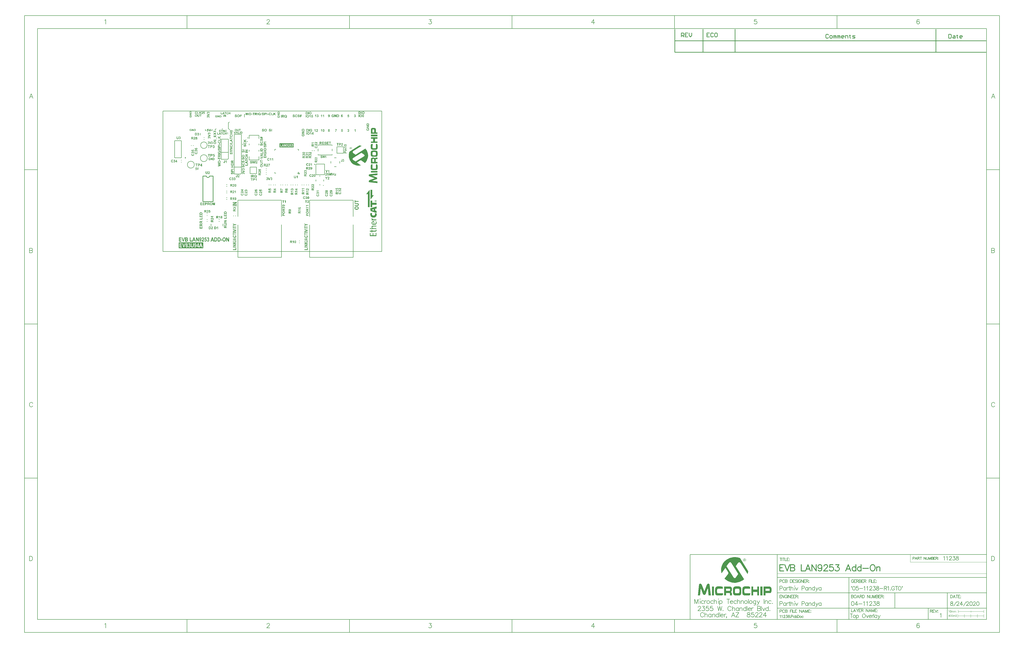
<source format=gto>
G04*
G04 #@! TF.GenerationSoftware,Altium Limited,Altium Designer,20.1.14 (287)*
G04*
G04 Layer_Color=65535*
%FSLAX43Y43*%
%MOMM*%
G71*
G04*
G04 #@! TF.SameCoordinates,088B0059-FF59-4391-8688-F82EEA9C3BEC*
G04*
G04*
G04 #@! TF.FilePolarity,Positive*
G04*
G01*
G75*
%ADD10C,0.178*%
%ADD11C,0.254*%
%ADD12C,0.200*%
%ADD13C,0.250*%
%ADD14C,0.210*%
%ADD15C,0.178*%
%ADD16C,0.127*%
%ADD17C,0.150*%
%ADD18C,0.100*%
%ADD19C,0.180*%
%ADD20C,0.350*%
G36*
X17890Y54639D02*
X17902Y54637D01*
X17914Y54634D01*
X17930Y54632D01*
X17945Y54629D01*
X17979Y54618D01*
X17997Y54609D01*
X18017Y54601D01*
X18036Y54589D01*
X18054Y54577D01*
X18072Y54563D01*
X18089Y54546D01*
X18091Y54544D01*
X18093Y54541D01*
X18098Y54536D01*
X18103Y54529D01*
X18110Y54519D01*
X18117Y54509D01*
X18126Y54495D01*
X18134Y54481D01*
X18143Y54465D01*
X18151Y54447D01*
X18158Y54427D01*
X18165Y54408D01*
X18171Y54385D01*
X18175Y54362D01*
X18178Y54337D01*
X18179Y54312D01*
X18179Y54299D01*
X18178Y54289D01*
X18177Y54278D01*
X18175Y54265D01*
X18172Y54251D01*
X18169Y54234D01*
X18161Y54200D01*
X18147Y54164D01*
X18138Y54144D01*
X18129Y54127D01*
X18116Y54109D01*
X18103Y54092D01*
X18102Y54090D01*
X18099Y54088D01*
X18095Y54083D01*
X18089Y54078D01*
X18082Y54071D01*
X18072Y54064D01*
X18062Y54055D01*
X18050Y54047D01*
X18036Y54038D01*
X18021Y54028D01*
X17988Y54013D01*
X17948Y54000D01*
X17927Y53994D01*
X17904Y53992D01*
X17882Y54172D01*
X17883Y54172D01*
X17885Y54172D01*
X17893Y54174D01*
X17906Y54176D01*
X17921Y54181D01*
X17938Y54188D01*
X17957Y54195D01*
X17974Y54206D01*
X17989Y54219D01*
X17990Y54220D01*
X17995Y54226D01*
X18000Y54234D01*
X18006Y54244D01*
X18013Y54258D01*
X18019Y54274D01*
X18023Y54291D01*
X18024Y54310D01*
X18024Y54313D01*
X18023Y54320D01*
X18021Y54330D01*
X18019Y54344D01*
X18013Y54360D01*
X18006Y54375D01*
X17995Y54392D01*
X17981Y54408D01*
X17979Y54409D01*
X17972Y54415D01*
X17962Y54420D01*
X17950Y54429D01*
X17933Y54436D01*
X17911Y54443D01*
X17888Y54447D01*
X17861Y54448D01*
X17859Y54448D01*
X17858Y54448D01*
X17849Y54448D01*
X17837Y54447D01*
X17820Y54444D01*
X17802Y54439D01*
X17783Y54431D01*
X17765Y54422D01*
X17748Y54409D01*
X17747Y54408D01*
X17741Y54402D01*
X17734Y54393D01*
X17727Y54384D01*
X17718Y54369D01*
X17713Y54354D01*
X17707Y54337D01*
X17706Y54317D01*
X17706Y54303D01*
X17707Y54293D01*
X17708Y54281D01*
X17711Y54265D01*
X17716Y54250D01*
X17720Y54231D01*
X17569Y54251D01*
X17569Y54264D01*
X17568Y54278D01*
X17566Y54295D01*
X17562Y54313D01*
X17556Y54333D01*
X17548Y54351D01*
X17537Y54368D01*
X17535Y54369D01*
X17529Y54375D01*
X17522Y54381D01*
X17511Y54389D01*
X17498Y54396D01*
X17483Y54403D01*
X17465Y54408D01*
X17443Y54409D01*
X17441Y54409D01*
X17435Y54409D01*
X17427Y54408D01*
X17415Y54405D01*
X17403Y54402D01*
X17390Y54396D01*
X17376Y54389D01*
X17365Y54379D01*
X17363Y54378D01*
X17360Y54374D01*
X17355Y54368D01*
X17349Y54358D01*
X17345Y54347D01*
X17339Y54334D01*
X17336Y54317D01*
X17335Y54300D01*
X17335Y54292D01*
X17336Y54283D01*
X17339Y54272D01*
X17343Y54260D01*
X17349Y54245D01*
X17357Y54231D01*
X17369Y54219D01*
X17370Y54217D01*
X17374Y54213D01*
X17383Y54207D01*
X17394Y54200D01*
X17407Y54193D01*
X17424Y54188D01*
X17443Y54182D01*
X17466Y54178D01*
X17438Y54006D01*
X17436Y54006D01*
X17434Y54007D01*
X17429Y54007D01*
X17422Y54009D01*
X17407Y54013D01*
X17386Y54018D01*
X17363Y54027D01*
X17339Y54035D01*
X17317Y54047D01*
X17295Y54059D01*
X17293Y54061D01*
X17287Y54066D01*
X17277Y54075D01*
X17264Y54086D01*
X17252Y54100D01*
X17238Y54117D01*
X17224Y54138D01*
X17211Y54161D01*
X17211Y54162D01*
X17209Y54164D01*
X17207Y54172D01*
X17201Y54186D01*
X17195Y54203D01*
X17190Y54224D01*
X17184Y54250D01*
X17181Y54276D01*
X17180Y54306D01*
X17180Y54319D01*
X17181Y54329D01*
X17183Y54341D01*
X17184Y54354D01*
X17187Y54369D01*
X17191Y54385D01*
X17201Y54420D01*
X17208Y54439D01*
X17218Y54458D01*
X17228Y54477D01*
X17239Y54494D01*
X17253Y54512D01*
X17269Y54527D01*
X17270Y54529D01*
X17271Y54530D01*
X17276Y54534D01*
X17281Y54539D01*
X17295Y54550D01*
X17315Y54563D01*
X17339Y54575D01*
X17367Y54585D01*
X17398Y54594D01*
X17414Y54595D01*
X17431Y54596D01*
X17432Y54596D01*
X17436Y54596D01*
X17443Y54595D01*
X17452Y54594D01*
X17463Y54592D01*
X17476Y54589D01*
X17490Y54585D01*
X17505Y54580D01*
X17521Y54571D01*
X17538Y54563D01*
X17555Y54551D01*
X17572Y54537D01*
X17589Y54520D01*
X17606Y54502D01*
X17621Y54481D01*
X17637Y54455D01*
X17637Y54457D01*
X17638Y54460D01*
X17638Y54464D01*
X17641Y54470D01*
X17645Y54485D01*
X17654Y54503D01*
X17665Y54525D01*
X17679Y54547D01*
X17697Y54570D01*
X17718Y54589D01*
X17721Y54592D01*
X17730Y54598D01*
X17742Y54605D01*
X17761Y54615D01*
X17782Y54625D01*
X17809Y54632D01*
X17837Y54637D01*
X17869Y54640D01*
X17871Y54640D01*
X17875Y54640D01*
X17882Y54640D01*
X17890Y54639D01*
X17890Y54639D02*
G37*
G36*
X12916Y54739D02*
X12930Y54738D01*
X12946Y54735D01*
X12964Y54733D01*
X12983Y54729D01*
X13004Y54724D01*
X13026Y54717D01*
X13048Y54709D01*
X13071Y54699D01*
X13093Y54689D01*
X13114Y54676D01*
X13136Y54660D01*
X13155Y54644D01*
X13157Y54644D01*
X13158Y54641D01*
X13162Y54637D01*
X13166Y54633D01*
X13171Y54627D01*
X13176Y54619D01*
X13190Y54601D01*
X13204Y54578D01*
X13220Y54549D01*
X13234Y54517D01*
X13247Y54479D01*
X13069Y54437D01*
X13069Y54438D01*
X13067Y54439D01*
X13067Y54443D01*
X13065Y54448D01*
X13061Y54460D01*
X13054Y54475D01*
X13045Y54494D01*
X13034Y54512D01*
X13018Y54530D01*
X13001Y54545D01*
X12999Y54547D01*
X12992Y54552D01*
X12982Y54558D01*
X12968Y54566D01*
X12950Y54574D01*
X12929Y54580D01*
X12906Y54585D01*
X12880Y54587D01*
X12871Y54587D01*
X12863Y54585D01*
X12855Y54584D01*
X12845Y54583D01*
X12823Y54578D01*
X12797Y54569D01*
X12770Y54556D01*
X12756Y54548D01*
X12743Y54539D01*
X12730Y54527D01*
X12718Y54514D01*
X12718Y54513D01*
X12716Y54510D01*
X12713Y54506D01*
X12709Y54500D01*
X12704Y54492D01*
X12699Y54483D01*
X12694Y54472D01*
X12689Y54459D01*
X12682Y54443D01*
X12677Y54426D01*
X12672Y54407D01*
X12667Y54386D01*
X12663Y54363D01*
X12660Y54338D01*
X12659Y54311D01*
X12658Y54282D01*
X12658Y54280D01*
X12658Y54274D01*
X12658Y54265D01*
X12659Y54254D01*
X12659Y54240D01*
X12661Y54223D01*
X12663Y54207D01*
X12665Y54187D01*
X12673Y54147D01*
X12683Y54107D01*
X12690Y54088D01*
X12699Y54069D01*
X12708Y54053D01*
X12718Y54038D01*
X12720Y54037D01*
X12721Y54036D01*
X12725Y54032D01*
X12730Y54027D01*
X12743Y54016D01*
X12761Y54004D01*
X12783Y53989D01*
X12810Y53979D01*
X12841Y53970D01*
X12858Y53969D01*
X12876Y53967D01*
X12883Y53967D01*
X12888Y53969D01*
X12902Y53970D01*
X12919Y53973D01*
X12937Y53979D01*
X12958Y53987D01*
X12978Y53997D01*
X12999Y54013D01*
X13001Y54015D01*
X13008Y54022D01*
X13017Y54032D01*
X13027Y54048D01*
X13040Y54068D01*
X13052Y54093D01*
X13064Y54122D01*
X13074Y54157D01*
X13250Y54103D01*
X13250Y54102D01*
X13248Y54097D01*
X13246Y54089D01*
X13242Y54079D01*
X13237Y54067D01*
X13232Y54053D01*
X13225Y54037D01*
X13217Y54020D01*
X13199Y53985D01*
X13176Y53949D01*
X13148Y53914D01*
X13132Y53899D01*
X13115Y53885D01*
X13114Y53883D01*
X13111Y53882D01*
X13106Y53878D01*
X13098Y53873D01*
X13089Y53868D01*
X13078Y53863D01*
X13065Y53856D01*
X13051Y53850D01*
X13034Y53842D01*
X13016Y53835D01*
X12996Y53830D01*
X12976Y53825D01*
X12954Y53820D01*
X12929Y53816D01*
X12905Y53815D01*
X12877Y53813D01*
X12870Y53813D01*
X12861Y53815D01*
X12848Y53816D01*
X12833Y53817D01*
X12815Y53820D01*
X12796Y53824D01*
X12774Y53829D01*
X12752Y53835D01*
X12729Y53843D01*
X12704Y53854D01*
X12680Y53865D01*
X12655Y53878D01*
X12630Y53895D01*
X12607Y53913D01*
X12585Y53935D01*
X12584Y53936D01*
X12580Y53940D01*
X12575Y53948D01*
X12567Y53957D01*
X12559Y53970D01*
X12549Y53984D01*
X12539Y54002D01*
X12528Y54023D01*
X12518Y54045D01*
X12508Y54069D01*
X12497Y54098D01*
X12490Y54128D01*
X12482Y54159D01*
X12477Y54194D01*
X12473Y54230D01*
X12471Y54269D01*
X12471Y54270D01*
X12471Y54271D01*
X12471Y54279D01*
X12473Y54291D01*
X12473Y54306D01*
X12475Y54324D01*
X12478Y54346D01*
X12480Y54369D01*
X12486Y54397D01*
X12492Y54424D01*
X12500Y54452D01*
X12509Y54481D01*
X12521Y54510D01*
X12533Y54539D01*
X12549Y54566D01*
X12566Y54592D01*
X12586Y54616D01*
X12588Y54618D01*
X12592Y54622D01*
X12598Y54628D01*
X12607Y54636D01*
X12619Y54645D01*
X12633Y54655D01*
X12649Y54667D01*
X12668Y54678D01*
X12689Y54690D01*
X12711Y54702D01*
X12736Y54712D01*
X12762Y54721D01*
X12792Y54729D01*
X12822Y54735D01*
X12855Y54739D01*
X12889Y54740D01*
X12905Y54740D01*
X12916Y54739D01*
X12916Y54739D02*
G37*
G36*
X14623Y54375D02*
X14978Y53829D01*
X14744Y53829D01*
X14497Y54249D01*
X14351Y54099D01*
X14351Y53829D01*
X14170Y53829D01*
X14170Y54724D01*
X14351Y54724D01*
X14351Y54325D01*
X14718Y54724D01*
X14961Y54724D01*
X14623Y54375D01*
X14623Y54375D02*
G37*
G36*
X25183Y54520D02*
X25196Y54519D01*
X25210Y54516D01*
X25226Y54514D01*
X25244Y54510D01*
X25263Y54506D01*
X25283Y54500D01*
X25303Y54493D01*
X25324Y54483D01*
X25344Y54474D01*
X25362Y54462D01*
X25382Y54448D01*
X25400Y54433D01*
X25401Y54433D01*
X25402Y54430D01*
X25406Y54427D01*
X25409Y54423D01*
X25414Y54418D01*
X25419Y54411D01*
X25432Y54394D01*
X25445Y54373D01*
X25459Y54347D01*
X25472Y54318D01*
X25483Y54284D01*
X25321Y54245D01*
X25321Y54246D01*
X25320Y54247D01*
X25320Y54251D01*
X25318Y54256D01*
X25314Y54266D01*
X25309Y54280D01*
X25300Y54297D01*
X25290Y54313D01*
X25276Y54330D01*
X25260Y54344D01*
X25258Y54345D01*
X25252Y54350D01*
X25243Y54355D01*
X25230Y54362D01*
X25213Y54369D01*
X25195Y54375D01*
X25174Y54380D01*
X25150Y54381D01*
X25142Y54381D01*
X25135Y54380D01*
X25128Y54379D01*
X25118Y54378D01*
X25098Y54373D01*
X25075Y54365D01*
X25050Y54353D01*
X25037Y54346D01*
X25026Y54338D01*
X25014Y54327D01*
X25003Y54315D01*
X25003Y54314D01*
X25001Y54312D01*
X24999Y54308D01*
X24995Y54303D01*
X24991Y54296D01*
X24986Y54287D01*
X24981Y54277D01*
X24976Y54265D01*
X24971Y54251D01*
X24966Y54236D01*
X24961Y54218D01*
X24956Y54199D01*
X24953Y54178D01*
X24951Y54156D01*
X24949Y54131D01*
X24948Y54104D01*
X24948Y54103D01*
X24948Y54097D01*
X24948Y54089D01*
X24949Y54080D01*
X24949Y54067D01*
X24952Y54051D01*
X24953Y54036D01*
X24955Y54019D01*
X24962Y53982D01*
X24972Y53946D01*
X24978Y53928D01*
X24986Y53912D01*
X24994Y53897D01*
X25003Y53884D01*
X25005Y53882D01*
X25006Y53881D01*
X25009Y53878D01*
X25014Y53873D01*
X25026Y53864D01*
X25042Y53852D01*
X25062Y53839D01*
X25087Y53830D01*
X25115Y53821D01*
X25130Y53820D01*
X25147Y53819D01*
X25152Y53819D01*
X25157Y53820D01*
X25170Y53821D01*
X25185Y53824D01*
X25202Y53830D01*
X25221Y53837D01*
X25239Y53846D01*
X25258Y53860D01*
X25260Y53863D01*
X25266Y53868D01*
X25274Y53878D01*
X25284Y53892D01*
X25296Y53911D01*
X25306Y53933D01*
X25317Y53960D01*
X25326Y53992D01*
X25486Y53942D01*
X25486Y53941D01*
X25485Y53936D01*
X25482Y53929D01*
X25479Y53920D01*
X25474Y53909D01*
X25469Y53897D01*
X25463Y53882D01*
X25456Y53867D01*
X25440Y53836D01*
X25419Y53803D01*
X25393Y53771D01*
X25379Y53757D01*
X25364Y53744D01*
X25362Y53743D01*
X25360Y53742D01*
X25355Y53738D01*
X25348Y53733D01*
X25340Y53729D01*
X25330Y53724D01*
X25318Y53718D01*
X25305Y53712D01*
X25290Y53705D01*
X25273Y53699D01*
X25256Y53695D01*
X25237Y53690D01*
X25217Y53685D01*
X25195Y53682D01*
X25172Y53681D01*
X25148Y53679D01*
X25141Y53679D01*
X25132Y53681D01*
X25121Y53682D01*
X25108Y53683D01*
X25091Y53685D01*
X25074Y53689D01*
X25054Y53694D01*
X25034Y53699D01*
X25013Y53706D01*
X24991Y53716D01*
X24968Y53726D01*
X24946Y53738D01*
X24924Y53753D01*
X24903Y53770D01*
X24883Y53790D01*
X24881Y53791D01*
X24878Y53794D01*
X24873Y53801D01*
X24866Y53810D01*
X24859Y53821D01*
X24850Y53834D01*
X24840Y53851D01*
X24831Y53870D01*
X24822Y53890D01*
X24812Y53912D01*
X24803Y53938D01*
X24796Y53965D01*
X24789Y53993D01*
X24784Y54024D01*
X24780Y54057D01*
X24779Y54093D01*
X24779Y54094D01*
X24779Y54095D01*
X24779Y54102D01*
X24780Y54112D01*
X24780Y54127D01*
X24783Y54143D01*
X24785Y54163D01*
X24788Y54184D01*
X24792Y54209D01*
X24798Y54233D01*
X24805Y54259D01*
X24813Y54285D01*
X24824Y54312D01*
X24836Y54338D01*
X24850Y54362D01*
X24865Y54386D01*
X24884Y54408D01*
X24885Y54409D01*
X24888Y54413D01*
X24894Y54419D01*
X24903Y54426D01*
X24913Y54434D01*
X24926Y54443D01*
X24940Y54454D01*
X24958Y54465D01*
X24976Y54475D01*
X24996Y54486D01*
X25020Y54495D01*
X25043Y54503D01*
X25070Y54510D01*
X25097Y54516D01*
X25128Y54520D01*
X25158Y54521D01*
X25172Y54521D01*
X25183Y54520D01*
X25183Y54520D02*
G37*
G36*
X26277Y53694D02*
X26112Y53694D01*
X26112Y54049D01*
X25792Y54049D01*
X25792Y53694D01*
X25628Y53694D01*
X25628Y54506D01*
X25792Y54506D01*
X25792Y54186D01*
X26112Y54186D01*
X26112Y54506D01*
X26277Y54506D01*
X26277Y53694D01*
X26277Y53694D02*
G37*
G36*
X10804Y54860D02*
X10813Y54860D01*
X10825Y54859D01*
X10838Y54858D01*
X10865Y54855D01*
X10893Y54851D01*
X10923Y54844D01*
X10951Y54836D01*
X10952Y54836D01*
X10954Y54834D01*
X10959Y54832D01*
X10966Y54830D01*
X10973Y54827D01*
X10981Y54823D01*
X11002Y54813D01*
X11025Y54801D01*
X11049Y54786D01*
X11073Y54769D01*
X11095Y54749D01*
X11097Y54746D01*
X11102Y54740D01*
X11109Y54731D01*
X11118Y54718D01*
X11129Y54702D01*
X11140Y54683D01*
X11150Y54659D01*
X11160Y54634D01*
X11160Y54632D01*
X11161Y54631D01*
X11161Y54628D01*
X11162Y54624D01*
X11164Y54611D01*
X11168Y54595D01*
X11171Y54575D01*
X11174Y54550D01*
X11175Y54521D01*
X11176Y54489D01*
X11176Y54182D01*
X10364Y54182D01*
X10364Y54506D01*
X10365Y54515D01*
X10366Y54537D01*
X10367Y54562D01*
X10371Y54588D01*
X10375Y54613D01*
X10380Y54635D01*
X10380Y54636D01*
X10382Y54638D01*
X10383Y54642D01*
X10384Y54647D01*
X10390Y54661D01*
X10398Y54677D01*
X10409Y54696D01*
X10421Y54717D01*
X10437Y54737D01*
X10455Y54757D01*
X10455Y54758D01*
X10458Y54759D01*
X10465Y54765D01*
X10477Y54774D01*
X10492Y54785D01*
X10511Y54798D01*
X10533Y54811D01*
X10559Y54824D01*
X10587Y54834D01*
X10588Y54834D01*
X10590Y54836D01*
X10595Y54837D01*
X10601Y54839D01*
X10608Y54840D01*
X10617Y54843D01*
X10628Y54845D01*
X10640Y54848D01*
X10653Y54851D01*
X10668Y54853D01*
X10683Y54855D01*
X10701Y54857D01*
X10737Y54860D01*
X10778Y54861D01*
X10779Y54861D01*
X10783Y54861D01*
X10788Y54861D01*
X10795Y54861D01*
X10804Y54860D01*
X10804Y54860D02*
G37*
G36*
X45221Y54733D02*
X45230Y54733D01*
X45242Y54732D01*
X45255Y54731D01*
X45282Y54728D01*
X45310Y54724D01*
X45340Y54717D01*
X45368Y54709D01*
X45369Y54709D01*
X45371Y54707D01*
X45376Y54705D01*
X45383Y54703D01*
X45390Y54700D01*
X45398Y54696D01*
X45419Y54686D01*
X45442Y54674D01*
X45466Y54659D01*
X45490Y54642D01*
X45512Y54622D01*
X45514Y54619D01*
X45519Y54613D01*
X45526Y54604D01*
X45535Y54591D01*
X45546Y54575D01*
X45557Y54556D01*
X45567Y54532D01*
X45577Y54507D01*
X45577Y54506D01*
X45578Y54504D01*
X45578Y54501D01*
X45579Y54497D01*
X45581Y54484D01*
X45585Y54468D01*
X45588Y54448D01*
X45591Y54423D01*
X45592Y54394D01*
X45593Y54362D01*
X45593Y54055D01*
X44781Y54055D01*
X44781Y54379D01*
X44782Y54388D01*
X44783Y54410D01*
X44784Y54435D01*
X44788Y54461D01*
X44792Y54486D01*
X44797Y54508D01*
X44797Y54509D01*
X44799Y54511D01*
X44800Y54515D01*
X44801Y54520D01*
X44807Y54534D01*
X44815Y54550D01*
X44826Y54569D01*
X44838Y54590D01*
X44854Y54610D01*
X44872Y54630D01*
X44872Y54631D01*
X44875Y54632D01*
X44882Y54638D01*
X44894Y54647D01*
X44909Y54658D01*
X44928Y54671D01*
X44950Y54684D01*
X44976Y54697D01*
X45004Y54707D01*
X45005Y54707D01*
X45007Y54709D01*
X45012Y54710D01*
X45018Y54712D01*
X45025Y54713D01*
X45034Y54716D01*
X45045Y54718D01*
X45057Y54721D01*
X45070Y54724D01*
X45085Y54726D01*
X45100Y54728D01*
X45118Y54730D01*
X45154Y54733D01*
X45195Y54734D01*
X45196Y54734D01*
X45200Y54734D01*
X45205Y54734D01*
X45212Y54734D01*
X45221Y54733D01*
X45221Y54733D02*
G37*
G36*
X39084Y54332D02*
X39099Y54331D01*
X39118Y54330D01*
X39136Y54327D01*
X39157Y54324D01*
X39202Y54314D01*
X39225Y54307D01*
X39247Y54300D01*
X39270Y54290D01*
X39291Y54279D01*
X39311Y54266D01*
X39329Y54252D01*
X39330Y54251D01*
X39333Y54248D01*
X39338Y54244D01*
X39343Y54238D01*
X39350Y54230D01*
X39359Y54220D01*
X39367Y54208D01*
X39377Y54196D01*
X39385Y54180D01*
X39394Y54165D01*
X39402Y54146D01*
X39409Y54127D01*
X39416Y54107D01*
X39422Y54084D01*
X39426Y54062D01*
X39428Y54036D01*
X39230Y54029D01*
X39230Y54031D01*
X39230Y54032D01*
X39228Y54042D01*
X39225Y54055D01*
X39219Y54070D01*
X39212Y54089D01*
X39202Y54105D01*
X39189Y54122D01*
X39175Y54136D01*
X39174Y54138D01*
X39168Y54142D01*
X39158Y54148D01*
X39144Y54153D01*
X39127Y54159D01*
X39106Y54165D01*
X39081Y54169D01*
X39051Y54170D01*
X39037Y54170D01*
X39022Y54169D01*
X39003Y54166D01*
X38982Y54162D01*
X38960Y54155D01*
X38939Y54146D01*
X38919Y54134D01*
X38917Y54132D01*
X38915Y54129D01*
X38909Y54125D01*
X38903Y54118D01*
X38898Y54110D01*
X38892Y54098D01*
X38889Y54087D01*
X38888Y54073D01*
X38888Y54072D01*
X38888Y54067D01*
X38889Y54060D01*
X38892Y54053D01*
X38895Y54043D01*
X38899Y54034D01*
X38906Y54024D01*
X38916Y54014D01*
X38917Y54012D01*
X38924Y54008D01*
X38929Y54005D01*
X38936Y54003D01*
X38943Y53998D01*
X38953Y53994D01*
X38964Y53990D01*
X38977Y53984D01*
X38992Y53979D01*
X39008Y53973D01*
X39027Y53967D01*
X39049Y53962D01*
X39071Y53956D01*
X39096Y53949D01*
X39098Y53949D01*
X39104Y53948D01*
X39111Y53946D01*
X39120Y53943D01*
X39132Y53941D01*
X39146Y53936D01*
X39161Y53932D01*
X39177Y53928D01*
X39211Y53917D01*
X39246Y53905D01*
X39280Y53893D01*
X39294Y53886D01*
X39308Y53879D01*
X39309Y53879D01*
X39311Y53877D01*
X39319Y53871D01*
X39332Y53863D01*
X39347Y53852D01*
X39364Y53838D01*
X39383Y53821D01*
X39401Y53801D01*
X39416Y53778D01*
X39418Y53776D01*
X39422Y53767D01*
X39429Y53754D01*
X39436Y53736D01*
X39443Y53714D01*
X39450Y53687D01*
X39455Y53657D01*
X39456Y53623D01*
X39456Y53622D01*
X39456Y53619D01*
X39456Y53615D01*
X39456Y53609D01*
X39455Y53602D01*
X39453Y53592D01*
X39450Y53573D01*
X39445Y53547D01*
X39436Y53520D01*
X39424Y53494D01*
X39408Y53465D01*
X39408Y53464D01*
X39405Y53463D01*
X39400Y53454D01*
X39388Y53440D01*
X39374Y53425D01*
X39356Y53406D01*
X39332Y53389D01*
X39306Y53372D01*
X39275Y53357D01*
X39274Y53357D01*
X39271Y53356D01*
X39267Y53354D01*
X39260Y53351D01*
X39252Y53348D01*
X39242Y53346D01*
X39230Y53343D01*
X39218Y53340D01*
X39202Y53336D01*
X39187Y53333D01*
X39150Y53327D01*
X39109Y53323D01*
X39064Y53322D01*
X39046Y53322D01*
X39033Y53323D01*
X39018Y53324D01*
X39001Y53326D01*
X38981Y53329D01*
X38960Y53333D01*
X38913Y53343D01*
X38889Y53350D01*
X38867Y53357D01*
X38843Y53367D01*
X38820Y53378D01*
X38799Y53391D01*
X38779Y53406D01*
X38778Y53408D01*
X38775Y53410D01*
X38769Y53415D01*
X38764Y53422D01*
X38755Y53432D01*
X38747Y53443D01*
X38737Y53456D01*
X38727Y53470D01*
X38717Y53487D01*
X38707Y53505D01*
X38698Y53526D01*
X38688Y53549D01*
X38681Y53573D01*
X38672Y53599D01*
X38667Y53628D01*
X38662Y53657D01*
X38854Y53676D01*
X38854Y53674D01*
X38855Y53671D01*
X38855Y53666D01*
X38857Y53660D01*
X38862Y53643D01*
X38869Y53622D01*
X38878Y53598D01*
X38891Y53574D01*
X38905Y53553D01*
X38923Y53533D01*
X38926Y53532D01*
X38933Y53526D01*
X38944Y53519D01*
X38961Y53511D01*
X38982Y53502D01*
X39006Y53495D01*
X39034Y53489D01*
X39067Y53488D01*
X39082Y53488D01*
X39099Y53491D01*
X39120Y53494D01*
X39143Y53498D01*
X39167Y53505D01*
X39189Y53515D01*
X39209Y53527D01*
X39212Y53529D01*
X39218Y53535D01*
X39225Y53543D01*
X39235Y53554D01*
X39243Y53568D01*
X39252Y53585D01*
X39257Y53602D01*
X39259Y53622D01*
X39259Y53623D01*
X39259Y53628D01*
X39257Y53635D01*
X39256Y53643D01*
X39253Y53652D01*
X39250Y53661D01*
X39244Y53671D01*
X39237Y53681D01*
X39236Y53683D01*
X39233Y53685D01*
X39229Y53690D01*
X39222Y53695D01*
X39212Y53702D01*
X39199Y53709D01*
X39185Y53716D01*
X39167Y53723D01*
X39166Y53723D01*
X39160Y53726D01*
X39150Y53729D01*
X39143Y53732D01*
X39135Y53733D01*
X39125Y53736D01*
X39113Y53740D01*
X39101Y53743D01*
X39087Y53747D01*
X39070Y53752D01*
X39051Y53756D01*
X39032Y53762D01*
X39009Y53767D01*
X39008Y53767D01*
X39002Y53769D01*
X38994Y53771D01*
X38984Y53774D01*
X38971Y53778D01*
X38955Y53783D01*
X38940Y53788D01*
X38922Y53794D01*
X38885Y53808D01*
X38850Y53825D01*
X38831Y53833D01*
X38816Y53843D01*
X38800Y53853D01*
X38788Y53863D01*
X38786Y53864D01*
X38784Y53867D01*
X38779Y53871D01*
X38774Y53877D01*
X38767Y53886D01*
X38760Y53895D01*
X38751Y53905D01*
X38744Y53918D01*
X38727Y53948D01*
X38713Y53981D01*
X38707Y54000D01*
X38703Y54018D01*
X38700Y54039D01*
X38699Y54060D01*
X38699Y54062D01*
X38699Y54063D01*
X38699Y54067D01*
X38699Y54073D01*
X38702Y54087D01*
X38705Y54105D01*
X38709Y54127D01*
X38716Y54151D01*
X38726Y54176D01*
X38740Y54200D01*
X38740Y54201D01*
X38741Y54203D01*
X38748Y54211D01*
X38757Y54222D01*
X38771Y54237D01*
X38788Y54252D01*
X38809Y54269D01*
X38833Y54285D01*
X38861Y54299D01*
X38862Y54299D01*
X38865Y54300D01*
X38869Y54301D01*
X38875Y54304D01*
X38884Y54307D01*
X38892Y54310D01*
X38903Y54313D01*
X38916Y54317D01*
X38944Y54323D01*
X38977Y54328D01*
X39013Y54332D01*
X39054Y54334D01*
X39071Y54334D01*
X39084Y54332D01*
X39084Y54332D02*
G37*
G36*
X37753Y54332D02*
X37769Y54331D01*
X37787Y54330D01*
X37807Y54328D01*
X37828Y54324D01*
X37873Y54316D01*
X37919Y54301D01*
X37943Y54293D01*
X37966Y54283D01*
X37987Y54272D01*
X38007Y54258D01*
X38008Y54256D01*
X38011Y54255D01*
X38017Y54249D01*
X38024Y54244D01*
X38032Y54237D01*
X38041Y54227D01*
X38050Y54215D01*
X38062Y54203D01*
X38073Y54189D01*
X38084Y54173D01*
X38096Y54156D01*
X38105Y54136D01*
X38117Y54117D01*
X38125Y54096D01*
X38134Y54072D01*
X38139Y54048D01*
X37943Y54011D01*
X37943Y54012D01*
X37942Y54014D01*
X37939Y54022D01*
X37933Y54035D01*
X37925Y54052D01*
X37915Y54070D01*
X37901Y54089D01*
X37884Y54107D01*
X37864Y54124D01*
X37862Y54125D01*
X37855Y54131D01*
X37842Y54138D01*
X37826Y54145D01*
X37805Y54153D01*
X37781Y54159D01*
X37754Y54165D01*
X37723Y54166D01*
X37711Y54166D01*
X37702Y54165D01*
X37691Y54163D01*
X37678Y54162D01*
X37664Y54159D01*
X37649Y54156D01*
X37616Y54146D01*
X37599Y54139D01*
X37582Y54131D01*
X37566Y54121D01*
X37549Y54111D01*
X37533Y54097D01*
X37518Y54083D01*
X37516Y54082D01*
X37515Y54079D01*
X37511Y54074D01*
X37506Y54067D01*
X37501Y54059D01*
X37494Y54049D01*
X37487Y54036D01*
X37481Y54022D01*
X37474Y54005D01*
X37467Y53987D01*
X37460Y53967D01*
X37454Y53946D01*
X37450Y53922D01*
X37446Y53895D01*
X37444Y53869D01*
X37443Y53839D01*
X37443Y53838D01*
X37443Y53832D01*
X37443Y53822D01*
X37444Y53811D01*
X37446Y53795D01*
X37447Y53780D01*
X37450Y53760D01*
X37453Y53740D01*
X37461Y53698D01*
X37475Y53654D01*
X37484Y53633D01*
X37494Y53613D01*
X37506Y53594D01*
X37519Y53577D01*
X37520Y53575D01*
X37523Y53573D01*
X37527Y53568D01*
X37533Y53563D01*
X37542Y53557D01*
X37550Y53549D01*
X37561Y53542D01*
X37574Y53533D01*
X37588Y53525D01*
X37602Y53518D01*
X37637Y53504D01*
X37657Y53498D01*
X37677Y53494D01*
X37699Y53491D01*
X37722Y53489D01*
X37733Y53489D01*
X37745Y53491D01*
X37761Y53492D01*
X37780Y53495D01*
X37801Y53499D01*
X37824Y53505D01*
X37846Y53513D01*
X37847Y53513D01*
X37849Y53515D01*
X37856Y53518D01*
X37869Y53523D01*
X37883Y53530D01*
X37900Y53539D01*
X37918Y53549D01*
X37936Y53560D01*
X37953Y53573D01*
X37953Y53698D01*
X37728Y53698D01*
X37728Y53863D01*
X38152Y53863D01*
X38152Y53471D01*
X38149Y53468D01*
X38145Y53465D01*
X38141Y53461D01*
X38134Y53456D01*
X38127Y53450D01*
X38107Y53436D01*
X38080Y53420D01*
X38049Y53402D01*
X38014Y53384D01*
X37972Y53367D01*
X37970Y53367D01*
X37966Y53365D01*
X37960Y53363D01*
X37952Y53360D01*
X37940Y53357D01*
X37928Y53353D01*
X37914Y53348D01*
X37898Y53344D01*
X37863Y53336D01*
X37822Y53329D01*
X37780Y53323D01*
X37735Y53322D01*
X37719Y53322D01*
X37709Y53323D01*
X37695Y53323D01*
X37680Y53324D01*
X37663Y53327D01*
X37643Y53330D01*
X37602Y53337D01*
X37557Y53348D01*
X37511Y53364D01*
X37489Y53374D01*
X37467Y53385D01*
X37465Y53387D01*
X37463Y53388D01*
X37456Y53392D01*
X37449Y53398D01*
X37439Y53403D01*
X37429Y53412D01*
X37416Y53422D01*
X37403Y53433D01*
X37375Y53458D01*
X37347Y53491D01*
X37320Y53527D01*
X37296Y53570D01*
X37296Y53571D01*
X37293Y53575D01*
X37291Y53582D01*
X37288Y53591D01*
X37284Y53602D01*
X37278Y53615D01*
X37274Y53630D01*
X37268Y53647D01*
X37262Y53666D01*
X37258Y53687D01*
X37248Y53730D01*
X37243Y53778D01*
X37240Y53831D01*
X37240Y53832D01*
X37240Y53838D01*
X37240Y53846D01*
X37241Y53856D01*
X37241Y53870D01*
X37243Y53886D01*
X37246Y53902D01*
X37248Y53922D01*
X37255Y53963D01*
X37267Y54010D01*
X37282Y54056D01*
X37292Y54079D01*
X37303Y54101D01*
X37305Y54103D01*
X37306Y54107D01*
X37310Y54113D01*
X37315Y54121D01*
X37322Y54131D01*
X37330Y54142D01*
X37340Y54155D01*
X37350Y54169D01*
X37363Y54183D01*
X37377Y54199D01*
X37392Y54214D01*
X37409Y54230D01*
X37427Y54244D01*
X37446Y54259D01*
X37489Y54285D01*
X37491Y54285D01*
X37494Y54287D01*
X37499Y54289D01*
X37506Y54293D01*
X37516Y54296D01*
X37526Y54300D01*
X37540Y54304D01*
X37554Y54310D01*
X37570Y54314D01*
X37588Y54318D01*
X37608Y54323D01*
X37628Y54327D01*
X37673Y54332D01*
X37723Y54334D01*
X37740Y54334D01*
X37753Y54332D01*
X37753Y54332D02*
G37*
G36*
X41816Y54332D02*
X41831Y54331D01*
X41848Y54328D01*
X41868Y54325D01*
X41889Y54321D01*
X41912Y54316D01*
X41936Y54308D01*
X41960Y54300D01*
X41985Y54289D01*
X42009Y54277D01*
X42031Y54263D01*
X42055Y54246D01*
X42077Y54228D01*
X42078Y54228D01*
X42079Y54225D01*
X42084Y54221D01*
X42088Y54217D01*
X42093Y54210D01*
X42099Y54201D01*
X42115Y54182D01*
X42130Y54156D01*
X42147Y54125D01*
X42163Y54090D01*
X42177Y54049D01*
X41982Y54003D01*
X41982Y54004D01*
X41981Y54005D01*
X41981Y54010D01*
X41978Y54015D01*
X41974Y54028D01*
X41967Y54045D01*
X41957Y54065D01*
X41944Y54084D01*
X41927Y54104D01*
X41909Y54121D01*
X41906Y54122D01*
X41899Y54128D01*
X41888Y54135D01*
X41872Y54144D01*
X41852Y54152D01*
X41830Y54159D01*
X41804Y54165D01*
X41776Y54166D01*
X41766Y54166D01*
X41758Y54165D01*
X41750Y54163D01*
X41738Y54162D01*
X41714Y54156D01*
X41686Y54146D01*
X41656Y54132D01*
X41641Y54124D01*
X41627Y54114D01*
X41613Y54101D01*
X41600Y54087D01*
X41600Y54086D01*
X41597Y54083D01*
X41594Y54079D01*
X41590Y54072D01*
X41585Y54063D01*
X41579Y54053D01*
X41573Y54041D01*
X41568Y54027D01*
X41561Y54010D01*
X41555Y53991D01*
X41549Y53970D01*
X41544Y53948D01*
X41539Y53922D01*
X41537Y53895D01*
X41535Y53866D01*
X41534Y53833D01*
X41534Y53832D01*
X41534Y53825D01*
X41534Y53815D01*
X41535Y53804D01*
X41535Y53788D01*
X41538Y53770D01*
X41539Y53752D01*
X41542Y53730D01*
X41551Y53687D01*
X41562Y53643D01*
X41569Y53622D01*
X41579Y53602D01*
X41589Y53584D01*
X41600Y53568D01*
X41601Y53567D01*
X41603Y53566D01*
X41607Y53561D01*
X41613Y53556D01*
X41627Y53544D01*
X41647Y53530D01*
X41671Y53515D01*
X41700Y53504D01*
X41734Y53494D01*
X41752Y53492D01*
X41772Y53491D01*
X41779Y53491D01*
X41785Y53492D01*
X41800Y53494D01*
X41819Y53496D01*
X41838Y53504D01*
X41861Y53512D01*
X41883Y53523D01*
X41906Y53540D01*
X41909Y53543D01*
X41916Y53550D01*
X41926Y53561D01*
X41937Y53578D01*
X41951Y53601D01*
X41964Y53628D01*
X41976Y53660D01*
X41988Y53698D01*
X42179Y53639D01*
X42179Y53637D01*
X42178Y53632D01*
X42175Y53623D01*
X42171Y53612D01*
X42165Y53599D01*
X42160Y53584D01*
X42153Y53567D01*
X42144Y53549D01*
X42124Y53511D01*
X42099Y53471D01*
X42068Y53433D01*
X42051Y53416D01*
X42033Y53401D01*
X42031Y53399D01*
X42029Y53398D01*
X42023Y53394D01*
X42015Y53388D01*
X42005Y53382D01*
X41992Y53377D01*
X41978Y53370D01*
X41962Y53363D01*
X41944Y53354D01*
X41924Y53347D01*
X41903Y53341D01*
X41881Y53336D01*
X41857Y53330D01*
X41830Y53326D01*
X41803Y53324D01*
X41773Y53323D01*
X41765Y53323D01*
X41755Y53324D01*
X41741Y53326D01*
X41726Y53327D01*
X41706Y53330D01*
X41685Y53334D01*
X41661Y53340D01*
X41637Y53347D01*
X41611Y53356D01*
X41585Y53367D01*
X41558Y53379D01*
X41531Y53394D01*
X41504Y53412D01*
X41479Y53432D01*
X41455Y53456D01*
X41453Y53457D01*
X41449Y53461D01*
X41444Y53470D01*
X41435Y53480D01*
X41427Y53494D01*
X41415Y53509D01*
X41404Y53529D01*
X41393Y53551D01*
X41382Y53575D01*
X41370Y53602D01*
X41359Y53633D01*
X41351Y53666D01*
X41342Y53699D01*
X41336Y53738D01*
X41332Y53777D01*
X41331Y53819D01*
X41331Y53821D01*
X41331Y53822D01*
X41331Y53831D01*
X41332Y53843D01*
X41332Y53860D01*
X41335Y53880D01*
X41338Y53904D01*
X41341Y53929D01*
X41346Y53959D01*
X41353Y53988D01*
X41362Y54019D01*
X41372Y54050D01*
X41384Y54083D01*
X41398Y54114D01*
X41415Y54144D01*
X41434Y54172D01*
X41456Y54199D01*
X41458Y54200D01*
X41462Y54204D01*
X41469Y54211D01*
X41479Y54220D01*
X41492Y54230D01*
X41507Y54241D01*
X41524Y54253D01*
X41545Y54266D01*
X41568Y54279D01*
X41592Y54292D01*
X41620Y54303D01*
X41648Y54313D01*
X41680Y54321D01*
X41713Y54328D01*
X41750Y54332D01*
X41786Y54334D01*
X41803Y54334D01*
X41816Y54332D01*
X41816Y54332D02*
G37*
G36*
X16294Y54552D02*
X15970Y54552D01*
X15943Y54399D01*
X15944Y54399D01*
X15945Y54400D01*
X15953Y54404D01*
X15965Y54408D01*
X15979Y54415D01*
X15997Y54420D01*
X16016Y54424D01*
X16038Y54428D01*
X16060Y54429D01*
X16072Y54429D01*
X16080Y54428D01*
X16089Y54426D01*
X16100Y54425D01*
X16113Y54422D01*
X16128Y54419D01*
X16157Y54408D01*
X16174Y54402D01*
X16190Y54394D01*
X16206Y54384D01*
X16223Y54372D01*
X16239Y54359D01*
X16254Y54345D01*
X16256Y54344D01*
X16258Y54341D01*
X16262Y54336D01*
X16267Y54329D01*
X16272Y54322D01*
X16280Y54311D01*
X16287Y54300D01*
X16294Y54287D01*
X16302Y54272D01*
X16309Y54256D01*
X16316Y54238D01*
X16322Y54219D01*
X16327Y54199D01*
X16331Y54177D01*
X16333Y54154D01*
X16334Y54129D01*
X16334Y54128D01*
X16334Y54124D01*
X16334Y54119D01*
X16333Y54111D01*
X16333Y54101D01*
X16331Y54089D01*
X16329Y54076D01*
X16327Y54063D01*
X16319Y54032D01*
X16307Y53998D01*
X16300Y53980D01*
X16292Y53963D01*
X16281Y53947D01*
X16270Y53930D01*
X16269Y53929D01*
X16266Y53925D01*
X16261Y53920D01*
X16254Y53912D01*
X16245Y53903D01*
X16234Y53892D01*
X16221Y53882D01*
X16206Y53872D01*
X16190Y53860D01*
X16172Y53850D01*
X16152Y53839D01*
X16130Y53830D01*
X16107Y53823D01*
X16082Y53817D01*
X16055Y53813D01*
X16027Y53812D01*
X16015Y53812D01*
X16006Y53813D01*
X15996Y53815D01*
X15983Y53816D01*
X15970Y53817D01*
X15954Y53820D01*
X15923Y53828D01*
X15888Y53841D01*
X15872Y53847D01*
X15855Y53856D01*
X15839Y53867D01*
X15824Y53878D01*
X15822Y53879D01*
X15820Y53881D01*
X15816Y53885D01*
X15811Y53890D01*
X15806Y53898D01*
X15798Y53905D01*
X15791Y53914D01*
X15784Y53925D01*
X15775Y53938D01*
X15767Y53951D01*
X15753Y53982D01*
X15740Y54016D01*
X15736Y54036D01*
X15732Y54057D01*
X15903Y54075D01*
X15903Y54072D01*
X15904Y54066D01*
X15907Y54054D01*
X15910Y54041D01*
X15916Y54027D01*
X15923Y54011D01*
X15934Y53997D01*
X15945Y53983D01*
X15947Y53982D01*
X15952Y53978D01*
X15960Y53973D01*
X15970Y53966D01*
X15982Y53960D01*
X15996Y53954D01*
X16013Y53951D01*
X16029Y53949D01*
X16032Y53949D01*
X16038Y53951D01*
X16049Y53952D01*
X16062Y53954D01*
X16076Y53960D01*
X16091Y53967D01*
X16107Y53979D01*
X16121Y53993D01*
X16122Y53996D01*
X16128Y54001D01*
X16133Y54011D01*
X16141Y54027D01*
X16147Y54045D01*
X16153Y54067D01*
X16157Y54094D01*
X16159Y54125D01*
X16159Y54126D01*
X16159Y54129D01*
X16159Y54133D01*
X16159Y54139D01*
X16157Y54154D01*
X16153Y54172D01*
X16150Y54192D01*
X16143Y54213D01*
X16134Y54232D01*
X16121Y54249D01*
X16120Y54250D01*
X16115Y54256D01*
X16106Y54262D01*
X16095Y54271D01*
X16081Y54279D01*
X16064Y54285D01*
X16045Y54291D01*
X16024Y54292D01*
X16016Y54292D01*
X16011Y54291D01*
X15998Y54288D01*
X15980Y54284D01*
X15960Y54276D01*
X15938Y54265D01*
X15926Y54257D01*
X15914Y54248D01*
X15903Y54238D01*
X15891Y54226D01*
X15753Y54245D01*
X15841Y54712D01*
X16294Y54712D01*
X16294Y54552D01*
X16294Y54552D02*
G37*
G36*
X43677Y53935D02*
X44064Y53340D01*
X43809Y53340D01*
X43540Y53798D01*
X43381Y53635D01*
X43381Y53340D01*
X43183Y53340D01*
X43183Y54316D01*
X43381Y54316D01*
X43381Y53881D01*
X43781Y54316D01*
X44046Y54316D01*
X43677Y53935D01*
X43677Y53935D02*
G37*
G36*
X15351Y54728D02*
X15362Y54726D01*
X15375Y54725D01*
X15389Y54722D01*
X15405Y54720D01*
X15439Y54711D01*
X15472Y54698D01*
X15490Y54690D01*
X15506Y54681D01*
X15523Y54669D01*
X15537Y54656D01*
X15538Y54655D01*
X15541Y54654D01*
X15543Y54649D01*
X15548Y54644D01*
X15555Y54637D01*
X15561Y54628D01*
X15568Y54619D01*
X15576Y54607D01*
X15588Y54581D01*
X15601Y54552D01*
X15607Y54535D01*
X15609Y54517D01*
X15612Y54497D01*
X15613Y54478D01*
X15613Y54475D01*
X15613Y54468D01*
X15612Y54456D01*
X15610Y54442D01*
X15608Y54424D01*
X15604Y54404D01*
X15599Y54384D01*
X15591Y54363D01*
X15590Y54360D01*
X15587Y54354D01*
X15582Y54342D01*
X15574Y54328D01*
X15565Y54311D01*
X15554Y54292D01*
X15539Y54271D01*
X15523Y54249D01*
X15521Y54248D01*
X15516Y54241D01*
X15508Y54232D01*
X15497Y54219D01*
X15481Y54204D01*
X15462Y54183D01*
X15439Y54161D01*
X15410Y54134D01*
X15409Y54133D01*
X15406Y54132D01*
X15402Y54128D01*
X15397Y54122D01*
X15383Y54110D01*
X15366Y54094D01*
X15349Y54077D01*
X15333Y54060D01*
X15317Y54046D01*
X15312Y54040D01*
X15307Y54035D01*
X15305Y54033D01*
X15303Y54031D01*
X15299Y54026D01*
X15294Y54019D01*
X15282Y54005D01*
X15272Y53988D01*
X15613Y53988D01*
X15613Y53829D01*
X15012Y53829D01*
X15012Y53830D01*
X15012Y53833D01*
X15013Y53838D01*
X15014Y53845D01*
X15016Y53852D01*
X15017Y53861D01*
X15022Y53885D01*
X15030Y53910D01*
X15040Y53939D01*
X15053Y53970D01*
X15070Y54000D01*
X15070Y54001D01*
X15073Y54004D01*
X15075Y54009D01*
X15080Y54014D01*
X15086Y54023D01*
X15093Y54032D01*
X15102Y54044D01*
X15113Y54057D01*
X15124Y54072D01*
X15139Y54088D01*
X15154Y54106D01*
X15172Y54125D01*
X15192Y54144D01*
X15214Y54166D01*
X15237Y54190D01*
X15263Y54214D01*
X15264Y54216D01*
X15268Y54219D01*
X15273Y54225D01*
X15281Y54232D01*
X15291Y54240D01*
X15301Y54250D01*
X15325Y54274D01*
X15348Y54298D01*
X15371Y54323D01*
X15382Y54333D01*
X15392Y54345D01*
X15400Y54354D01*
X15405Y54362D01*
X15406Y54364D01*
X15410Y54371D01*
X15417Y54381D01*
X15423Y54395D01*
X15429Y54411D01*
X15436Y54429D01*
X15440Y54447D01*
X15441Y54466D01*
X15441Y54468D01*
X15441Y54469D01*
X15441Y54475D01*
X15440Y54487D01*
X15437Y54500D01*
X15433Y54514D01*
X15428Y54528D01*
X15420Y54543D01*
X15410Y54556D01*
X15409Y54557D01*
X15405Y54561D01*
X15397Y54566D01*
X15388Y54571D01*
X15375Y54576D01*
X15361Y54581D01*
X15344Y54585D01*
X15325Y54587D01*
X15316Y54587D01*
X15305Y54585D01*
X15294Y54583D01*
X15279Y54579D01*
X15265Y54572D01*
X15251Y54565D01*
X15238Y54554D01*
X15237Y54553D01*
X15233Y54548D01*
X15228Y54540D01*
X15223Y54528D01*
X15216Y54514D01*
X15211Y54495D01*
X15206Y54473D01*
X15203Y54447D01*
X15033Y54464D01*
X15033Y54465D01*
X15034Y54470D01*
X15034Y54477D01*
X15036Y54487D01*
X15038Y54499D01*
X15042Y54512D01*
X15045Y54526D01*
X15049Y54543D01*
X15062Y54575D01*
X15078Y54609D01*
X15088Y54625D01*
X15100Y54641D01*
X15113Y54654D01*
X15127Y54667D01*
X15128Y54668D01*
X15131Y54669D01*
X15135Y54672D01*
X15141Y54677D01*
X15149Y54681D01*
X15159Y54686D01*
X15170Y54693D01*
X15183Y54698D01*
X15197Y54704D01*
X15212Y54709D01*
X15246Y54720D01*
X15286Y54726D01*
X15307Y54728D01*
X15329Y54729D01*
X15342Y54729D01*
X15351Y54728D01*
X15351Y54728D02*
G37*
G36*
X13591Y53980D02*
X14041Y53980D01*
X14041Y53829D01*
X13410Y53829D01*
X13410Y54717D01*
X13591Y54717D01*
X13591Y53980D01*
X13591Y53980D02*
G37*
G36*
X77628Y53804D02*
X77431Y53804D01*
X77431Y54779D01*
X77628Y54779D01*
X77628Y53804D01*
X77628Y53804D02*
G37*
G36*
X76854Y54778D02*
X76881Y54776D01*
X76911Y54775D01*
X76942Y54771D01*
X76971Y54766D01*
X76998Y54759D01*
X77000Y54759D01*
X77002Y54758D01*
X77007Y54757D01*
X77012Y54755D01*
X77029Y54748D01*
X77049Y54738D01*
X77071Y54726D01*
X77097Y54710D01*
X77121Y54692D01*
X77145Y54669D01*
X77146Y54669D01*
X77148Y54666D01*
X77155Y54658D01*
X77166Y54644D01*
X77179Y54625D01*
X77194Y54603D01*
X77210Y54576D01*
X77225Y54545D01*
X77238Y54511D01*
X77238Y54510D01*
X77239Y54507D01*
X77241Y54501D01*
X77243Y54494D01*
X77245Y54486D01*
X77248Y54475D01*
X77250Y54462D01*
X77255Y54448D01*
X77258Y54432D01*
X77260Y54414D01*
X77263Y54396D01*
X77265Y54375D01*
X77269Y54331D01*
X77270Y54281D01*
X77270Y54280D01*
X77270Y54276D01*
X77270Y54270D01*
X77270Y54262D01*
X77269Y54250D01*
X77269Y54239D01*
X77267Y54225D01*
X77266Y54210D01*
X77263Y54177D01*
X77258Y54143D01*
X77249Y54108D01*
X77239Y54074D01*
X77239Y54073D01*
X77238Y54070D01*
X77235Y54064D01*
X77232Y54056D01*
X77229Y54047D01*
X77224Y54038D01*
X77212Y54012D01*
X77198Y53985D01*
X77180Y53956D01*
X77159Y53928D01*
X77135Y53901D01*
X77132Y53898D01*
X77125Y53892D01*
X77114Y53884D01*
X77098Y53873D01*
X77078Y53860D01*
X77056Y53847D01*
X77028Y53835D01*
X76997Y53823D01*
X76995Y53823D01*
X76994Y53822D01*
X76990Y53822D01*
X76985Y53821D01*
X76970Y53818D01*
X76950Y53813D01*
X76926Y53809D01*
X76897Y53806D01*
X76861Y53805D01*
X76823Y53804D01*
X76454Y53804D01*
X76454Y54779D01*
X76843Y54779D01*
X76854Y54778D01*
X76854Y54778D02*
G37*
G36*
X78268Y54796D02*
X78282Y54796D01*
X78301Y54793D01*
X78322Y54790D01*
X78346Y54786D01*
X78371Y54781D01*
X78398Y54773D01*
X78426Y54765D01*
X78454Y54754D01*
X78484Y54741D01*
X78512Y54726D01*
X78540Y54707D01*
X78567Y54686D01*
X78593Y54662D01*
X78594Y54661D01*
X78598Y54656D01*
X78605Y54648D01*
X78612Y54638D01*
X78622Y54624D01*
X78633Y54607D01*
X78645Y54587D01*
X78657Y54565D01*
X78670Y54541D01*
X78681Y54513D01*
X78693Y54482D01*
X78702Y54449D01*
X78711Y54413D01*
X78717Y54375D01*
X78721Y54334D01*
X78722Y54290D01*
X78722Y54287D01*
X78722Y54280D01*
X78721Y54267D01*
X78721Y54250D01*
X78718Y54231D01*
X78715Y54208D01*
X78711Y54181D01*
X78707Y54155D01*
X78700Y54125D01*
X78691Y54094D01*
X78680Y54063D01*
X78667Y54032D01*
X78653Y54002D01*
X78635Y53973D01*
X78615Y53945D01*
X78593Y53918D01*
X78591Y53916D01*
X78587Y53912D01*
X78580Y53905D01*
X78569Y53897D01*
X78556Y53887D01*
X78540Y53875D01*
X78522Y53864D01*
X78502Y53852D01*
X78478Y53839D01*
X78453Y53828D01*
X78425Y53816D01*
X78394Y53806D01*
X78361Y53798D01*
X78326Y53791D01*
X78289Y53787D01*
X78250Y53785D01*
X78240Y53785D01*
X78229Y53787D01*
X78215Y53788D01*
X78196Y53790D01*
X78175Y53792D01*
X78151Y53797D01*
X78126Y53802D01*
X78098Y53809D01*
X78071Y53818D01*
X78041Y53829D01*
X78013Y53842D01*
X77984Y53856D01*
X77957Y53874D01*
X77930Y53894D01*
X77905Y53918D01*
X77903Y53919D01*
X77899Y53923D01*
X77893Y53932D01*
X77885Y53942D01*
X77875Y53956D01*
X77864Y53973D01*
X77852Y53991D01*
X77841Y54014D01*
X77828Y54038D01*
X77817Y54066D01*
X77806Y54095D01*
X77796Y54128D01*
X77788Y54163D01*
X77782Y54201D01*
X77778Y54242D01*
X77776Y54284D01*
X77776Y54286D01*
X77776Y54291D01*
X77776Y54298D01*
X77778Y54310D01*
X77778Y54322D01*
X77779Y54336D01*
X77781Y54353D01*
X77782Y54372D01*
X77788Y54411D01*
X77795Y54453D01*
X77806Y54496D01*
X77820Y54535D01*
X77820Y54537D01*
X77821Y54538D01*
X77824Y54542D01*
X77826Y54548D01*
X77834Y54562D01*
X77844Y54580D01*
X77857Y54601D01*
X77872Y54623D01*
X77890Y54647D01*
X77910Y54669D01*
X77912Y54671D01*
X77913Y54672D01*
X77920Y54679D01*
X77933Y54690D01*
X77948Y54703D01*
X77967Y54717D01*
X77988Y54733D01*
X78012Y54747D01*
X78037Y54758D01*
X78038Y54758D01*
X78041Y54759D01*
X78047Y54762D01*
X78054Y54764D01*
X78062Y54768D01*
X78072Y54771D01*
X78085Y54773D01*
X78098Y54778D01*
X78129Y54785D01*
X78164Y54792D01*
X78205Y54796D01*
X78247Y54797D01*
X78257Y54797D01*
X78268Y54796D01*
X78268Y54796D02*
G37*
G36*
X24702Y54368D02*
X24462Y54368D01*
X24462Y53694D01*
X24298Y53694D01*
X24298Y54368D01*
X24058Y54368D01*
X24058Y54506D01*
X24702Y54506D01*
X24702Y54368D01*
X24702Y54368D02*
G37*
G36*
X24027Y53694D02*
X23850Y53694D01*
X23779Y53878D01*
X23453Y53878D01*
X23386Y53694D01*
X23213Y53694D01*
X23527Y54506D01*
X23701Y54506D01*
X24027Y53694D01*
X24027Y53694D02*
G37*
G36*
X22770Y53831D02*
X23179Y53831D01*
X23179Y53694D01*
X22606Y53694D01*
X22606Y54500D01*
X22770Y54500D01*
X22770Y53831D01*
X22770Y53831D02*
G37*
G36*
X56927Y53677D02*
X56730Y53677D01*
X56730Y54652D01*
X56927Y54652D01*
X56927Y53677D01*
X56927Y53677D02*
G37*
G36*
X56153Y54651D02*
X56180Y54649D01*
X56210Y54648D01*
X56241Y54644D01*
X56270Y54639D01*
X56297Y54632D01*
X56299Y54632D01*
X56301Y54631D01*
X56306Y54630D01*
X56311Y54628D01*
X56328Y54621D01*
X56348Y54611D01*
X56370Y54599D01*
X56396Y54583D01*
X56420Y54565D01*
X56444Y54542D01*
X56445Y54542D01*
X56447Y54539D01*
X56454Y54531D01*
X56465Y54517D01*
X56478Y54498D01*
X56493Y54476D01*
X56509Y54449D01*
X56524Y54418D01*
X56537Y54384D01*
X56537Y54383D01*
X56538Y54380D01*
X56540Y54374D01*
X56542Y54367D01*
X56544Y54359D01*
X56547Y54348D01*
X56549Y54335D01*
X56554Y54321D01*
X56557Y54305D01*
X56559Y54287D01*
X56562Y54269D01*
X56564Y54248D01*
X56568Y54204D01*
X56569Y54154D01*
X56569Y54153D01*
X56569Y54149D01*
X56569Y54143D01*
X56569Y54135D01*
X56568Y54123D01*
X56568Y54112D01*
X56566Y54098D01*
X56565Y54083D01*
X56562Y54050D01*
X56557Y54016D01*
X56548Y53981D01*
X56538Y53947D01*
X56538Y53946D01*
X56537Y53943D01*
X56534Y53937D01*
X56531Y53929D01*
X56528Y53920D01*
X56523Y53911D01*
X56511Y53885D01*
X56497Y53858D01*
X56479Y53829D01*
X56458Y53801D01*
X56434Y53774D01*
X56431Y53771D01*
X56424Y53765D01*
X56413Y53757D01*
X56397Y53746D01*
X56377Y53733D01*
X56355Y53720D01*
X56327Y53708D01*
X56296Y53696D01*
X56294Y53696D01*
X56293Y53695D01*
X56289Y53695D01*
X56284Y53694D01*
X56269Y53691D01*
X56249Y53686D01*
X56225Y53682D01*
X56196Y53679D01*
X56160Y53678D01*
X56122Y53677D01*
X55753Y53677D01*
X55753Y54652D01*
X56142Y54652D01*
X56153Y54651D01*
X56153Y54651D02*
G37*
G36*
X57567Y54669D02*
X57581Y54669D01*
X57600Y54666D01*
X57621Y54663D01*
X57645Y54659D01*
X57670Y54654D01*
X57697Y54646D01*
X57725Y54638D01*
X57753Y54627D01*
X57783Y54614D01*
X57811Y54599D01*
X57839Y54580D01*
X57866Y54559D01*
X57892Y54535D01*
X57893Y54534D01*
X57897Y54529D01*
X57904Y54521D01*
X57911Y54511D01*
X57921Y54497D01*
X57932Y54480D01*
X57944Y54460D01*
X57956Y54438D01*
X57969Y54414D01*
X57980Y54386D01*
X57992Y54355D01*
X58001Y54322D01*
X58010Y54286D01*
X58016Y54248D01*
X58020Y54207D01*
X58021Y54163D01*
X58021Y54160D01*
X58021Y54153D01*
X58020Y54140D01*
X58020Y54123D01*
X58017Y54104D01*
X58014Y54081D01*
X58010Y54054D01*
X58006Y54028D01*
X57999Y53998D01*
X57990Y53967D01*
X57979Y53936D01*
X57966Y53905D01*
X57952Y53875D01*
X57934Y53846D01*
X57914Y53818D01*
X57892Y53791D01*
X57890Y53789D01*
X57886Y53785D01*
X57879Y53778D01*
X57868Y53770D01*
X57855Y53760D01*
X57839Y53748D01*
X57821Y53737D01*
X57801Y53725D01*
X57777Y53712D01*
X57752Y53701D01*
X57724Y53689D01*
X57693Y53679D01*
X57660Y53671D01*
X57625Y53664D01*
X57588Y53660D01*
X57549Y53658D01*
X57539Y53658D01*
X57528Y53660D01*
X57514Y53661D01*
X57495Y53662D01*
X57474Y53665D01*
X57450Y53670D01*
X57425Y53675D01*
X57397Y53682D01*
X57370Y53691D01*
X57340Y53702D01*
X57312Y53715D01*
X57283Y53729D01*
X57256Y53747D01*
X57229Y53767D01*
X57204Y53791D01*
X57202Y53792D01*
X57198Y53796D01*
X57192Y53805D01*
X57184Y53815D01*
X57174Y53829D01*
X57163Y53846D01*
X57151Y53864D01*
X57140Y53887D01*
X57127Y53911D01*
X57116Y53939D01*
X57105Y53968D01*
X57095Y54001D01*
X57087Y54036D01*
X57081Y54074D01*
X57077Y54115D01*
X57075Y54157D01*
X57075Y54159D01*
X57075Y54164D01*
X57075Y54171D01*
X57077Y54183D01*
X57077Y54195D01*
X57078Y54209D01*
X57080Y54226D01*
X57081Y54245D01*
X57087Y54284D01*
X57094Y54326D01*
X57105Y54369D01*
X57119Y54408D01*
X57119Y54410D01*
X57120Y54411D01*
X57123Y54415D01*
X57125Y54421D01*
X57133Y54435D01*
X57143Y54453D01*
X57156Y54474D01*
X57171Y54496D01*
X57189Y54520D01*
X57209Y54542D01*
X57211Y54544D01*
X57212Y54545D01*
X57219Y54552D01*
X57232Y54563D01*
X57247Y54576D01*
X57266Y54590D01*
X57287Y54606D01*
X57311Y54620D01*
X57336Y54631D01*
X57338Y54631D01*
X57340Y54632D01*
X57346Y54635D01*
X57353Y54637D01*
X57361Y54641D01*
X57371Y54644D01*
X57384Y54646D01*
X57397Y54651D01*
X57428Y54658D01*
X57463Y54665D01*
X57504Y54669D01*
X57546Y54670D01*
X57556Y54670D01*
X57567Y54669D01*
X57567Y54669D02*
G37*
G36*
X33303Y53340D02*
X33090Y53340D01*
X32898Y54069D01*
X32703Y53340D01*
X32489Y53340D01*
X32258Y54316D01*
X32460Y54316D01*
X32606Y53645D01*
X32784Y54316D01*
X33021Y54316D01*
X33190Y53633D01*
X33339Y54316D01*
X33538Y54316D01*
X33303Y53340D01*
X33303Y53340D02*
G37*
G36*
X41256Y53601D02*
X40888Y53601D01*
X40888Y53788D01*
X41256Y53788D01*
X41256Y53601D01*
X41256Y53601D02*
G37*
G36*
X34969Y53601D02*
X34601Y53601D01*
X34601Y53788D01*
X34969Y53788D01*
X34969Y53601D01*
X34969Y53601D02*
G37*
G36*
X11176Y53844D02*
X10641Y53514D01*
X11176Y53514D01*
X11176Y53363D01*
X10364Y53363D01*
X10364Y53521D01*
X10911Y53857D01*
X10364Y53857D01*
X10364Y54008D01*
X11176Y54008D01*
X11176Y53844D01*
X11176Y53844D02*
G37*
G36*
X42552Y53505D02*
X43042Y53505D01*
X43042Y53340D01*
X42354Y53340D01*
X42354Y54308D01*
X42552Y54308D01*
X42552Y53505D01*
X42552Y53505D02*
G37*
G36*
X40723Y53340D02*
X40526Y53340D01*
X40526Y54316D01*
X40723Y54316D01*
X40723Y53340D01*
X40723Y53340D02*
G37*
G36*
X39999Y54314D02*
X40035Y54314D01*
X40075Y54311D01*
X40114Y54308D01*
X40131Y54307D01*
X40148Y54306D01*
X40162Y54303D01*
X40173Y54300D01*
X40175Y54300D01*
X40178Y54299D01*
X40182Y54297D01*
X40188Y54296D01*
X40203Y54289D01*
X40223Y54280D01*
X40244Y54268D01*
X40268Y54251D01*
X40290Y54230D01*
X40313Y54204D01*
X40313Y54203D01*
X40316Y54201D01*
X40319Y54197D01*
X40321Y54191D01*
X40327Y54183D01*
X40331Y54175D01*
X40337Y54165D01*
X40343Y54153D01*
X40353Y54125D01*
X40362Y54094D01*
X40368Y54056D01*
X40371Y54015D01*
X40371Y54014D01*
X40371Y54011D01*
X40371Y54007D01*
X40371Y54000D01*
X40369Y53993D01*
X40369Y53983D01*
X40367Y53963D01*
X40362Y53939D01*
X40357Y53912D01*
X40348Y53887D01*
X40337Y53863D01*
X40336Y53860D01*
X40331Y53853D01*
X40324Y53842D01*
X40314Y53828D01*
X40303Y53814D01*
X40288Y53797D01*
X40272Y53781D01*
X40254Y53767D01*
X40251Y53766D01*
X40245Y53762D01*
X40235Y53756D01*
X40223Y53749D01*
X40207Y53740D01*
X40190Y53733D01*
X40172Y53726D01*
X40152Y53721D01*
X40150Y53721D01*
X40145Y53719D01*
X40140Y53719D01*
X40133Y53718D01*
X40123Y53716D01*
X40113Y53715D01*
X40100Y53715D01*
X40087Y53714D01*
X40072Y53712D01*
X40055Y53711D01*
X40037Y53709D01*
X40017Y53709D01*
X39996Y53708D01*
X39821Y53708D01*
X39821Y53340D01*
X39624Y53340D01*
X39624Y54316D01*
X39983Y54316D01*
X39999Y54314D01*
X39999Y54314D02*
G37*
G36*
X37086Y53340D02*
X36889Y53340D01*
X36889Y54316D01*
X37086Y54316D01*
X37086Y53340D01*
X37086Y53340D02*
G37*
G36*
X36364Y54314D02*
X36380Y54314D01*
X36395Y54313D01*
X36414Y54313D01*
X36450Y54308D01*
X36489Y54304D01*
X36524Y54297D01*
X36539Y54293D01*
X36553Y54289D01*
X36555Y54289D01*
X36556Y54287D01*
X36565Y54283D01*
X36577Y54276D01*
X36594Y54268D01*
X36613Y54253D01*
X36631Y54238D01*
X36649Y54218D01*
X36666Y54194D01*
X36666Y54193D01*
X36668Y54191D01*
X36670Y54187D01*
X36673Y54183D01*
X36680Y54169D01*
X36689Y54151D01*
X36696Y54128D01*
X36703Y54103D01*
X36708Y54073D01*
X36710Y54042D01*
X36710Y54041D01*
X36710Y54038D01*
X36710Y54031D01*
X36708Y54024D01*
X36708Y54014D01*
X36707Y54004D01*
X36701Y53979D01*
X36694Y53949D01*
X36683Y53919D01*
X36666Y53888D01*
X36656Y53874D01*
X36645Y53860D01*
X36644Y53859D01*
X36642Y53857D01*
X36638Y53853D01*
X36632Y53849D01*
X36627Y53843D01*
X36618Y53836D01*
X36608Y53829D01*
X36597Y53822D01*
X36584Y53814D01*
X36569Y53807D01*
X36553Y53800D01*
X36536Y53793D01*
X36517Y53785D01*
X36497Y53780D01*
X36476Y53774D01*
X36452Y53770D01*
X36453Y53770D01*
X36455Y53769D01*
X36463Y53763D01*
X36474Y53756D01*
X36489Y53746D01*
X36505Y53733D01*
X36522Y53721D01*
X36541Y53705D01*
X36556Y53688D01*
X36558Y53687D01*
X36565Y53680D01*
X36573Y53668D01*
X36586Y53652D01*
X36603Y53630D01*
X36611Y53616D01*
X36621Y53602D01*
X36632Y53587D01*
X36644Y53570D01*
X36656Y53550D01*
X36669Y53530D01*
X36789Y53340D01*
X36552Y53340D01*
X36411Y53551D01*
X36410Y53553D01*
X36408Y53557D01*
X36404Y53563D01*
X36398Y53570D01*
X36393Y53578D01*
X36386Y53590D01*
X36370Y53612D01*
X36352Y53637D01*
X36335Y53660D01*
X36319Y53681D01*
X36312Y53688D01*
X36307Y53695D01*
X36305Y53697D01*
X36302Y53699D01*
X36297Y53705D01*
X36290Y53712D01*
X36280Y53718D01*
X36270Y53725D01*
X36259Y53730D01*
X36247Y53736D01*
X36246Y53736D01*
X36242Y53738D01*
X36235Y53740D01*
X36223Y53742D01*
X36209Y53745D01*
X36192Y53746D01*
X36173Y53747D01*
X36109Y53747D01*
X36109Y53340D01*
X35912Y53340D01*
X35912Y54316D01*
X36352Y54316D01*
X36364Y54314D01*
X36364Y54314D02*
G37*
G36*
X35784Y54151D02*
X35496Y54151D01*
X35496Y53340D01*
X35299Y53340D01*
X35299Y54151D01*
X35010Y54151D01*
X35010Y54316D01*
X35784Y54316D01*
X35784Y54151D01*
X35784Y54151D02*
G37*
G36*
X34041Y54314D02*
X34068Y54313D01*
X34098Y54311D01*
X34129Y54307D01*
X34158Y54303D01*
X34185Y54296D01*
X34186Y54296D01*
X34189Y54294D01*
X34194Y54293D01*
X34199Y54292D01*
X34216Y54285D01*
X34236Y54275D01*
X34258Y54262D01*
X34284Y54246D01*
X34308Y54228D01*
X34332Y54206D01*
X34333Y54206D01*
X34334Y54203D01*
X34342Y54194D01*
X34353Y54180D01*
X34366Y54162D01*
X34381Y54139D01*
X34397Y54113D01*
X34412Y54082D01*
X34425Y54048D01*
X34425Y54046D01*
X34426Y54043D01*
X34428Y54038D01*
X34430Y54031D01*
X34432Y54022D01*
X34435Y54011D01*
X34437Y53998D01*
X34442Y53984D01*
X34444Y53969D01*
X34447Y53950D01*
X34450Y53932D01*
X34451Y53911D01*
X34456Y53867D01*
X34457Y53818D01*
X34457Y53816D01*
X34457Y53812D01*
X34457Y53807D01*
X34457Y53798D01*
X34456Y53787D01*
X34456Y53776D01*
X34454Y53762D01*
X34453Y53746D01*
X34450Y53714D01*
X34444Y53680D01*
X34436Y53645D01*
X34426Y53611D01*
X34426Y53609D01*
X34425Y53606D01*
X34422Y53601D01*
X34419Y53592D01*
X34416Y53584D01*
X34411Y53574D01*
X34399Y53549D01*
X34385Y53522D01*
X34367Y53492D01*
X34346Y53464D01*
X34322Y53437D01*
X34319Y53434D01*
X34312Y53429D01*
X34301Y53420D01*
X34285Y53409D01*
X34265Y53396D01*
X34243Y53384D01*
X34215Y53371D01*
X34184Y53360D01*
X34182Y53360D01*
X34181Y53358D01*
X34177Y53358D01*
X34172Y53357D01*
X34157Y53354D01*
X34137Y53350D01*
X34113Y53346D01*
X34084Y53343D01*
X34048Y53341D01*
X34010Y53340D01*
X33641Y53340D01*
X33641Y54316D01*
X34030Y54316D01*
X34041Y54314D01*
X34041Y54314D02*
G37*
G36*
X38372Y53323D02*
X38234Y53323D01*
X38475Y54332D01*
X38616Y54332D01*
X38372Y53323D01*
X38372Y53323D02*
G37*
G36*
X69971Y53576D02*
X69981Y53576D01*
X69992Y53575D01*
X70018Y53569D01*
X70046Y53562D01*
X70077Y53551D01*
X70108Y53535D01*
X70122Y53525D01*
X70136Y53514D01*
X70137Y53514D01*
X70139Y53511D01*
X70143Y53507D01*
X70147Y53503D01*
X70154Y53496D01*
X70160Y53489D01*
X70175Y53469D01*
X70191Y53442D01*
X70206Y53411D01*
X70220Y53376D01*
X70230Y53334D01*
X70050Y53314D01*
X70050Y53317D01*
X70049Y53322D01*
X70046Y53332D01*
X70043Y53345D01*
X70039Y53358D01*
X70032Y53372D01*
X70025Y53384D01*
X70015Y53396D01*
X70013Y53397D01*
X70009Y53400D01*
X70003Y53404D01*
X69995Y53410D01*
X69985Y53414D01*
X69972Y53418D01*
X69957Y53421D01*
X69941Y53422D01*
X69939Y53422D01*
X69932Y53421D01*
X69920Y53420D01*
X69906Y53415D01*
X69891Y53410D01*
X69874Y53400D01*
X69857Y53387D01*
X69841Y53369D01*
X69840Y53366D01*
X69837Y53363D01*
X69834Y53358D01*
X69831Y53352D01*
X69827Y53343D01*
X69824Y53334D01*
X69820Y53321D01*
X69814Y53307D01*
X69810Y53291D01*
X69806Y53273D01*
X69802Y53253D01*
X69798Y53231D01*
X69795Y53205D01*
X69792Y53177D01*
X69789Y53148D01*
X69791Y53149D01*
X69792Y53152D01*
X69796Y53155D01*
X69802Y53160D01*
X69809Y53167D01*
X69817Y53174D01*
X69837Y53190D01*
X69862Y53204D01*
X69892Y53218D01*
X69909Y53224D01*
X69926Y53226D01*
X69944Y53229D01*
X69964Y53231D01*
X69975Y53231D01*
X69984Y53229D01*
X69994Y53228D01*
X70005Y53226D01*
X70019Y53224D01*
X70033Y53219D01*
X70064Y53208D01*
X70081Y53201D01*
X70098Y53193D01*
X70115Y53183D01*
X70132Y53170D01*
X70149Y53156D01*
X70164Y53140D01*
X70166Y53139D01*
X70168Y53136D01*
X70173Y53132D01*
X70177Y53125D01*
X70184Y53115D01*
X70191Y53105D01*
X70198Y53093D01*
X70206Y53078D01*
X70215Y53063D01*
X70222Y53045D01*
X70229Y53026D01*
X70236Y53005D01*
X70240Y52984D01*
X70244Y52960D01*
X70247Y52936D01*
X70249Y52909D01*
X70249Y52908D01*
X70249Y52902D01*
X70249Y52895D01*
X70247Y52884D01*
X70246Y52871D01*
X70244Y52857D01*
X70242Y52840D01*
X70237Y52823D01*
X70228Y52784D01*
X70220Y52764D01*
X70211Y52744D01*
X70201Y52725D01*
X70189Y52705D01*
X70175Y52685D01*
X70160Y52668D01*
X70158Y52667D01*
X70156Y52664D01*
X70151Y52660D01*
X70144Y52654D01*
X70136Y52647D01*
X70125Y52640D01*
X70113Y52632D01*
X70099Y52623D01*
X70084Y52615D01*
X70067Y52606D01*
X70049Y52599D01*
X70027Y52592D01*
X70006Y52586D01*
X69984Y52582D01*
X69960Y52579D01*
X69934Y52578D01*
X69927Y52578D01*
X69920Y52579D01*
X69910Y52579D01*
X69898Y52582D01*
X69882Y52584D01*
X69867Y52588D01*
X69848Y52592D01*
X69830Y52598D01*
X69810Y52606D01*
X69789Y52615D01*
X69769Y52626D01*
X69748Y52639D01*
X69729Y52654D01*
X69709Y52672D01*
X69690Y52692D01*
X69689Y52694D01*
X69686Y52698D01*
X69682Y52705D01*
X69676Y52715D01*
X69668Y52727D01*
X69661Y52743D01*
X69652Y52761D01*
X69644Y52782D01*
X69634Y52808D01*
X69626Y52835D01*
X69619Y52866D01*
X69612Y52901D01*
X69604Y52937D01*
X69600Y52978D01*
X69597Y53022D01*
X69596Y53070D01*
X69596Y53071D01*
X69596Y53073D01*
X69596Y53077D01*
X69596Y53081D01*
X69596Y53095D01*
X69597Y53114D01*
X69599Y53136D01*
X69602Y53162D01*
X69604Y53190D01*
X69609Y53219D01*
X69613Y53250D01*
X69620Y53283D01*
X69628Y53315D01*
X69638Y53348D01*
X69650Y53377D01*
X69662Y53407D01*
X69678Y53434D01*
X69695Y53458D01*
X69696Y53459D01*
X69699Y53463D01*
X69705Y53469D01*
X69713Y53476D01*
X69723Y53486D01*
X69734Y53496D01*
X69748Y53507D01*
X69764Y53518D01*
X69782Y53528D01*
X69800Y53539D01*
X69823Y53549D01*
X69846Y53559D01*
X69869Y53566D01*
X69896Y53572D01*
X69923Y53576D01*
X69953Y53577D01*
X69964Y53577D01*
X69971Y53576D01*
X69971Y53576D02*
G37*
G36*
X54077Y53311D02*
X54169Y53311D01*
X54169Y53163D01*
X54048Y53163D01*
X54008Y52967D01*
X54169Y52967D01*
X54169Y52819D01*
X53977Y52819D01*
X53925Y52561D01*
X53777Y52561D01*
X53828Y52819D01*
X53680Y52819D01*
X53628Y52561D01*
X53477Y52561D01*
X53529Y52819D01*
X53439Y52819D01*
X53439Y52967D01*
X53559Y52967D01*
X53600Y53163D01*
X53439Y53163D01*
X53439Y53311D01*
X53629Y53311D01*
X53683Y53570D01*
X53834Y53570D01*
X53780Y53311D01*
X53925Y53311D01*
X53977Y53570D01*
X54131Y53570D01*
X54077Y53311D01*
X54077Y53311D02*
G37*
G36*
X52988Y53570D02*
X53003Y53569D01*
X53022Y53568D01*
X53040Y53565D01*
X53061Y53562D01*
X53106Y53552D01*
X53129Y53545D01*
X53151Y53538D01*
X53174Y53528D01*
X53195Y53517D01*
X53215Y53504D01*
X53233Y53490D01*
X53234Y53489D01*
X53237Y53486D01*
X53241Y53482D01*
X53247Y53476D01*
X53254Y53468D01*
X53263Y53458D01*
X53271Y53446D01*
X53281Y53434D01*
X53289Y53418D01*
X53298Y53403D01*
X53306Y53384D01*
X53313Y53365D01*
X53320Y53345D01*
X53326Y53322D01*
X53330Y53300D01*
X53332Y53274D01*
X53134Y53267D01*
X53134Y53269D01*
X53134Y53270D01*
X53132Y53280D01*
X53129Y53293D01*
X53123Y53308D01*
X53116Y53327D01*
X53106Y53343D01*
X53093Y53360D01*
X53079Y53374D01*
X53078Y53376D01*
X53072Y53380D01*
X53062Y53386D01*
X53048Y53391D01*
X53031Y53397D01*
X53010Y53403D01*
X52985Y53407D01*
X52955Y53408D01*
X52941Y53408D01*
X52926Y53407D01*
X52907Y53404D01*
X52886Y53400D01*
X52864Y53393D01*
X52843Y53384D01*
X52823Y53372D01*
X52821Y53370D01*
X52819Y53367D01*
X52813Y53363D01*
X52807Y53356D01*
X52802Y53348D01*
X52796Y53336D01*
X52793Y53325D01*
X52792Y53311D01*
X52792Y53310D01*
X52792Y53305D01*
X52793Y53298D01*
X52796Y53291D01*
X52799Y53281D01*
X52803Y53272D01*
X52810Y53262D01*
X52820Y53252D01*
X52821Y53250D01*
X52828Y53246D01*
X52833Y53243D01*
X52840Y53241D01*
X52847Y53236D01*
X52857Y53232D01*
X52868Y53228D01*
X52881Y53222D01*
X52896Y53217D01*
X52912Y53211D01*
X52931Y53205D01*
X52952Y53200D01*
X52975Y53194D01*
X53000Y53187D01*
X53002Y53187D01*
X53007Y53186D01*
X53015Y53184D01*
X53024Y53181D01*
X53036Y53179D01*
X53050Y53174D01*
X53065Y53170D01*
X53081Y53166D01*
X53115Y53155D01*
X53150Y53143D01*
X53184Y53131D01*
X53198Y53124D01*
X53212Y53117D01*
X53213Y53117D01*
X53215Y53115D01*
X53223Y53109D01*
X53236Y53101D01*
X53251Y53090D01*
X53268Y53076D01*
X53287Y53059D01*
X53305Y53039D01*
X53320Y53016D01*
X53322Y53014D01*
X53326Y53005D01*
X53333Y52992D01*
X53340Y52974D01*
X53347Y52952D01*
X53354Y52925D01*
X53358Y52895D01*
X53360Y52861D01*
X53360Y52860D01*
X53360Y52857D01*
X53360Y52853D01*
X53360Y52847D01*
X53358Y52840D01*
X53357Y52830D01*
X53354Y52811D01*
X53349Y52785D01*
X53340Y52758D01*
X53327Y52732D01*
X53312Y52703D01*
X53312Y52702D01*
X53309Y52701D01*
X53304Y52692D01*
X53292Y52678D01*
X53278Y52663D01*
X53260Y52644D01*
X53236Y52627D01*
X53210Y52610D01*
X53179Y52595D01*
X53178Y52595D01*
X53175Y52594D01*
X53171Y52592D01*
X53164Y52589D01*
X53155Y52586D01*
X53146Y52584D01*
X53134Y52581D01*
X53122Y52578D01*
X53106Y52574D01*
X53091Y52571D01*
X53054Y52565D01*
X53013Y52561D01*
X52968Y52560D01*
X52950Y52560D01*
X52937Y52561D01*
X52921Y52562D01*
X52905Y52564D01*
X52885Y52567D01*
X52864Y52571D01*
X52817Y52581D01*
X52793Y52588D01*
X52771Y52595D01*
X52747Y52605D01*
X52724Y52616D01*
X52703Y52629D01*
X52683Y52644D01*
X52682Y52646D01*
X52679Y52648D01*
X52673Y52653D01*
X52668Y52660D01*
X52659Y52670D01*
X52651Y52681D01*
X52641Y52694D01*
X52631Y52708D01*
X52621Y52725D01*
X52611Y52743D01*
X52601Y52764D01*
X52592Y52787D01*
X52585Y52811D01*
X52576Y52837D01*
X52570Y52866D01*
X52566Y52895D01*
X52758Y52914D01*
X52758Y52912D01*
X52759Y52909D01*
X52759Y52904D01*
X52761Y52898D01*
X52766Y52881D01*
X52773Y52860D01*
X52782Y52836D01*
X52795Y52812D01*
X52809Y52791D01*
X52827Y52771D01*
X52830Y52770D01*
X52837Y52764D01*
X52848Y52757D01*
X52865Y52749D01*
X52886Y52740D01*
X52910Y52733D01*
X52938Y52727D01*
X52971Y52726D01*
X52986Y52726D01*
X53003Y52729D01*
X53024Y52732D01*
X53047Y52736D01*
X53071Y52743D01*
X53093Y52753D01*
X53113Y52765D01*
X53116Y52767D01*
X53122Y52773D01*
X53129Y52781D01*
X53139Y52792D01*
X53147Y52806D01*
X53155Y52823D01*
X53161Y52840D01*
X53163Y52860D01*
X53163Y52861D01*
X53163Y52866D01*
X53161Y52873D01*
X53160Y52881D01*
X53157Y52890D01*
X53154Y52899D01*
X53148Y52909D01*
X53141Y52919D01*
X53140Y52921D01*
X53137Y52923D01*
X53133Y52928D01*
X53126Y52933D01*
X53116Y52940D01*
X53103Y52947D01*
X53089Y52954D01*
X53071Y52961D01*
X53069Y52961D01*
X53064Y52964D01*
X53054Y52967D01*
X53047Y52970D01*
X53038Y52971D01*
X53029Y52974D01*
X53017Y52978D01*
X53005Y52981D01*
X52991Y52985D01*
X52974Y52990D01*
X52955Y52994D01*
X52936Y53000D01*
X52913Y53005D01*
X52912Y53005D01*
X52906Y53007D01*
X52898Y53009D01*
X52888Y53012D01*
X52875Y53016D01*
X52859Y53021D01*
X52844Y53026D01*
X52826Y53032D01*
X52789Y53046D01*
X52754Y53063D01*
X52735Y53071D01*
X52720Y53081D01*
X52704Y53091D01*
X52692Y53101D01*
X52690Y53102D01*
X52687Y53105D01*
X52683Y53109D01*
X52678Y53115D01*
X52671Y53124D01*
X52664Y53133D01*
X52655Y53143D01*
X52648Y53156D01*
X52631Y53186D01*
X52617Y53219D01*
X52611Y53238D01*
X52607Y53256D01*
X52604Y53277D01*
X52603Y53298D01*
X52603Y53300D01*
X52603Y53301D01*
X52603Y53305D01*
X52603Y53311D01*
X52606Y53325D01*
X52609Y53343D01*
X52613Y53365D01*
X52620Y53389D01*
X52630Y53414D01*
X52644Y53438D01*
X52644Y53439D01*
X52645Y53441D01*
X52652Y53449D01*
X52661Y53460D01*
X52675Y53475D01*
X52692Y53490D01*
X52713Y53507D01*
X52737Y53522D01*
X52765Y53537D01*
X52766Y53537D01*
X52769Y53538D01*
X52773Y53539D01*
X52779Y53542D01*
X52788Y53545D01*
X52796Y53548D01*
X52807Y53551D01*
X52820Y53555D01*
X52848Y53561D01*
X52881Y53566D01*
X52917Y53570D01*
X52958Y53572D01*
X52975Y53572D01*
X52988Y53570D01*
X52988Y53570D02*
G37*
G36*
X66401Y53589D02*
X66416Y53587D01*
X66435Y53586D01*
X66454Y53585D01*
X66475Y53580D01*
X66521Y53572D01*
X66567Y53558D01*
X66591Y53549D01*
X66614Y53539D01*
X66635Y53528D01*
X66654Y53514D01*
X66656Y53513D01*
X66659Y53511D01*
X66664Y53506D01*
X66671Y53500D01*
X66680Y53493D01*
X66688Y53483D01*
X66698Y53472D01*
X66709Y53459D01*
X66721Y53445D01*
X66732Y53429D01*
X66743Y53413D01*
X66753Y53393D01*
X66764Y53373D01*
X66773Y53352D01*
X66781Y53328D01*
X66787Y53304D01*
X66591Y53267D01*
X66591Y53269D01*
X66590Y53270D01*
X66587Y53279D01*
X66581Y53291D01*
X66573Y53308D01*
X66563Y53327D01*
X66549Y53345D01*
X66532Y53363D01*
X66512Y53380D01*
X66509Y53382D01*
X66502Y53387D01*
X66490Y53394D01*
X66474Y53401D01*
X66453Y53410D01*
X66429Y53415D01*
X66402Y53421D01*
X66371Y53422D01*
X66358Y53422D01*
X66350Y53421D01*
X66339Y53420D01*
X66326Y53418D01*
X66312Y53415D01*
X66296Y53413D01*
X66264Y53403D01*
X66247Y53396D01*
X66230Y53387D01*
X66213Y53377D01*
X66196Y53367D01*
X66181Y53353D01*
X66165Y53339D01*
X66164Y53338D01*
X66162Y53335D01*
X66158Y53331D01*
X66154Y53324D01*
X66148Y53315D01*
X66141Y53305D01*
X66134Y53293D01*
X66129Y53279D01*
X66122Y53262D01*
X66115Y53243D01*
X66108Y53224D01*
X66102Y53202D01*
X66098Y53179D01*
X66093Y53152D01*
X66092Y53125D01*
X66091Y53095D01*
X66091Y53094D01*
X66091Y53088D01*
X66091Y53078D01*
X66092Y53067D01*
X66093Y53052D01*
X66095Y53036D01*
X66098Y53016D01*
X66100Y52997D01*
X66109Y52954D01*
X66123Y52911D01*
X66131Y52890D01*
X66141Y52870D01*
X66154Y52850D01*
X66167Y52833D01*
X66168Y52832D01*
X66171Y52829D01*
X66175Y52825D01*
X66181Y52819D01*
X66189Y52813D01*
X66198Y52805D01*
X66209Y52798D01*
X66222Y52789D01*
X66236Y52781D01*
X66250Y52774D01*
X66285Y52760D01*
X66305Y52754D01*
X66325Y52750D01*
X66347Y52747D01*
X66370Y52746D01*
X66381Y52746D01*
X66392Y52747D01*
X66409Y52749D01*
X66428Y52751D01*
X66449Y52756D01*
X66471Y52761D01*
X66494Y52770D01*
X66495Y52770D01*
X66497Y52771D01*
X66504Y52774D01*
X66516Y52780D01*
X66530Y52787D01*
X66547Y52795D01*
X66566Y52805D01*
X66584Y52816D01*
X66601Y52829D01*
X66601Y52954D01*
X66375Y52954D01*
X66375Y53119D01*
X66800Y53119D01*
X66800Y52727D01*
X66797Y52725D01*
X66793Y52722D01*
X66788Y52718D01*
X66781Y52712D01*
X66774Y52706D01*
X66755Y52692D01*
X66728Y52677D01*
X66697Y52658D01*
X66662Y52640D01*
X66619Y52623D01*
X66618Y52623D01*
X66614Y52622D01*
X66608Y52619D01*
X66600Y52616D01*
X66588Y52613D01*
X66576Y52609D01*
X66561Y52605D01*
X66546Y52601D01*
X66511Y52592D01*
X66470Y52585D01*
X66428Y52579D01*
X66382Y52578D01*
X66367Y52578D01*
X66357Y52579D01*
X66343Y52579D01*
X66327Y52581D01*
X66311Y52584D01*
X66291Y52586D01*
X66250Y52594D01*
X66205Y52605D01*
X66158Y52620D01*
X66137Y52630D01*
X66115Y52641D01*
X66113Y52643D01*
X66110Y52644D01*
X66103Y52648D01*
X66096Y52654D01*
X66086Y52660D01*
X66076Y52668D01*
X66064Y52678D01*
X66051Y52689D01*
X66023Y52715D01*
X65995Y52747D01*
X65968Y52784D01*
X65944Y52826D01*
X65944Y52828D01*
X65941Y52832D01*
X65938Y52839D01*
X65936Y52847D01*
X65931Y52859D01*
X65926Y52871D01*
X65921Y52887D01*
X65916Y52904D01*
X65910Y52922D01*
X65906Y52943D01*
X65896Y52987D01*
X65890Y53035D01*
X65888Y53087D01*
X65888Y53088D01*
X65888Y53094D01*
X65888Y53102D01*
X65889Y53112D01*
X65889Y53126D01*
X65890Y53142D01*
X65893Y53159D01*
X65896Y53179D01*
X65903Y53219D01*
X65914Y53266D01*
X65930Y53312D01*
X65940Y53335D01*
X65951Y53358D01*
X65952Y53359D01*
X65954Y53363D01*
X65958Y53369D01*
X65962Y53377D01*
X65969Y53387D01*
X65978Y53398D01*
X65988Y53411D01*
X65998Y53425D01*
X66010Y53439D01*
X66024Y53455D01*
X66040Y53470D01*
X66057Y53486D01*
X66075Y53500D01*
X66093Y53515D01*
X66137Y53541D01*
X66139Y53541D01*
X66141Y53544D01*
X66147Y53545D01*
X66154Y53549D01*
X66164Y53552D01*
X66174Y53556D01*
X66188Y53561D01*
X66202Y53566D01*
X66217Y53570D01*
X66236Y53575D01*
X66256Y53579D01*
X66275Y53583D01*
X66320Y53589D01*
X66371Y53590D01*
X66388Y53590D01*
X66401Y53589D01*
X66401Y53589D02*
G37*
G36*
X51095Y53570D02*
X51110Y53569D01*
X51128Y53568D01*
X51147Y53565D01*
X51168Y53562D01*
X51213Y53552D01*
X51235Y53545D01*
X51258Y53538D01*
X51281Y53528D01*
X51302Y53517D01*
X51321Y53504D01*
X51340Y53490D01*
X51341Y53489D01*
X51344Y53486D01*
X51348Y53482D01*
X51354Y53476D01*
X51361Y53468D01*
X51369Y53458D01*
X51378Y53446D01*
X51388Y53434D01*
X51396Y53418D01*
X51405Y53403D01*
X51413Y53384D01*
X51420Y53365D01*
X51427Y53345D01*
X51433Y53322D01*
X51437Y53300D01*
X51438Y53274D01*
X51241Y53267D01*
X51241Y53269D01*
X51241Y53270D01*
X51238Y53280D01*
X51235Y53293D01*
X51230Y53308D01*
X51223Y53327D01*
X51213Y53343D01*
X51200Y53360D01*
X51186Y53374D01*
X51185Y53376D01*
X51179Y53380D01*
X51169Y53386D01*
X51155Y53391D01*
X51138Y53397D01*
X51117Y53403D01*
X51092Y53407D01*
X51062Y53408D01*
X51048Y53408D01*
X51032Y53407D01*
X51014Y53404D01*
X50993Y53400D01*
X50970Y53393D01*
X50949Y53384D01*
X50930Y53372D01*
X50928Y53370D01*
X50925Y53367D01*
X50920Y53363D01*
X50914Y53356D01*
X50908Y53348D01*
X50903Y53336D01*
X50900Y53325D01*
X50899Y53311D01*
X50899Y53310D01*
X50899Y53305D01*
X50900Y53298D01*
X50903Y53291D01*
X50906Y53281D01*
X50910Y53272D01*
X50917Y53262D01*
X50927Y53252D01*
X50928Y53250D01*
X50935Y53246D01*
X50939Y53243D01*
X50946Y53241D01*
X50954Y53236D01*
X50963Y53232D01*
X50975Y53228D01*
X50987Y53222D01*
X51003Y53217D01*
X51018Y53211D01*
X51038Y53205D01*
X51059Y53200D01*
X51082Y53194D01*
X51107Y53187D01*
X51109Y53187D01*
X51114Y53186D01*
X51121Y53184D01*
X51131Y53181D01*
X51142Y53179D01*
X51157Y53174D01*
X51172Y53170D01*
X51188Y53166D01*
X51221Y53155D01*
X51257Y53143D01*
X51290Y53131D01*
X51305Y53124D01*
X51319Y53117D01*
X51320Y53117D01*
X51321Y53115D01*
X51330Y53109D01*
X51343Y53101D01*
X51358Y53090D01*
X51375Y53076D01*
X51393Y53059D01*
X51412Y53039D01*
X51427Y53016D01*
X51429Y53014D01*
X51433Y53005D01*
X51440Y52992D01*
X51447Y52974D01*
X51454Y52952D01*
X51461Y52925D01*
X51465Y52895D01*
X51467Y52861D01*
X51467Y52860D01*
X51467Y52857D01*
X51467Y52853D01*
X51467Y52847D01*
X51465Y52840D01*
X51464Y52830D01*
X51461Y52811D01*
X51455Y52785D01*
X51447Y52758D01*
X51434Y52732D01*
X51419Y52703D01*
X51419Y52702D01*
X51416Y52701D01*
X51410Y52692D01*
X51399Y52678D01*
X51385Y52663D01*
X51367Y52644D01*
X51343Y52627D01*
X51317Y52610D01*
X51286Y52595D01*
X51285Y52595D01*
X51282Y52594D01*
X51278Y52592D01*
X51271Y52589D01*
X51262Y52586D01*
X51252Y52584D01*
X51241Y52581D01*
X51228Y52578D01*
X51213Y52574D01*
X51197Y52571D01*
X51161Y52565D01*
X51120Y52561D01*
X51075Y52560D01*
X51056Y52560D01*
X51044Y52561D01*
X51028Y52562D01*
X51011Y52564D01*
X50992Y52567D01*
X50970Y52571D01*
X50924Y52581D01*
X50900Y52588D01*
X50877Y52595D01*
X50853Y52605D01*
X50831Y52616D01*
X50810Y52629D01*
X50790Y52644D01*
X50789Y52646D01*
X50786Y52648D01*
X50780Y52653D01*
X50775Y52660D01*
X50766Y52670D01*
X50758Y52681D01*
X50748Y52694D01*
X50738Y52708D01*
X50728Y52725D01*
X50718Y52743D01*
X50708Y52764D01*
X50698Y52787D01*
X50691Y52811D01*
X50683Y52837D01*
X50677Y52866D01*
X50673Y52895D01*
X50865Y52914D01*
X50865Y52912D01*
X50866Y52909D01*
X50866Y52904D01*
X50868Y52898D01*
X50873Y52881D01*
X50880Y52860D01*
X50889Y52836D01*
X50901Y52812D01*
X50915Y52791D01*
X50934Y52771D01*
X50937Y52770D01*
X50944Y52764D01*
X50955Y52757D01*
X50972Y52749D01*
X50993Y52740D01*
X51017Y52733D01*
X51045Y52727D01*
X51078Y52726D01*
X51093Y52726D01*
X51110Y52729D01*
X51131Y52732D01*
X51154Y52736D01*
X51178Y52743D01*
X51200Y52753D01*
X51220Y52765D01*
X51223Y52767D01*
X51228Y52773D01*
X51235Y52781D01*
X51245Y52792D01*
X51254Y52806D01*
X51262Y52823D01*
X51268Y52840D01*
X51269Y52860D01*
X51269Y52861D01*
X51269Y52866D01*
X51268Y52873D01*
X51266Y52881D01*
X51264Y52890D01*
X51261Y52899D01*
X51255Y52909D01*
X51248Y52919D01*
X51247Y52921D01*
X51244Y52923D01*
X51240Y52928D01*
X51233Y52933D01*
X51223Y52940D01*
X51210Y52947D01*
X51196Y52954D01*
X51178Y52961D01*
X51176Y52961D01*
X51171Y52964D01*
X51161Y52967D01*
X51154Y52970D01*
X51145Y52971D01*
X51135Y52974D01*
X51124Y52978D01*
X51111Y52981D01*
X51097Y52985D01*
X51080Y52990D01*
X51062Y52994D01*
X51042Y53000D01*
X51020Y53005D01*
X51018Y53005D01*
X51013Y53007D01*
X51004Y53009D01*
X50994Y53012D01*
X50982Y53016D01*
X50966Y53021D01*
X50951Y53026D01*
X50932Y53032D01*
X50896Y53046D01*
X50860Y53063D01*
X50842Y53071D01*
X50827Y53081D01*
X50811Y53091D01*
X50798Y53101D01*
X50797Y53102D01*
X50794Y53105D01*
X50790Y53109D01*
X50784Y53115D01*
X50777Y53124D01*
X50770Y53133D01*
X50762Y53143D01*
X50755Y53156D01*
X50738Y53186D01*
X50724Y53219D01*
X50718Y53238D01*
X50714Y53256D01*
X50711Y53277D01*
X50710Y53298D01*
X50710Y53300D01*
X50710Y53301D01*
X50710Y53305D01*
X50710Y53311D01*
X50712Y53325D01*
X50715Y53343D01*
X50720Y53365D01*
X50727Y53389D01*
X50736Y53414D01*
X50751Y53438D01*
X50751Y53439D01*
X50752Y53441D01*
X50759Y53449D01*
X50767Y53460D01*
X50782Y53475D01*
X50798Y53490D01*
X50820Y53507D01*
X50844Y53522D01*
X50872Y53537D01*
X50873Y53537D01*
X50876Y53538D01*
X50880Y53539D01*
X50886Y53542D01*
X50894Y53545D01*
X50903Y53548D01*
X50914Y53551D01*
X50927Y53555D01*
X50955Y53561D01*
X50987Y53566D01*
X51024Y53570D01*
X51065Y53572D01*
X51082Y53572D01*
X51095Y53570D01*
X51095Y53570D02*
G37*
G36*
X28489Y53570D02*
X28504Y53569D01*
X28522Y53568D01*
X28541Y53565D01*
X28562Y53562D01*
X28607Y53552D01*
X28629Y53545D01*
X28652Y53538D01*
X28675Y53528D01*
X28696Y53517D01*
X28715Y53504D01*
X28734Y53490D01*
X28735Y53489D01*
X28738Y53486D01*
X28742Y53482D01*
X28748Y53476D01*
X28755Y53468D01*
X28763Y53458D01*
X28772Y53446D01*
X28782Y53434D01*
X28790Y53418D01*
X28799Y53403D01*
X28807Y53384D01*
X28814Y53365D01*
X28821Y53345D01*
X28827Y53322D01*
X28831Y53300D01*
X28832Y53274D01*
X28635Y53267D01*
X28635Y53269D01*
X28635Y53270D01*
X28632Y53280D01*
X28629Y53293D01*
X28624Y53308D01*
X28617Y53327D01*
X28607Y53343D01*
X28594Y53360D01*
X28580Y53374D01*
X28579Y53376D01*
X28573Y53380D01*
X28563Y53386D01*
X28549Y53391D01*
X28532Y53397D01*
X28511Y53403D01*
X28486Y53407D01*
X28456Y53408D01*
X28442Y53408D01*
X28426Y53407D01*
X28408Y53404D01*
X28387Y53400D01*
X28364Y53393D01*
X28343Y53384D01*
X28324Y53372D01*
X28322Y53370D01*
X28319Y53367D01*
X28314Y53363D01*
X28308Y53356D01*
X28302Y53348D01*
X28297Y53336D01*
X28294Y53325D01*
X28293Y53311D01*
X28293Y53310D01*
X28293Y53305D01*
X28294Y53298D01*
X28297Y53291D01*
X28300Y53281D01*
X28304Y53272D01*
X28311Y53262D01*
X28321Y53252D01*
X28322Y53250D01*
X28329Y53246D01*
X28333Y53243D01*
X28340Y53241D01*
X28348Y53236D01*
X28357Y53232D01*
X28369Y53228D01*
X28381Y53222D01*
X28397Y53217D01*
X28412Y53211D01*
X28432Y53205D01*
X28453Y53200D01*
X28476Y53194D01*
X28501Y53187D01*
X28503Y53187D01*
X28508Y53186D01*
X28515Y53184D01*
X28525Y53181D01*
X28536Y53179D01*
X28551Y53174D01*
X28566Y53170D01*
X28582Y53166D01*
X28615Y53155D01*
X28651Y53143D01*
X28684Y53131D01*
X28699Y53124D01*
X28713Y53117D01*
X28714Y53117D01*
X28715Y53115D01*
X28724Y53109D01*
X28737Y53101D01*
X28752Y53090D01*
X28769Y53076D01*
X28787Y53059D01*
X28806Y53039D01*
X28821Y53016D01*
X28823Y53014D01*
X28827Y53005D01*
X28834Y52992D01*
X28841Y52974D01*
X28848Y52952D01*
X28855Y52925D01*
X28859Y52895D01*
X28861Y52861D01*
X28861Y52860D01*
X28861Y52857D01*
X28861Y52853D01*
X28861Y52847D01*
X28859Y52840D01*
X28858Y52830D01*
X28855Y52811D01*
X28849Y52785D01*
X28841Y52758D01*
X28828Y52732D01*
X28813Y52703D01*
X28813Y52702D01*
X28810Y52701D01*
X28804Y52692D01*
X28793Y52678D01*
X28779Y52663D01*
X28761Y52644D01*
X28737Y52627D01*
X28711Y52610D01*
X28680Y52595D01*
X28679Y52595D01*
X28676Y52594D01*
X28672Y52592D01*
X28665Y52589D01*
X28656Y52586D01*
X28646Y52584D01*
X28635Y52581D01*
X28622Y52578D01*
X28607Y52574D01*
X28591Y52571D01*
X28555Y52565D01*
X28514Y52561D01*
X28469Y52560D01*
X28450Y52560D01*
X28438Y52561D01*
X28422Y52562D01*
X28405Y52564D01*
X28386Y52567D01*
X28364Y52571D01*
X28318Y52581D01*
X28294Y52588D01*
X28271Y52595D01*
X28247Y52605D01*
X28225Y52616D01*
X28204Y52629D01*
X28184Y52644D01*
X28183Y52646D01*
X28180Y52648D01*
X28174Y52653D01*
X28169Y52660D01*
X28160Y52670D01*
X28152Y52681D01*
X28142Y52694D01*
X28132Y52708D01*
X28122Y52725D01*
X28112Y52743D01*
X28102Y52764D01*
X28092Y52787D01*
X28085Y52811D01*
X28077Y52837D01*
X28071Y52866D01*
X28067Y52895D01*
X28259Y52914D01*
X28259Y52912D01*
X28260Y52909D01*
X28260Y52904D01*
X28262Y52898D01*
X28267Y52881D01*
X28274Y52860D01*
X28283Y52836D01*
X28295Y52812D01*
X28309Y52791D01*
X28328Y52771D01*
X28331Y52770D01*
X28338Y52764D01*
X28349Y52757D01*
X28366Y52749D01*
X28387Y52740D01*
X28411Y52733D01*
X28439Y52727D01*
X28472Y52726D01*
X28487Y52726D01*
X28504Y52729D01*
X28525Y52732D01*
X28548Y52736D01*
X28572Y52743D01*
X28594Y52753D01*
X28614Y52765D01*
X28617Y52767D01*
X28622Y52773D01*
X28629Y52781D01*
X28639Y52792D01*
X28648Y52806D01*
X28656Y52823D01*
X28662Y52840D01*
X28663Y52860D01*
X28663Y52861D01*
X28663Y52866D01*
X28662Y52873D01*
X28660Y52881D01*
X28658Y52890D01*
X28655Y52899D01*
X28649Y52909D01*
X28642Y52919D01*
X28641Y52921D01*
X28638Y52923D01*
X28634Y52928D01*
X28627Y52933D01*
X28617Y52940D01*
X28604Y52947D01*
X28590Y52954D01*
X28572Y52961D01*
X28570Y52961D01*
X28565Y52964D01*
X28555Y52967D01*
X28548Y52970D01*
X28539Y52971D01*
X28529Y52974D01*
X28518Y52978D01*
X28505Y52981D01*
X28491Y52985D01*
X28474Y52990D01*
X28456Y52994D01*
X28436Y53000D01*
X28414Y53005D01*
X28412Y53005D01*
X28407Y53007D01*
X28398Y53009D01*
X28388Y53012D01*
X28376Y53016D01*
X28360Y53021D01*
X28345Y53026D01*
X28326Y53032D01*
X28290Y53046D01*
X28254Y53063D01*
X28236Y53071D01*
X28221Y53081D01*
X28205Y53091D01*
X28192Y53101D01*
X28191Y53102D01*
X28188Y53105D01*
X28184Y53109D01*
X28178Y53115D01*
X28171Y53124D01*
X28164Y53133D01*
X28156Y53143D01*
X28149Y53156D01*
X28132Y53186D01*
X28118Y53219D01*
X28112Y53238D01*
X28108Y53256D01*
X28105Y53277D01*
X28104Y53298D01*
X28104Y53300D01*
X28104Y53301D01*
X28104Y53305D01*
X28104Y53311D01*
X28106Y53325D01*
X28109Y53343D01*
X28114Y53365D01*
X28121Y53389D01*
X28130Y53414D01*
X28145Y53438D01*
X28145Y53439D01*
X28146Y53441D01*
X28153Y53449D01*
X28161Y53460D01*
X28176Y53475D01*
X28192Y53490D01*
X28214Y53507D01*
X28238Y53522D01*
X28266Y53537D01*
X28267Y53537D01*
X28270Y53538D01*
X28274Y53539D01*
X28280Y53542D01*
X28288Y53545D01*
X28297Y53548D01*
X28308Y53551D01*
X28321Y53555D01*
X28349Y53561D01*
X28381Y53566D01*
X28418Y53570D01*
X28459Y53572D01*
X28476Y53572D01*
X28489Y53570D01*
X28489Y53570D02*
G37*
G36*
X52084Y53570D02*
X52100Y53569D01*
X52117Y53566D01*
X52136Y53563D01*
X52157Y53559D01*
X52180Y53554D01*
X52204Y53546D01*
X52228Y53538D01*
X52253Y53527D01*
X52277Y53515D01*
X52300Y53501D01*
X52324Y53484D01*
X52345Y53466D01*
X52346Y53466D01*
X52348Y53463D01*
X52352Y53459D01*
X52356Y53455D01*
X52362Y53448D01*
X52367Y53439D01*
X52383Y53420D01*
X52398Y53394D01*
X52415Y53363D01*
X52431Y53328D01*
X52445Y53287D01*
X52250Y53241D01*
X52250Y53242D01*
X52249Y53243D01*
X52249Y53248D01*
X52246Y53253D01*
X52242Y53266D01*
X52235Y53283D01*
X52225Y53303D01*
X52212Y53322D01*
X52195Y53342D01*
X52177Y53359D01*
X52174Y53360D01*
X52167Y53366D01*
X52156Y53373D01*
X52140Y53382D01*
X52121Y53390D01*
X52098Y53397D01*
X52073Y53403D01*
X52045Y53404D01*
X52035Y53404D01*
X52026Y53403D01*
X52018Y53401D01*
X52007Y53400D01*
X51983Y53394D01*
X51954Y53384D01*
X51925Y53370D01*
X51909Y53362D01*
X51895Y53352D01*
X51881Y53339D01*
X51868Y53325D01*
X51868Y53324D01*
X51866Y53321D01*
X51863Y53317D01*
X51859Y53310D01*
X51853Y53301D01*
X51847Y53291D01*
X51842Y53279D01*
X51836Y53265D01*
X51829Y53248D01*
X51823Y53229D01*
X51818Y53208D01*
X51812Y53186D01*
X51808Y53160D01*
X51805Y53133D01*
X51804Y53104D01*
X51802Y53071D01*
X51802Y53070D01*
X51802Y53063D01*
X51802Y53053D01*
X51804Y53042D01*
X51804Y53026D01*
X51806Y53008D01*
X51808Y52990D01*
X51811Y52968D01*
X51819Y52925D01*
X51830Y52881D01*
X51837Y52860D01*
X51847Y52840D01*
X51857Y52822D01*
X51868Y52806D01*
X51870Y52805D01*
X51871Y52804D01*
X51875Y52799D01*
X51881Y52794D01*
X51895Y52782D01*
X51915Y52768D01*
X51939Y52753D01*
X51969Y52742D01*
X52002Y52732D01*
X52021Y52730D01*
X52040Y52729D01*
X52047Y52729D01*
X52053Y52730D01*
X52069Y52732D01*
X52087Y52734D01*
X52107Y52742D01*
X52129Y52750D01*
X52152Y52761D01*
X52174Y52778D01*
X52177Y52781D01*
X52184Y52788D01*
X52194Y52799D01*
X52205Y52816D01*
X52219Y52839D01*
X52232Y52866D01*
X52245Y52898D01*
X52256Y52936D01*
X52448Y52877D01*
X52448Y52875D01*
X52446Y52870D01*
X52444Y52861D01*
X52439Y52850D01*
X52434Y52837D01*
X52428Y52822D01*
X52421Y52805D01*
X52413Y52787D01*
X52393Y52749D01*
X52367Y52709D01*
X52336Y52671D01*
X52320Y52654D01*
X52301Y52639D01*
X52300Y52637D01*
X52297Y52636D01*
X52291Y52632D01*
X52283Y52626D01*
X52273Y52620D01*
X52260Y52615D01*
X52246Y52608D01*
X52231Y52601D01*
X52212Y52592D01*
X52193Y52585D01*
X52172Y52579D01*
X52149Y52574D01*
X52125Y52568D01*
X52098Y52564D01*
X52071Y52562D01*
X52042Y52561D01*
X52033Y52561D01*
X52023Y52562D01*
X52009Y52564D01*
X51994Y52565D01*
X51974Y52568D01*
X51953Y52572D01*
X51929Y52578D01*
X51905Y52585D01*
X51880Y52594D01*
X51853Y52605D01*
X51826Y52617D01*
X51799Y52632D01*
X51773Y52650D01*
X51747Y52670D01*
X51723Y52694D01*
X51722Y52695D01*
X51718Y52699D01*
X51712Y52708D01*
X51703Y52718D01*
X51695Y52732D01*
X51684Y52747D01*
X51672Y52767D01*
X51661Y52789D01*
X51650Y52813D01*
X51639Y52840D01*
X51627Y52871D01*
X51619Y52904D01*
X51610Y52937D01*
X51605Y52976D01*
X51601Y53015D01*
X51599Y53057D01*
X51599Y53059D01*
X51599Y53060D01*
X51599Y53069D01*
X51601Y53081D01*
X51601Y53098D01*
X51603Y53118D01*
X51606Y53142D01*
X51609Y53167D01*
X51615Y53197D01*
X51622Y53226D01*
X51630Y53257D01*
X51640Y53288D01*
X51653Y53321D01*
X51667Y53352D01*
X51684Y53382D01*
X51702Y53410D01*
X51725Y53437D01*
X51726Y53438D01*
X51730Y53442D01*
X51737Y53449D01*
X51747Y53458D01*
X51760Y53468D01*
X51775Y53479D01*
X51792Y53491D01*
X51813Y53504D01*
X51836Y53517D01*
X51860Y53530D01*
X51888Y53541D01*
X51916Y53551D01*
X51949Y53559D01*
X51981Y53566D01*
X52018Y53570D01*
X52055Y53572D01*
X52071Y53572D01*
X52084Y53570D01*
X52084Y53570D02*
G37*
G36*
X45593Y53717D02*
X45058Y53387D01*
X45593Y53387D01*
X45593Y53236D01*
X44781Y53236D01*
X44781Y53394D01*
X45328Y53730D01*
X44781Y53730D01*
X44781Y53881D01*
X45593Y53881D01*
X45593Y53717D01*
X45593Y53717D02*
G37*
G36*
X20849Y53303D02*
X20862Y53301D01*
X20877Y53300D01*
X20893Y53299D01*
X20911Y53295D01*
X20948Y53288D01*
X20987Y53277D01*
X21007Y53270D01*
X21026Y53261D01*
X21044Y53252D01*
X21060Y53240D01*
X21061Y53239D01*
X21063Y53238D01*
X21068Y53233D01*
X21074Y53229D01*
X21081Y53223D01*
X21088Y53215D01*
X21096Y53205D01*
X21106Y53195D01*
X21115Y53183D01*
X21125Y53170D01*
X21134Y53156D01*
X21142Y53139D01*
X21152Y53123D01*
X21159Y53105D01*
X21166Y53085D01*
X21170Y53065D01*
X21007Y53035D01*
X21007Y53036D01*
X21006Y53037D01*
X21004Y53044D01*
X20999Y53055D01*
X20992Y53069D01*
X20984Y53084D01*
X20972Y53100D01*
X20958Y53115D01*
X20941Y53129D01*
X20939Y53130D01*
X20933Y53135D01*
X20923Y53141D01*
X20910Y53146D01*
X20892Y53153D01*
X20872Y53158D01*
X20850Y53163D01*
X20824Y53164D01*
X20814Y53164D01*
X20806Y53163D01*
X20797Y53162D01*
X20787Y53161D01*
X20775Y53158D01*
X20762Y53156D01*
X20735Y53148D01*
X20721Y53142D01*
X20707Y53135D01*
X20693Y53127D01*
X20679Y53118D01*
X20666Y53107D01*
X20653Y53095D01*
X20652Y53094D01*
X20650Y53091D01*
X20647Y53088D01*
X20643Y53082D01*
X20639Y53075D01*
X20633Y53067D01*
X20627Y53056D01*
X20622Y53044D01*
X20616Y53030D01*
X20611Y53015D01*
X20605Y52999D01*
X20600Y52981D01*
X20596Y52961D01*
X20593Y52939D01*
X20592Y52916D01*
X20591Y52892D01*
X20591Y52891D01*
X20591Y52886D01*
X20591Y52878D01*
X20592Y52868D01*
X20593Y52855D01*
X20594Y52843D01*
X20596Y52826D01*
X20599Y52810D01*
X20606Y52774D01*
X20618Y52738D01*
X20625Y52720D01*
X20633Y52704D01*
X20643Y52688D01*
X20654Y52674D01*
X20655Y52672D01*
X20657Y52670D01*
X20661Y52667D01*
X20666Y52662D01*
X20673Y52657D01*
X20680Y52650D01*
X20689Y52644D01*
X20700Y52637D01*
X20711Y52630D01*
X20723Y52624D01*
X20753Y52613D01*
X20769Y52608D01*
X20785Y52604D01*
X20804Y52602D01*
X20823Y52601D01*
X20832Y52601D01*
X20842Y52602D01*
X20856Y52603D01*
X20871Y52605D01*
X20889Y52609D01*
X20907Y52614D01*
X20926Y52621D01*
X20927Y52621D01*
X20929Y52622D01*
X20934Y52624D01*
X20945Y52629D01*
X20957Y52635D01*
X20971Y52642D01*
X20986Y52650D01*
X21001Y52659D01*
X21015Y52670D01*
X21015Y52774D01*
X20828Y52774D01*
X20828Y52912D01*
X21181Y52912D01*
X21181Y52586D01*
X21178Y52583D01*
X21175Y52581D01*
X21171Y52577D01*
X21166Y52573D01*
X21160Y52568D01*
X21143Y52556D01*
X21121Y52543D01*
X21095Y52528D01*
X21066Y52513D01*
X21031Y52499D01*
X21029Y52499D01*
X21026Y52498D01*
X21021Y52495D01*
X21014Y52493D01*
X21005Y52490D01*
X20994Y52487D01*
X20983Y52483D01*
X20970Y52480D01*
X20940Y52473D01*
X20906Y52467D01*
X20871Y52462D01*
X20833Y52461D01*
X20821Y52461D01*
X20812Y52462D01*
X20801Y52462D01*
X20788Y52463D01*
X20774Y52466D01*
X20757Y52468D01*
X20723Y52474D01*
X20686Y52483D01*
X20647Y52496D01*
X20629Y52505D01*
X20611Y52514D01*
X20609Y52515D01*
X20607Y52516D01*
X20601Y52520D01*
X20595Y52525D01*
X20587Y52529D01*
X20579Y52536D01*
X20568Y52544D01*
X20558Y52554D01*
X20534Y52575D01*
X20511Y52602D01*
X20488Y52632D01*
X20469Y52668D01*
X20469Y52669D01*
X20466Y52672D01*
X20464Y52678D01*
X20462Y52685D01*
X20458Y52695D01*
X20453Y52705D01*
X20450Y52718D01*
X20445Y52732D01*
X20440Y52747D01*
X20437Y52765D01*
X20429Y52801D01*
X20424Y52841D01*
X20422Y52885D01*
X20422Y52886D01*
X20422Y52891D01*
X20422Y52898D01*
X20423Y52906D01*
X20423Y52918D01*
X20424Y52931D01*
X20426Y52945D01*
X20429Y52961D01*
X20435Y52995D01*
X20444Y53034D01*
X20457Y53073D01*
X20465Y53091D01*
X20474Y53110D01*
X20476Y53111D01*
X20477Y53115D01*
X20480Y53119D01*
X20484Y53127D01*
X20490Y53135D01*
X20497Y53144D01*
X20505Y53155D01*
X20513Y53166D01*
X20524Y53178D01*
X20535Y53191D01*
X20548Y53204D01*
X20562Y53217D01*
X20578Y53229D01*
X20593Y53242D01*
X20629Y53263D01*
X20630Y53263D01*
X20633Y53265D01*
X20638Y53266D01*
X20643Y53270D01*
X20652Y53272D01*
X20660Y53276D01*
X20672Y53279D01*
X20683Y53284D01*
X20696Y53287D01*
X20711Y53291D01*
X20728Y53294D01*
X20744Y53298D01*
X20782Y53303D01*
X20824Y53304D01*
X20838Y53304D01*
X20849Y53303D01*
X20849Y53303D02*
G37*
G36*
X18161Y53594D02*
X18161Y53381D01*
X17185Y53032D01*
X17185Y53245D01*
X17907Y53493D01*
X17185Y53731D01*
X17185Y53941D01*
X18161Y53594D01*
X18161Y53594D02*
G37*
G36*
X24597Y52705D02*
X24433Y52705D01*
X24103Y53240D01*
X24103Y52705D01*
X23952Y52705D01*
X23952Y53517D01*
X24110Y53517D01*
X24446Y52970D01*
X24446Y53517D01*
X24597Y53517D01*
X24597Y52705D01*
X24597Y52705D02*
G37*
G36*
X67758Y52596D02*
X67561Y52596D01*
X67165Y53239D01*
X67165Y52596D01*
X66983Y52596D01*
X66983Y53572D01*
X67173Y53572D01*
X67576Y52915D01*
X67576Y53572D01*
X67758Y53572D01*
X67758Y52596D01*
X67758Y52596D02*
G37*
G36*
X14192Y53145D02*
X14192Y53143D01*
X14192Y53138D01*
X14192Y53129D01*
X14192Y53119D01*
X14192Y53106D01*
X14191Y53090D01*
X14191Y53073D01*
X14191Y53057D01*
X14188Y53019D01*
X14186Y52980D01*
X14184Y52964D01*
X14182Y52947D01*
X14179Y52931D01*
X14177Y52917D01*
X14177Y52916D01*
X14175Y52914D01*
X14175Y52911D01*
X14174Y52907D01*
X14170Y52894D01*
X14165Y52878D01*
X14157Y52860D01*
X14148Y52842D01*
X14137Y52823D01*
X14122Y52805D01*
X14121Y52802D01*
X14116Y52797D01*
X14107Y52789D01*
X14095Y52779D01*
X14080Y52767D01*
X14062Y52755D01*
X14041Y52742D01*
X14018Y52732D01*
X14016Y52732D01*
X14015Y52731D01*
X14011Y52730D01*
X14006Y52728D01*
X14000Y52726D01*
X13992Y52723D01*
X13981Y52721D01*
X13971Y52719D01*
X13947Y52714D01*
X13917Y52709D01*
X13883Y52706D01*
X13846Y52705D01*
X13825Y52705D01*
X13813Y52706D01*
X13802Y52706D01*
X13788Y52708D01*
X13773Y52709D01*
X13742Y52711D01*
X13710Y52717D01*
X13678Y52724D01*
X13663Y52728D01*
X13650Y52733D01*
X13649Y52733D01*
X13648Y52735D01*
X13640Y52739D01*
X13627Y52745D01*
X13613Y52754D01*
X13596Y52766D01*
X13578Y52779D01*
X13561Y52794D01*
X13546Y52811D01*
X13544Y52814D01*
X13539Y52819D01*
X13533Y52829D01*
X13525Y52842D01*
X13517Y52856D01*
X13508Y52873D01*
X13502Y52891D01*
X13495Y52911D01*
X13495Y52912D01*
X13494Y52914D01*
X13494Y52918D01*
X13493Y52925D01*
X13491Y52933D01*
X13490Y52943D01*
X13489Y52955D01*
X13488Y52967D01*
X13485Y52983D01*
X13484Y53000D01*
X13482Y53018D01*
X13481Y53039D01*
X13480Y53061D01*
X13480Y53085D01*
X13479Y53111D01*
X13479Y53138D01*
X13479Y53616D01*
X13660Y53616D01*
X13660Y53130D01*
X13660Y53129D01*
X13660Y53125D01*
X13660Y53120D01*
X13660Y53112D01*
X13660Y53102D01*
X13660Y53092D01*
X13661Y53068D01*
X13661Y53042D01*
X13662Y53018D01*
X13663Y53006D01*
X13663Y52996D01*
X13665Y52988D01*
X13666Y52980D01*
X13666Y52978D01*
X13669Y52971D01*
X13672Y52961D01*
X13678Y52948D01*
X13684Y52934D01*
X13694Y52920D01*
X13706Y52904D01*
X13720Y52891D01*
X13723Y52890D01*
X13728Y52886D01*
X13738Y52881D01*
X13751Y52876D01*
X13769Y52869D01*
X13790Y52864D01*
X13813Y52860D01*
X13841Y52859D01*
X13853Y52859D01*
X13866Y52860D01*
X13883Y52863D01*
X13903Y52867D01*
X13921Y52872D01*
X13940Y52880D01*
X13956Y52890D01*
X13957Y52891D01*
X13962Y52895D01*
X13969Y52902D01*
X13976Y52911D01*
X13984Y52922D01*
X13992Y52935D01*
X13998Y52949D01*
X14002Y52966D01*
X14002Y52969D01*
X14003Y52975D01*
X14005Y52987D01*
X14007Y53002D01*
X14007Y53013D01*
X14009Y53024D01*
X14009Y53037D01*
X14010Y53050D01*
X14010Y53066D01*
X14011Y53083D01*
X14011Y53101D01*
X14011Y53120D01*
X14011Y53616D01*
X14192Y53616D01*
X14192Y53145D01*
X14192Y53145D02*
G37*
G36*
X17890Y52971D02*
X17902Y52970D01*
X17914Y52967D01*
X17930Y52964D01*
X17945Y52961D01*
X17979Y52950D01*
X17997Y52941D01*
X18017Y52933D01*
X18036Y52922D01*
X18054Y52909D01*
X18072Y52895D01*
X18089Y52878D01*
X18091Y52877D01*
X18093Y52874D01*
X18098Y52868D01*
X18103Y52861D01*
X18110Y52851D01*
X18117Y52841D01*
X18126Y52827D01*
X18134Y52813D01*
X18143Y52798D01*
X18151Y52779D01*
X18158Y52760D01*
X18165Y52740D01*
X18171Y52717D01*
X18175Y52695D01*
X18178Y52669D01*
X18179Y52644D01*
X18179Y52631D01*
X18178Y52621D01*
X18177Y52610D01*
X18175Y52597D01*
X18172Y52583D01*
X18169Y52566D01*
X18161Y52533D01*
X18147Y52496D01*
X18138Y52476D01*
X18129Y52459D01*
X18116Y52441D01*
X18103Y52424D01*
X18102Y52423D01*
X18099Y52420D01*
X18095Y52416D01*
X18089Y52410D01*
X18082Y52403D01*
X18072Y52396D01*
X18062Y52387D01*
X18050Y52379D01*
X18036Y52371D01*
X18021Y52361D01*
X17988Y52345D01*
X17948Y52332D01*
X17927Y52327D01*
X17904Y52324D01*
X17882Y52504D01*
X17883Y52504D01*
X17885Y52504D01*
X17893Y52506D01*
X17906Y52509D01*
X17921Y52513D01*
X17938Y52520D01*
X17957Y52527D01*
X17974Y52538D01*
X17989Y52551D01*
X17990Y52552D01*
X17995Y52558D01*
X18000Y52566D01*
X18006Y52576D01*
X18013Y52590D01*
X18019Y52606D01*
X18023Y52623D01*
X18024Y52643D01*
X18024Y52645D01*
X18023Y52652D01*
X18021Y52662D01*
X18019Y52676D01*
X18013Y52692D01*
X18006Y52707D01*
X17995Y52724D01*
X17981Y52740D01*
X17979Y52741D01*
X17972Y52747D01*
X17962Y52753D01*
X17950Y52761D01*
X17933Y52768D01*
X17911Y52775D01*
X17888Y52779D01*
X17861Y52781D01*
X17859Y52781D01*
X17858Y52781D01*
X17849Y52781D01*
X17837Y52779D01*
X17820Y52777D01*
X17802Y52771D01*
X17783Y52764D01*
X17765Y52754D01*
X17748Y52741D01*
X17747Y52740D01*
X17741Y52734D01*
X17734Y52726D01*
X17727Y52716D01*
X17718Y52702D01*
X17713Y52686D01*
X17707Y52669D01*
X17706Y52650D01*
X17706Y52636D01*
X17707Y52626D01*
X17708Y52613D01*
X17711Y52597D01*
X17716Y52582D01*
X17720Y52564D01*
X17569Y52583D01*
X17569Y52596D01*
X17568Y52610D01*
X17566Y52627D01*
X17562Y52645D01*
X17556Y52665D01*
X17548Y52683D01*
X17537Y52700D01*
X17535Y52702D01*
X17529Y52707D01*
X17522Y52713D01*
X17511Y52722D01*
X17498Y52729D01*
X17483Y52736D01*
X17465Y52740D01*
X17443Y52741D01*
X17441Y52741D01*
X17435Y52741D01*
X17427Y52740D01*
X17415Y52737D01*
X17403Y52734D01*
X17390Y52729D01*
X17376Y52722D01*
X17365Y52712D01*
X17363Y52710D01*
X17360Y52706D01*
X17355Y52700D01*
X17349Y52691D01*
X17345Y52679D01*
X17339Y52667D01*
X17336Y52650D01*
X17335Y52633D01*
X17335Y52624D01*
X17336Y52616D01*
X17339Y52605D01*
X17343Y52592D01*
X17349Y52578D01*
X17357Y52564D01*
X17369Y52551D01*
X17370Y52550D01*
X17374Y52545D01*
X17383Y52540D01*
X17394Y52533D01*
X17407Y52526D01*
X17424Y52520D01*
X17443Y52514D01*
X17466Y52510D01*
X17438Y52338D01*
X17436Y52338D01*
X17434Y52340D01*
X17429Y52340D01*
X17422Y52341D01*
X17407Y52345D01*
X17386Y52351D01*
X17363Y52359D01*
X17339Y52368D01*
X17317Y52379D01*
X17295Y52392D01*
X17293Y52393D01*
X17287Y52399D01*
X17277Y52407D01*
X17264Y52418D01*
X17252Y52433D01*
X17238Y52449D01*
X17224Y52471D01*
X17211Y52493D01*
X17211Y52495D01*
X17209Y52496D01*
X17207Y52504D01*
X17201Y52519D01*
X17195Y52535D01*
X17190Y52557D01*
X17184Y52582D01*
X17181Y52609D01*
X17180Y52638D01*
X17180Y52651D01*
X17181Y52661D01*
X17183Y52674D01*
X17184Y52686D01*
X17187Y52702D01*
X17191Y52717D01*
X17201Y52753D01*
X17208Y52771D01*
X17218Y52791D01*
X17228Y52809D01*
X17239Y52826D01*
X17253Y52844D01*
X17269Y52860D01*
X17270Y52861D01*
X17271Y52863D01*
X17276Y52867D01*
X17281Y52871D01*
X17295Y52882D01*
X17315Y52895D01*
X17339Y52908D01*
X17367Y52917D01*
X17398Y52926D01*
X17414Y52927D01*
X17431Y52929D01*
X17432Y52929D01*
X17436Y52929D01*
X17443Y52927D01*
X17452Y52926D01*
X17463Y52925D01*
X17476Y52922D01*
X17490Y52917D01*
X17505Y52912D01*
X17521Y52903D01*
X17538Y52895D01*
X17555Y52884D01*
X17572Y52870D01*
X17589Y52853D01*
X17606Y52834D01*
X17621Y52813D01*
X17637Y52788D01*
X17637Y52789D01*
X17638Y52792D01*
X17638Y52796D01*
X17641Y52802D01*
X17645Y52817D01*
X17654Y52836D01*
X17665Y52857D01*
X17679Y52879D01*
X17697Y52902D01*
X17718Y52922D01*
X17721Y52925D01*
X17730Y52930D01*
X17742Y52937D01*
X17761Y52947D01*
X17782Y52957D01*
X17809Y52964D01*
X17837Y52970D01*
X17869Y52972D01*
X17871Y52972D01*
X17875Y52972D01*
X17882Y52972D01*
X17890Y52971D01*
X17890Y52971D02*
G37*
G36*
X21979Y52476D02*
X21815Y52476D01*
X21485Y53012D01*
X21485Y52476D01*
X21333Y52476D01*
X21333Y53288D01*
X21492Y53288D01*
X21827Y52742D01*
X21827Y53288D01*
X21979Y53288D01*
X21979Y52476D01*
X21979Y52476D02*
G37*
G36*
X60445Y53576D02*
X60458Y53575D01*
X60470Y53573D01*
X60486Y53570D01*
X60501Y53566D01*
X60537Y53556D01*
X60555Y53549D01*
X60575Y53539D01*
X60593Y53530D01*
X60610Y53518D01*
X60628Y53504D01*
X60644Y53489D01*
X60645Y53487D01*
X60647Y53486D01*
X60651Y53482D01*
X60655Y53476D01*
X60666Y53462D01*
X60679Y53442D01*
X60692Y53418D01*
X60702Y53390D01*
X60710Y53359D01*
X60711Y53343D01*
X60713Y53327D01*
X60713Y53325D01*
X60713Y53321D01*
X60711Y53314D01*
X60710Y53305D01*
X60709Y53294D01*
X60706Y53281D01*
X60702Y53267D01*
X60696Y53252D01*
X60687Y53236D01*
X60679Y53219D01*
X60668Y53202D01*
X60654Y53186D01*
X60637Y53169D01*
X60618Y53152D01*
X60597Y53136D01*
X60572Y53121D01*
X60573Y53121D01*
X60576Y53119D01*
X60580Y53119D01*
X60586Y53117D01*
X60602Y53112D01*
X60620Y53104D01*
X60641Y53093D01*
X60664Y53078D01*
X60686Y53060D01*
X60706Y53039D01*
X60709Y53036D01*
X60714Y53028D01*
X60721Y53015D01*
X60731Y52997D01*
X60741Y52976D01*
X60748Y52949D01*
X60754Y52921D01*
X60757Y52888D01*
X60757Y52887D01*
X60757Y52882D01*
X60757Y52875D01*
X60755Y52867D01*
X60754Y52856D01*
X60751Y52843D01*
X60748Y52828D01*
X60745Y52812D01*
X60734Y52778D01*
X60726Y52760D01*
X60717Y52740D01*
X60706Y52722D01*
X60693Y52703D01*
X60679Y52685D01*
X60662Y52668D01*
X60661Y52667D01*
X60658Y52664D01*
X60652Y52660D01*
X60645Y52654D01*
X60635Y52647D01*
X60625Y52640D01*
X60611Y52632D01*
X60597Y52623D01*
X60582Y52615D01*
X60563Y52606D01*
X60544Y52599D01*
X60524Y52592D01*
X60501Y52586D01*
X60479Y52582D01*
X60453Y52579D01*
X60428Y52578D01*
X60415Y52578D01*
X60406Y52579D01*
X60394Y52581D01*
X60382Y52582D01*
X60367Y52585D01*
X60351Y52588D01*
X60317Y52596D01*
X60280Y52610D01*
X60260Y52619D01*
X60243Y52629D01*
X60225Y52641D01*
X60208Y52654D01*
X60207Y52656D01*
X60204Y52658D01*
X60200Y52663D01*
X60194Y52668D01*
X60187Y52675D01*
X60180Y52685D01*
X60172Y52695D01*
X60163Y52708D01*
X60155Y52722D01*
X60145Y52736D01*
X60129Y52770D01*
X60117Y52809D01*
X60111Y52830D01*
X60108Y52853D01*
X60289Y52875D01*
X60289Y52874D01*
X60289Y52873D01*
X60290Y52864D01*
X60293Y52851D01*
X60297Y52836D01*
X60304Y52819D01*
X60311Y52801D01*
X60322Y52784D01*
X60335Y52768D01*
X60336Y52767D01*
X60342Y52763D01*
X60351Y52757D01*
X60360Y52751D01*
X60375Y52744D01*
X60390Y52739D01*
X60407Y52734D01*
X60427Y52733D01*
X60430Y52733D01*
X60437Y52734D01*
X60446Y52736D01*
X60461Y52739D01*
X60476Y52744D01*
X60492Y52751D01*
X60508Y52763D01*
X60524Y52777D01*
X60525Y52778D01*
X60531Y52785D01*
X60537Y52795D01*
X60545Y52808D01*
X60552Y52825D01*
X60559Y52846D01*
X60563Y52870D01*
X60565Y52897D01*
X60565Y52898D01*
X60565Y52899D01*
X60565Y52908D01*
X60563Y52921D01*
X60561Y52937D01*
X60555Y52956D01*
X60548Y52974D01*
X60538Y52992D01*
X60525Y53009D01*
X60524Y53011D01*
X60518Y53016D01*
X60510Y53023D01*
X60500Y53031D01*
X60486Y53039D01*
X60470Y53045D01*
X60453Y53050D01*
X60434Y53052D01*
X60420Y53052D01*
X60410Y53050D01*
X60397Y53049D01*
X60382Y53046D01*
X60366Y53042D01*
X60348Y53038D01*
X60367Y53188D01*
X60380Y53188D01*
X60394Y53190D01*
X60411Y53191D01*
X60430Y53195D01*
X60449Y53201D01*
X60468Y53210D01*
X60484Y53221D01*
X60486Y53222D01*
X60492Y53228D01*
X60497Y53235D01*
X60506Y53246D01*
X60513Y53259D01*
X60520Y53274D01*
X60524Y53293D01*
X60525Y53314D01*
X60525Y53317D01*
X60525Y53322D01*
X60524Y53331D01*
X60521Y53342D01*
X60518Y53355D01*
X60513Y53367D01*
X60506Y53382D01*
X60496Y53393D01*
X60494Y53394D01*
X60490Y53397D01*
X60484Y53403D01*
X60475Y53408D01*
X60463Y53413D01*
X60451Y53418D01*
X60434Y53421D01*
X60417Y53422D01*
X60408Y53422D01*
X60400Y53421D01*
X60389Y53418D01*
X60376Y53414D01*
X60362Y53408D01*
X60348Y53400D01*
X60335Y53389D01*
X60334Y53387D01*
X60329Y53383D01*
X60324Y53374D01*
X60317Y53363D01*
X60310Y53351D01*
X60304Y53334D01*
X60298Y53314D01*
X60294Y53291D01*
X60122Y53319D01*
X60122Y53321D01*
X60124Y53324D01*
X60124Y53328D01*
X60125Y53335D01*
X60129Y53351D01*
X60135Y53372D01*
X60143Y53394D01*
X60152Y53418D01*
X60163Y53441D01*
X60176Y53462D01*
X60177Y53465D01*
X60183Y53470D01*
X60191Y53480D01*
X60203Y53493D01*
X60217Y53506D01*
X60234Y53520D01*
X60255Y53534D01*
X60277Y53546D01*
X60279Y53546D01*
X60280Y53548D01*
X60289Y53551D01*
X60303Y53556D01*
X60320Y53562D01*
X60341Y53568D01*
X60366Y53573D01*
X60393Y53576D01*
X60422Y53577D01*
X60435Y53577D01*
X60445Y53576D01*
X60445Y53576D02*
G37*
G36*
X75013Y53576D02*
X75026Y53575D01*
X75038Y53573D01*
X75054Y53570D01*
X75069Y53566D01*
X75105Y53556D01*
X75123Y53549D01*
X75143Y53539D01*
X75161Y53530D01*
X75178Y53518D01*
X75196Y53504D01*
X75212Y53489D01*
X75213Y53487D01*
X75215Y53486D01*
X75219Y53482D01*
X75223Y53476D01*
X75234Y53462D01*
X75247Y53442D01*
X75260Y53418D01*
X75269Y53390D01*
X75278Y53359D01*
X75279Y53343D01*
X75281Y53327D01*
X75281Y53325D01*
X75281Y53321D01*
X75279Y53314D01*
X75278Y53305D01*
X75277Y53294D01*
X75274Y53281D01*
X75269Y53267D01*
X75264Y53252D01*
X75255Y53236D01*
X75247Y53219D01*
X75236Y53202D01*
X75222Y53186D01*
X75205Y53169D01*
X75186Y53152D01*
X75165Y53136D01*
X75140Y53121D01*
X75141Y53121D01*
X75144Y53119D01*
X75148Y53119D01*
X75154Y53117D01*
X75169Y53112D01*
X75188Y53104D01*
X75209Y53093D01*
X75231Y53078D01*
X75254Y53060D01*
X75274Y53039D01*
X75277Y53036D01*
X75282Y53028D01*
X75289Y53015D01*
X75299Y52997D01*
X75309Y52976D01*
X75316Y52949D01*
X75322Y52921D01*
X75324Y52888D01*
X75324Y52887D01*
X75324Y52882D01*
X75324Y52875D01*
X75323Y52867D01*
X75322Y52856D01*
X75319Y52843D01*
X75316Y52828D01*
X75313Y52812D01*
X75302Y52778D01*
X75293Y52760D01*
X75285Y52740D01*
X75274Y52722D01*
X75261Y52703D01*
X75247Y52685D01*
X75230Y52668D01*
X75229Y52667D01*
X75226Y52664D01*
X75220Y52660D01*
X75213Y52654D01*
X75203Y52647D01*
X75193Y52640D01*
X75179Y52632D01*
X75165Y52623D01*
X75150Y52615D01*
X75131Y52606D01*
X75112Y52599D01*
X75092Y52592D01*
X75069Y52586D01*
X75047Y52582D01*
X75021Y52579D01*
X74996Y52578D01*
X74983Y52578D01*
X74973Y52579D01*
X74962Y52581D01*
X74949Y52582D01*
X74935Y52585D01*
X74918Y52588D01*
X74885Y52596D01*
X74848Y52610D01*
X74828Y52619D01*
X74811Y52629D01*
X74793Y52641D01*
X74776Y52654D01*
X74775Y52656D01*
X74772Y52658D01*
X74768Y52663D01*
X74762Y52668D01*
X74755Y52675D01*
X74748Y52685D01*
X74739Y52695D01*
X74731Y52708D01*
X74723Y52722D01*
X74713Y52736D01*
X74697Y52770D01*
X74684Y52809D01*
X74679Y52830D01*
X74676Y52853D01*
X74856Y52875D01*
X74856Y52874D01*
X74856Y52873D01*
X74858Y52864D01*
X74861Y52851D01*
X74865Y52836D01*
X74872Y52819D01*
X74879Y52801D01*
X74890Y52784D01*
X74903Y52768D01*
X74904Y52767D01*
X74910Y52763D01*
X74918Y52757D01*
X74928Y52751D01*
X74942Y52744D01*
X74958Y52739D01*
X74975Y52734D01*
X74995Y52733D01*
X74997Y52733D01*
X75004Y52734D01*
X75014Y52736D01*
X75028Y52739D01*
X75044Y52744D01*
X75059Y52751D01*
X75076Y52763D01*
X75092Y52777D01*
X75093Y52778D01*
X75099Y52785D01*
X75105Y52795D01*
X75113Y52808D01*
X75120Y52825D01*
X75127Y52846D01*
X75131Y52870D01*
X75133Y52897D01*
X75133Y52898D01*
X75133Y52899D01*
X75133Y52908D01*
X75131Y52921D01*
X75129Y52937D01*
X75123Y52956D01*
X75116Y52974D01*
X75106Y52992D01*
X75093Y53009D01*
X75092Y53011D01*
X75086Y53016D01*
X75078Y53023D01*
X75068Y53031D01*
X75054Y53039D01*
X75038Y53045D01*
X75021Y53050D01*
X75002Y53052D01*
X74988Y53052D01*
X74978Y53050D01*
X74965Y53049D01*
X74949Y53046D01*
X74934Y53042D01*
X74916Y53038D01*
X74935Y53188D01*
X74948Y53188D01*
X74962Y53190D01*
X74979Y53191D01*
X74997Y53195D01*
X75017Y53201D01*
X75035Y53210D01*
X75052Y53221D01*
X75054Y53222D01*
X75059Y53228D01*
X75065Y53235D01*
X75074Y53246D01*
X75081Y53259D01*
X75088Y53274D01*
X75092Y53293D01*
X75093Y53314D01*
X75093Y53317D01*
X75093Y53322D01*
X75092Y53331D01*
X75089Y53342D01*
X75086Y53355D01*
X75081Y53367D01*
X75074Y53382D01*
X75064Y53393D01*
X75062Y53394D01*
X75058Y53397D01*
X75052Y53403D01*
X75043Y53408D01*
X75031Y53413D01*
X75019Y53418D01*
X75002Y53421D01*
X74985Y53422D01*
X74976Y53422D01*
X74968Y53421D01*
X74957Y53418D01*
X74944Y53414D01*
X74930Y53408D01*
X74916Y53400D01*
X74903Y53389D01*
X74902Y53387D01*
X74897Y53383D01*
X74892Y53374D01*
X74885Y53363D01*
X74878Y53351D01*
X74872Y53334D01*
X74866Y53314D01*
X74862Y53291D01*
X74690Y53319D01*
X74690Y53321D01*
X74692Y53324D01*
X74692Y53328D01*
X74693Y53335D01*
X74697Y53351D01*
X74703Y53372D01*
X74711Y53394D01*
X74720Y53418D01*
X74731Y53441D01*
X74744Y53462D01*
X74745Y53465D01*
X74751Y53470D01*
X74759Y53480D01*
X74770Y53493D01*
X74785Y53506D01*
X74801Y53520D01*
X74823Y53534D01*
X74845Y53546D01*
X74847Y53546D01*
X74848Y53548D01*
X74856Y53551D01*
X74871Y53556D01*
X74887Y53562D01*
X74909Y53568D01*
X74934Y53573D01*
X74961Y53576D01*
X74990Y53577D01*
X75003Y53577D01*
X75013Y53576D01*
X75013Y53576D02*
G37*
G36*
X64842Y53576D02*
X64853Y53576D01*
X64866Y53575D01*
X64880Y53572D01*
X64897Y53568D01*
X64914Y53563D01*
X64933Y53556D01*
X64953Y53549D01*
X64973Y53539D01*
X64994Y53528D01*
X65014Y53515D01*
X65033Y53500D01*
X65053Y53482D01*
X65071Y53462D01*
X65073Y53460D01*
X65076Y53456D01*
X65080Y53449D01*
X65087Y53439D01*
X65094Y53427D01*
X65102Y53411D01*
X65111Y53393D01*
X65119Y53372D01*
X65128Y53346D01*
X65138Y53318D01*
X65145Y53287D01*
X65152Y53253D01*
X65159Y53215D01*
X65163Y53174D01*
X65166Y53131D01*
X65167Y53083D01*
X65167Y53081D01*
X65167Y53080D01*
X65167Y53076D01*
X65167Y53071D01*
X65167Y53057D01*
X65166Y53039D01*
X65164Y53016D01*
X65162Y52991D01*
X65159Y52964D01*
X65155Y52935D01*
X65149Y52902D01*
X65143Y52871D01*
X65135Y52839D01*
X65125Y52806D01*
X65114Y52777D01*
X65100Y52747D01*
X65086Y52720D01*
X65067Y52696D01*
X65066Y52695D01*
X65063Y52691D01*
X65057Y52685D01*
X65049Y52678D01*
X65039Y52670D01*
X65028Y52658D01*
X65014Y52648D01*
X64998Y52637D01*
X64981Y52626D01*
X64961Y52616D01*
X64940Y52606D01*
X64918Y52596D01*
X64892Y52589D01*
X64867Y52584D01*
X64840Y52579D01*
X64811Y52578D01*
X64799Y52578D01*
X64792Y52579D01*
X64782Y52579D01*
X64771Y52581D01*
X64744Y52585D01*
X64715Y52594D01*
X64685Y52603D01*
X64654Y52619D01*
X64640Y52627D01*
X64626Y52639D01*
X64625Y52640D01*
X64623Y52641D01*
X64619Y52646D01*
X64615Y52650D01*
X64609Y52657D01*
X64602Y52664D01*
X64596Y52674D01*
X64588Y52684D01*
X64581Y52696D01*
X64572Y52709D01*
X64565Y52725D01*
X64558Y52742D01*
X64551Y52758D01*
X64546Y52778D01*
X64540Y52798D01*
X64536Y52820D01*
X64716Y52842D01*
X64716Y52839D01*
X64718Y52832D01*
X64719Y52822D01*
X64723Y52811D01*
X64727Y52797D01*
X64733Y52782D01*
X64740Y52770D01*
X64750Y52758D01*
X64751Y52757D01*
X64756Y52754D01*
X64761Y52750D01*
X64770Y52746D01*
X64781Y52742D01*
X64792Y52737D01*
X64808Y52734D01*
X64823Y52733D01*
X64826Y52733D01*
X64833Y52734D01*
X64843Y52736D01*
X64857Y52740D01*
X64873Y52746D01*
X64888Y52756D01*
X64905Y52768D01*
X64921Y52785D01*
X64922Y52788D01*
X64925Y52791D01*
X64928Y52797D01*
X64930Y52802D01*
X64935Y52811D01*
X64938Y52820D01*
X64943Y52833D01*
X64947Y52847D01*
X64952Y52863D01*
X64956Y52881D01*
X64960Y52901D01*
X64964Y52923D01*
X64967Y52949D01*
X64970Y52977D01*
X64973Y53007D01*
X64971Y53005D01*
X64970Y53004D01*
X64966Y53000D01*
X64960Y52994D01*
X64953Y52988D01*
X64945Y52981D01*
X64925Y52966D01*
X64899Y52950D01*
X64868Y52937D01*
X64852Y52932D01*
X64835Y52929D01*
X64816Y52926D01*
X64797Y52925D01*
X64785Y52925D01*
X64777Y52926D01*
X64767Y52928D01*
X64756Y52929D01*
X64729Y52936D01*
X64698Y52946D01*
X64682Y52954D01*
X64665Y52963D01*
X64649Y52973D01*
X64632Y52984D01*
X64615Y52998D01*
X64599Y53014D01*
X64598Y53015D01*
X64595Y53018D01*
X64592Y53023D01*
X64586Y53029D01*
X64579Y53039D01*
X64572Y53049D01*
X64565Y53062D01*
X64558Y53076D01*
X64550Y53091D01*
X64543Y53109D01*
X64536Y53128D01*
X64529Y53149D01*
X64523Y53170D01*
X64520Y53194D01*
X64517Y53219D01*
X64516Y53245D01*
X64516Y53246D01*
X64516Y53252D01*
X64516Y53259D01*
X64517Y53270D01*
X64519Y53283D01*
X64520Y53297D01*
X64523Y53314D01*
X64527Y53331D01*
X64537Y53369D01*
X64544Y53390D01*
X64553Y53410D01*
X64563Y53429D01*
X64575Y53449D01*
X64588Y53468D01*
X64603Y53486D01*
X64605Y53487D01*
X64608Y53490D01*
X64612Y53494D01*
X64619Y53500D01*
X64629Y53507D01*
X64639Y53515D01*
X64651Y53522D01*
X64665Y53532D01*
X64680Y53541D01*
X64698Y53548D01*
X64716Y53556D01*
X64736Y53563D01*
X64757Y53569D01*
X64780Y53573D01*
X64802Y53576D01*
X64828Y53577D01*
X64835Y53577D01*
X64842Y53576D01*
X64842Y53576D02*
G37*
G36*
X72702Y53384D02*
X72348Y53384D01*
X72319Y53218D01*
X72320Y53218D01*
X72322Y53219D01*
X72330Y53224D01*
X72343Y53228D01*
X72358Y53235D01*
X72378Y53241D01*
X72399Y53245D01*
X72423Y53249D01*
X72447Y53250D01*
X72460Y53250D01*
X72468Y53249D01*
X72478Y53248D01*
X72491Y53246D01*
X72505Y53243D01*
X72520Y53239D01*
X72553Y53228D01*
X72571Y53221D01*
X72588Y53212D01*
X72606Y53201D01*
X72625Y53188D01*
X72642Y53174D01*
X72659Y53159D01*
X72660Y53157D01*
X72663Y53155D01*
X72667Y53149D01*
X72673Y53142D01*
X72678Y53133D01*
X72687Y53122D01*
X72694Y53109D01*
X72702Y53095D01*
X72711Y53080D01*
X72718Y53062D01*
X72726Y53042D01*
X72732Y53022D01*
X72737Y53000D01*
X72742Y52976D01*
X72745Y52950D01*
X72746Y52923D01*
X72746Y52922D01*
X72746Y52918D01*
X72746Y52912D01*
X72745Y52904D01*
X72745Y52892D01*
X72742Y52880D01*
X72740Y52866D01*
X72737Y52851D01*
X72729Y52818D01*
X72716Y52781D01*
X72708Y52761D01*
X72699Y52743D01*
X72688Y52725D01*
X72675Y52706D01*
X72674Y52705D01*
X72671Y52701D01*
X72666Y52695D01*
X72659Y52687D01*
X72649Y52677D01*
X72636Y52665D01*
X72622Y52654D01*
X72606Y52643D01*
X72588Y52630D01*
X72568Y52619D01*
X72547Y52608D01*
X72523Y52598D01*
X72498Y52589D01*
X72471Y52584D01*
X72441Y52579D01*
X72410Y52578D01*
X72398Y52578D01*
X72388Y52579D01*
X72377Y52581D01*
X72362Y52582D01*
X72348Y52584D01*
X72331Y52586D01*
X72298Y52595D01*
X72260Y52609D01*
X72241Y52616D01*
X72223Y52626D01*
X72206Y52637D01*
X72189Y52650D01*
X72188Y52651D01*
X72185Y52653D01*
X72181Y52657D01*
X72175Y52663D01*
X72169Y52671D01*
X72161Y52680D01*
X72154Y52689D01*
X72145Y52701D01*
X72136Y52715D01*
X72127Y52729D01*
X72112Y52763D01*
X72097Y52801D01*
X72093Y52822D01*
X72089Y52844D01*
X72275Y52864D01*
X72275Y52861D01*
X72276Y52854D01*
X72279Y52842D01*
X72284Y52828D01*
X72289Y52812D01*
X72298Y52795D01*
X72309Y52780D01*
X72322Y52764D01*
X72323Y52763D01*
X72329Y52758D01*
X72337Y52753D01*
X72348Y52746D01*
X72361Y52739D01*
X72377Y52733D01*
X72395Y52729D01*
X72413Y52727D01*
X72416Y52727D01*
X72423Y52729D01*
X72434Y52730D01*
X72448Y52733D01*
X72464Y52739D01*
X72481Y52747D01*
X72498Y52760D01*
X72513Y52775D01*
X72515Y52778D01*
X72520Y52784D01*
X72526Y52795D01*
X72534Y52812D01*
X72542Y52832D01*
X72549Y52856D01*
X72553Y52885D01*
X72554Y52919D01*
X72554Y52921D01*
X72554Y52923D01*
X72554Y52928D01*
X72554Y52935D01*
X72553Y52950D01*
X72549Y52970D01*
X72544Y52992D01*
X72537Y53015D01*
X72527Y53036D01*
X72513Y53054D01*
X72512Y53056D01*
X72506Y53062D01*
X72496Y53069D01*
X72485Y53078D01*
X72470Y53087D01*
X72451Y53094D01*
X72430Y53100D01*
X72408Y53101D01*
X72399Y53101D01*
X72394Y53100D01*
X72379Y53097D01*
X72360Y53093D01*
X72337Y53084D01*
X72313Y53071D01*
X72300Y53063D01*
X72288Y53053D01*
X72275Y53042D01*
X72262Y53029D01*
X72112Y53050D01*
X72207Y53559D01*
X72702Y53559D01*
X72702Y53384D01*
X72702Y53384D02*
G37*
G36*
X15030Y53465D02*
X14766Y53465D01*
X14766Y52722D01*
X14585Y52722D01*
X14585Y53465D01*
X14320Y53465D01*
X14320Y53616D01*
X15030Y53616D01*
X15030Y53465D01*
X15030Y53465D02*
G37*
G36*
X23795Y52705D02*
X23630Y52705D01*
X23630Y53517D01*
X23795Y53517D01*
X23795Y52705D01*
X23795Y52705D02*
G37*
G36*
X12923Y53632D02*
X12936Y53632D01*
X12952Y53629D01*
X12972Y53627D01*
X12994Y53623D01*
X13017Y53618D01*
X13042Y53611D01*
X13067Y53604D01*
X13093Y53593D01*
X13120Y53582D01*
X13146Y53567D01*
X13172Y53551D01*
X13197Y53531D01*
X13220Y53509D01*
X13221Y53508D01*
X13225Y53504D01*
X13232Y53496D01*
X13238Y53487D01*
X13247Y53474D01*
X13257Y53459D01*
X13268Y53441D01*
X13279Y53420D01*
X13291Y53398D01*
X13301Y53372D01*
X13312Y53344D01*
X13321Y53314D01*
X13329Y53280D01*
X13334Y53245D01*
X13338Y53208D01*
X13339Y53168D01*
X13339Y53165D01*
X13339Y53159D01*
X13338Y53147D01*
X13338Y53132D01*
X13335Y53114D01*
X13332Y53093D01*
X13329Y53068D01*
X13325Y53044D01*
X13318Y53017D01*
X13310Y52988D01*
X13300Y52960D01*
X13288Y52931D01*
X13276Y52904D01*
X13259Y52877D01*
X13241Y52851D01*
X13220Y52827D01*
X13219Y52825D01*
X13215Y52821D01*
X13208Y52815D01*
X13198Y52807D01*
X13186Y52798D01*
X13172Y52788D01*
X13155Y52777D01*
X13137Y52766D01*
X13115Y52754D01*
X13092Y52744D01*
X13066Y52733D01*
X13038Y52724D01*
X13008Y52717D01*
X12976Y52710D01*
X12942Y52706D01*
X12906Y52705D01*
X12897Y52705D01*
X12886Y52706D01*
X12873Y52708D01*
X12857Y52709D01*
X12837Y52711D01*
X12815Y52715D01*
X12792Y52721D01*
X12766Y52727D01*
X12742Y52735D01*
X12714Y52745D01*
X12689Y52757D01*
X12661Y52770D01*
X12637Y52786D01*
X12612Y52805D01*
X12589Y52827D01*
X12588Y52828D01*
X12584Y52832D01*
X12579Y52839D01*
X12571Y52849D01*
X12562Y52861D01*
X12552Y52877D01*
X12541Y52894D01*
X12531Y52914D01*
X12519Y52936D01*
X12509Y52962D01*
X12499Y52989D01*
X12490Y53019D01*
X12482Y53051D01*
X12477Y53086D01*
X12473Y53124D01*
X12471Y53163D01*
X12471Y53164D01*
X12471Y53169D01*
X12471Y53176D01*
X12473Y53186D01*
X12473Y53198D01*
X12474Y53211D01*
X12475Y53226D01*
X12477Y53243D01*
X12482Y53279D01*
X12488Y53318D01*
X12499Y53357D01*
X12511Y53393D01*
X12511Y53394D01*
X12513Y53395D01*
X12515Y53399D01*
X12517Y53404D01*
X12524Y53417D01*
X12533Y53434D01*
X12545Y53454D01*
X12559Y53473D01*
X12576Y53495D01*
X12594Y53516D01*
X12596Y53517D01*
X12597Y53518D01*
X12603Y53525D01*
X12615Y53535D01*
X12629Y53547D01*
X12646Y53560D01*
X12665Y53574D01*
X12687Y53587D01*
X12711Y53597D01*
X12712Y53597D01*
X12714Y53598D01*
X12720Y53601D01*
X12726Y53602D01*
X12734Y53606D01*
X12743Y53609D01*
X12755Y53611D01*
X12766Y53615D01*
X12795Y53622D01*
X12827Y53628D01*
X12864Y53632D01*
X12903Y53633D01*
X12912Y53633D01*
X12923Y53632D01*
X12923Y53632D02*
G37*
G36*
X11069Y53208D02*
X11072Y53204D01*
X11075Y53201D01*
X11080Y53195D01*
X11084Y53189D01*
X11096Y53173D01*
X11109Y53150D01*
X11124Y53125D01*
X11140Y53095D01*
X11154Y53060D01*
X11154Y53059D01*
X11155Y53055D01*
X11157Y53051D01*
X11160Y53044D01*
X11162Y53034D01*
X11165Y53024D01*
X11169Y53012D01*
X11172Y52999D01*
X11180Y52970D01*
X11185Y52936D01*
X11190Y52900D01*
X11191Y52863D01*
X11191Y52850D01*
X11190Y52842D01*
X11190Y52830D01*
X11189Y52817D01*
X11187Y52803D01*
X11184Y52787D01*
X11178Y52753D01*
X11169Y52715D01*
X11156Y52676D01*
X11148Y52659D01*
X11138Y52640D01*
X11137Y52639D01*
X11136Y52636D01*
X11133Y52631D01*
X11128Y52625D01*
X11123Y52616D01*
X11116Y52608D01*
X11108Y52598D01*
X11099Y52587D01*
X11077Y52564D01*
X11050Y52540D01*
X11020Y52518D01*
X10985Y52498D01*
X10984Y52498D01*
X10980Y52496D01*
X10974Y52493D01*
X10967Y52491D01*
X10958Y52487D01*
X10947Y52483D01*
X10934Y52479D01*
X10920Y52474D01*
X10905Y52470D01*
X10887Y52466D01*
X10851Y52458D01*
X10811Y52453D01*
X10768Y52451D01*
X10766Y52451D01*
X10762Y52451D01*
X10755Y52451D01*
X10747Y52452D01*
X10735Y52452D01*
X10722Y52453D01*
X10708Y52456D01*
X10691Y52458D01*
X10657Y52464D01*
X10619Y52473D01*
X10580Y52486D01*
X10561Y52494D01*
X10542Y52504D01*
X10541Y52505D01*
X10538Y52506D01*
X10533Y52510D01*
X10526Y52513D01*
X10518Y52519D01*
X10508Y52526D01*
X10498Y52534D01*
X10486Y52543D01*
X10474Y52553D01*
X10461Y52565D01*
X10448Y52578D01*
X10436Y52592D01*
X10424Y52607D01*
X10411Y52622D01*
X10390Y52659D01*
X10390Y52660D01*
X10387Y52662D01*
X10386Y52667D01*
X10383Y52673D01*
X10380Y52681D01*
X10377Y52689D01*
X10373Y52701D01*
X10369Y52713D01*
X10365Y52726D01*
X10362Y52741D01*
X10358Y52757D01*
X10355Y52774D01*
X10350Y52811D01*
X10349Y52854D01*
X10349Y52868D01*
X10350Y52878D01*
X10351Y52891D01*
X10352Y52906D01*
X10353Y52923D01*
X10357Y52940D01*
X10364Y52978D01*
X10376Y53017D01*
X10383Y53037D01*
X10391Y53055D01*
X10400Y53073D01*
X10412Y53089D01*
X10413Y53091D01*
X10414Y53093D01*
X10419Y53098D01*
X10424Y53103D01*
X10430Y53111D01*
X10438Y53118D01*
X10447Y53126D01*
X10458Y53135D01*
X10470Y53145D01*
X10482Y53154D01*
X10497Y53163D01*
X10513Y53172D01*
X10529Y53181D01*
X10547Y53188D01*
X10567Y53195D01*
X10587Y53200D01*
X10617Y53037D01*
X10616Y53037D01*
X10615Y53035D01*
X10608Y53033D01*
X10597Y53028D01*
X10583Y53021D01*
X10568Y53013D01*
X10553Y53001D01*
X10538Y52987D01*
X10524Y52971D01*
X10522Y52968D01*
X10518Y52963D01*
X10512Y52952D01*
X10506Y52939D01*
X10499Y52922D01*
X10494Y52902D01*
X10490Y52879D01*
X10488Y52854D01*
X10488Y52843D01*
X10490Y52836D01*
X10491Y52827D01*
X10492Y52816D01*
X10494Y52804D01*
X10497Y52791D01*
X10505Y52764D01*
X10511Y52750D01*
X10518Y52736D01*
X10526Y52722D01*
X10534Y52708D01*
X10546Y52695D01*
X10558Y52682D01*
X10559Y52681D01*
X10561Y52680D01*
X10565Y52676D01*
X10570Y52673D01*
X10578Y52668D01*
X10586Y52662D01*
X10596Y52656D01*
X10608Y52652D01*
X10622Y52646D01*
X10637Y52640D01*
X10654Y52634D01*
X10671Y52629D01*
X10691Y52626D01*
X10714Y52622D01*
X10736Y52621D01*
X10761Y52620D01*
X10762Y52620D01*
X10766Y52620D01*
X10775Y52620D01*
X10784Y52621D01*
X10797Y52622D01*
X10810Y52624D01*
X10826Y52626D01*
X10843Y52628D01*
X10878Y52635D01*
X10914Y52647D01*
X10932Y52654D01*
X10948Y52662D01*
X10965Y52673D01*
X10979Y52683D01*
X10980Y52685D01*
X10982Y52687D01*
X10986Y52690D01*
X10991Y52695D01*
X10995Y52702D01*
X11002Y52709D01*
X11008Y52719D01*
X11015Y52729D01*
X11022Y52741D01*
X11028Y52753D01*
X11040Y52782D01*
X11045Y52798D01*
X11048Y52815D01*
X11050Y52834D01*
X11052Y52852D01*
X11052Y52862D01*
X11050Y52871D01*
X11049Y52885D01*
X11047Y52900D01*
X11043Y52918D01*
X11039Y52937D01*
X11032Y52956D01*
X11032Y52957D01*
X11030Y52958D01*
X11028Y52964D01*
X11023Y52974D01*
X11018Y52986D01*
X11011Y53000D01*
X11002Y53015D01*
X10993Y53031D01*
X10982Y53045D01*
X10878Y53045D01*
X10878Y52857D01*
X10741Y52857D01*
X10741Y53210D01*
X11067Y53210D01*
X11069Y53208D01*
X11069Y53208D02*
G37*
G36*
X58532Y53257D02*
X58178Y53257D01*
X58148Y53091D01*
X58149Y53091D01*
X58151Y53092D01*
X58159Y53097D01*
X58172Y53101D01*
X58188Y53108D01*
X58207Y53114D01*
X58228Y53118D01*
X58252Y53122D01*
X58276Y53123D01*
X58289Y53123D01*
X58298Y53122D01*
X58307Y53121D01*
X58320Y53119D01*
X58334Y53116D01*
X58350Y53112D01*
X58382Y53101D01*
X58400Y53094D01*
X58417Y53085D01*
X58436Y53074D01*
X58454Y53061D01*
X58471Y53047D01*
X58488Y53032D01*
X58489Y53030D01*
X58492Y53028D01*
X58496Y53022D01*
X58502Y53015D01*
X58508Y53006D01*
X58516Y52995D01*
X58523Y52982D01*
X58532Y52968D01*
X58540Y52953D01*
X58547Y52935D01*
X58555Y52915D01*
X58561Y52895D01*
X58567Y52873D01*
X58571Y52849D01*
X58574Y52823D01*
X58575Y52796D01*
X58575Y52795D01*
X58575Y52791D01*
X58575Y52785D01*
X58574Y52777D01*
X58574Y52765D01*
X58571Y52753D01*
X58570Y52739D01*
X58567Y52724D01*
X58558Y52691D01*
X58546Y52654D01*
X58537Y52634D01*
X58529Y52616D01*
X58517Y52598D01*
X58505Y52579D01*
X58503Y52578D01*
X58501Y52574D01*
X58495Y52568D01*
X58488Y52560D01*
X58478Y52550D01*
X58465Y52538D01*
X58451Y52527D01*
X58436Y52516D01*
X58417Y52503D01*
X58398Y52492D01*
X58376Y52481D01*
X58352Y52471D01*
X58327Y52462D01*
X58300Y52457D01*
X58271Y52452D01*
X58240Y52451D01*
X58227Y52451D01*
X58217Y52452D01*
X58206Y52454D01*
X58192Y52455D01*
X58178Y52457D01*
X58161Y52459D01*
X58127Y52468D01*
X58089Y52482D01*
X58071Y52489D01*
X58052Y52499D01*
X58035Y52510D01*
X58018Y52523D01*
X58017Y52524D01*
X58014Y52526D01*
X58010Y52530D01*
X58004Y52536D01*
X57999Y52544D01*
X57990Y52553D01*
X57983Y52562D01*
X57975Y52574D01*
X57965Y52588D01*
X57956Y52602D01*
X57941Y52636D01*
X57927Y52674D01*
X57923Y52695D01*
X57918Y52717D01*
X58104Y52737D01*
X58104Y52734D01*
X58106Y52727D01*
X58109Y52715D01*
X58113Y52701D01*
X58118Y52685D01*
X58127Y52668D01*
X58138Y52653D01*
X58151Y52637D01*
X58152Y52636D01*
X58158Y52631D01*
X58166Y52626D01*
X58178Y52619D01*
X58190Y52612D01*
X58206Y52606D01*
X58224Y52602D01*
X58243Y52600D01*
X58245Y52600D01*
X58252Y52602D01*
X58264Y52603D01*
X58278Y52606D01*
X58293Y52612D01*
X58310Y52620D01*
X58327Y52633D01*
X58343Y52648D01*
X58344Y52651D01*
X58350Y52657D01*
X58355Y52668D01*
X58364Y52685D01*
X58371Y52705D01*
X58378Y52729D01*
X58382Y52758D01*
X58383Y52792D01*
X58383Y52794D01*
X58383Y52796D01*
X58383Y52801D01*
X58383Y52808D01*
X58382Y52823D01*
X58378Y52843D01*
X58374Y52865D01*
X58367Y52888D01*
X58357Y52909D01*
X58343Y52927D01*
X58341Y52929D01*
X58336Y52935D01*
X58326Y52942D01*
X58314Y52951D01*
X58299Y52960D01*
X58281Y52967D01*
X58259Y52973D01*
X58237Y52974D01*
X58228Y52974D01*
X58223Y52973D01*
X58209Y52970D01*
X58189Y52966D01*
X58166Y52957D01*
X58142Y52944D01*
X58130Y52936D01*
X58117Y52926D01*
X58104Y52915D01*
X58092Y52902D01*
X57941Y52923D01*
X58037Y53432D01*
X58532Y53432D01*
X58532Y53257D01*
X58532Y53257D02*
G37*
G36*
X68367Y53570D02*
X68394Y53569D01*
X68424Y53568D01*
X68455Y53563D01*
X68484Y53559D01*
X68511Y53552D01*
X68512Y53552D01*
X68515Y53551D01*
X68520Y53549D01*
X68525Y53548D01*
X68542Y53541D01*
X68562Y53531D01*
X68584Y53518D01*
X68610Y53503D01*
X68634Y53484D01*
X68658Y53462D01*
X68659Y53462D01*
X68660Y53459D01*
X68668Y53451D01*
X68679Y53437D01*
X68691Y53418D01*
X68707Y53396D01*
X68723Y53369D01*
X68738Y53338D01*
X68751Y53304D01*
X68751Y53303D01*
X68752Y53300D01*
X68754Y53294D01*
X68756Y53287D01*
X68758Y53279D01*
X68761Y53267D01*
X68763Y53255D01*
X68768Y53241D01*
X68770Y53225D01*
X68773Y53207D01*
X68776Y53188D01*
X68777Y53167D01*
X68782Y53124D01*
X68783Y53074D01*
X68783Y53073D01*
X68783Y53069D01*
X68783Y53063D01*
X68783Y53054D01*
X68782Y53043D01*
X68782Y53032D01*
X68780Y53018D01*
X68779Y53002D01*
X68776Y52970D01*
X68770Y52936D01*
X68762Y52901D01*
X68752Y52867D01*
X68752Y52866D01*
X68751Y52863D01*
X68748Y52857D01*
X68745Y52849D01*
X68742Y52840D01*
X68737Y52830D01*
X68725Y52805D01*
X68711Y52778D01*
X68693Y52749D01*
X68672Y52720D01*
X68648Y52694D01*
X68645Y52691D01*
X68638Y52685D01*
X68627Y52677D01*
X68611Y52665D01*
X68591Y52653D01*
X68569Y52640D01*
X68541Y52627D01*
X68510Y52616D01*
X68508Y52616D01*
X68507Y52615D01*
X68503Y52615D01*
X68498Y52613D01*
X68483Y52610D01*
X68463Y52606D01*
X68439Y52602D01*
X68410Y52599D01*
X68374Y52598D01*
X68336Y52596D01*
X67967Y52596D01*
X67967Y53572D01*
X68356Y53572D01*
X68367Y53570D01*
X68367Y53570D02*
G37*
G36*
X59835Y52596D02*
X59647Y52596D01*
X59647Y53303D01*
X59646Y53301D01*
X59643Y53298D01*
X59637Y53294D01*
X59629Y53287D01*
X59619Y53279D01*
X59608Y53270D01*
X59594Y53260D01*
X59578Y53249D01*
X59561Y53238D01*
X59543Y53226D01*
X59523Y53214D01*
X59502Y53202D01*
X59457Y53181D01*
X59406Y53162D01*
X59406Y53331D01*
X59407Y53331D01*
X59409Y53332D01*
X59413Y53334D01*
X59419Y53335D01*
X59433Y53342D01*
X59453Y53351D01*
X59477Y53362D01*
X59503Y53377D01*
X59533Y53397D01*
X59564Y53420D01*
X59565Y53421D01*
X59568Y53422D01*
X59572Y53427D01*
X59578Y53432D01*
X59594Y53446D01*
X59610Y53465D01*
X59630Y53487D01*
X59650Y53515D01*
X59668Y53545D01*
X59682Y53577D01*
X59835Y53577D01*
X59835Y52596D01*
X59835Y52596D02*
G37*
G36*
X76651Y52596D02*
X76454Y52596D01*
X76454Y53572D01*
X76651Y53572D01*
X76651Y52596D01*
X76651Y52596D02*
G37*
G36*
X78198Y53576D02*
X78209Y53575D01*
X78223Y53572D01*
X78237Y53569D01*
X78254Y53565D01*
X78273Y53559D01*
X78289Y53552D01*
X78308Y53545D01*
X78326Y53535D01*
X78344Y53522D01*
X78363Y53510D01*
X78380Y53494D01*
X78395Y53476D01*
X78397Y53475D01*
X78399Y53470D01*
X78404Y53463D01*
X78411Y53453D01*
X78418Y53439D01*
X78426Y53422D01*
X78435Y53404D01*
X78443Y53380D01*
X78452Y53355D01*
X78461Y53325D01*
X78468Y53293D01*
X78476Y53256D01*
X78483Y53217D01*
X78487Y53174D01*
X78490Y53128D01*
X78491Y53077D01*
X78491Y53076D01*
X78491Y53074D01*
X78491Y53070D01*
X78491Y53064D01*
X78491Y53050D01*
X78490Y53032D01*
X78488Y53009D01*
X78485Y52983D01*
X78483Y52954D01*
X78480Y52923D01*
X78474Y52891D01*
X78467Y52857D01*
X78460Y52825D01*
X78450Y52792D01*
X78440Y52760D01*
X78426Y52730D01*
X78412Y52702D01*
X78395Y52678D01*
X78394Y52677D01*
X78391Y52674D01*
X78387Y52668D01*
X78381Y52663D01*
X78373Y52656D01*
X78363Y52647D01*
X78350Y52637D01*
X78337Y52629D01*
X78322Y52619D01*
X78306Y52609D01*
X78288Y52601D01*
X78268Y52594D01*
X78247Y52588D01*
X78223Y52582D01*
X78199Y52579D01*
X78174Y52578D01*
X78168Y52578D01*
X78160Y52579D01*
X78150Y52579D01*
X78139Y52581D01*
X78124Y52584D01*
X78109Y52586D01*
X78092Y52592D01*
X78074Y52598D01*
X78055Y52605D01*
X78036Y52613D01*
X78017Y52625D01*
X77998Y52636D01*
X77979Y52651D01*
X77961Y52667D01*
X77944Y52687D01*
X77943Y52688D01*
X77940Y52692D01*
X77936Y52699D01*
X77931Y52708D01*
X77924Y52720D01*
X77917Y52736D01*
X77909Y52756D01*
X77902Y52777D01*
X77893Y52802D01*
X77885Y52830D01*
X77878Y52863D01*
X77872Y52898D01*
X77867Y52937D01*
X77862Y52981D01*
X77859Y53028D01*
X77858Y53078D01*
X77858Y53080D01*
X77858Y53081D01*
X77858Y53085D01*
X77858Y53091D01*
X77858Y53105D01*
X77859Y53124D01*
X77861Y53146D01*
X77864Y53173D01*
X77867Y53201D01*
X77869Y53232D01*
X77875Y53265D01*
X77881Y53297D01*
X77889Y53331D01*
X77898Y53363D01*
X77909Y53394D01*
X77922Y53424D01*
X77936Y53452D01*
X77953Y53476D01*
X77954Y53477D01*
X77957Y53480D01*
X77961Y53486D01*
X77968Y53491D01*
X77975Y53500D01*
X77985Y53508D01*
X77998Y53517D01*
X78010Y53527D01*
X78026Y53537D01*
X78041Y53545D01*
X78060Y53554D01*
X78079Y53562D01*
X78101Y53568D01*
X78124Y53573D01*
X78148Y53576D01*
X78174Y53577D01*
X78188Y53577D01*
X78198Y53576D01*
X78198Y53576D02*
G37*
G36*
X62909Y52578D02*
X62721Y52578D01*
X62721Y53284D01*
X62720Y53283D01*
X62717Y53280D01*
X62712Y53276D01*
X62703Y53269D01*
X62693Y53260D01*
X62682Y53252D01*
X62668Y53242D01*
X62652Y53231D01*
X62635Y53219D01*
X62617Y53208D01*
X62597Y53195D01*
X62576Y53184D01*
X62531Y53163D01*
X62480Y53143D01*
X62480Y53312D01*
X62482Y53312D01*
X62483Y53314D01*
X62487Y53315D01*
X62493Y53317D01*
X62507Y53324D01*
X62527Y53332D01*
X62551Y53343D01*
X62578Y53359D01*
X62607Y53379D01*
X62638Y53401D01*
X62640Y53403D01*
X62643Y53404D01*
X62647Y53408D01*
X62652Y53414D01*
X62668Y53428D01*
X62685Y53446D01*
X62705Y53469D01*
X62724Y53497D01*
X62743Y53527D01*
X62757Y53559D01*
X62909Y53559D01*
X62909Y52578D01*
X62909Y52578D02*
G37*
G36*
X77291Y53589D02*
X77305Y53589D01*
X77324Y53586D01*
X77345Y53583D01*
X77369Y53579D01*
X77394Y53573D01*
X77421Y53566D01*
X77449Y53558D01*
X77477Y53546D01*
X77507Y53534D01*
X77535Y53518D01*
X77563Y53500D01*
X77590Y53479D01*
X77616Y53455D01*
X77617Y53453D01*
X77621Y53449D01*
X77628Y53441D01*
X77635Y53431D01*
X77645Y53417D01*
X77656Y53400D01*
X77668Y53380D01*
X77680Y53358D01*
X77693Y53334D01*
X77704Y53305D01*
X77716Y53274D01*
X77726Y53242D01*
X77734Y53205D01*
X77740Y53167D01*
X77744Y53126D01*
X77745Y53083D01*
X77745Y53080D01*
X77745Y53073D01*
X77744Y53060D01*
X77744Y53043D01*
X77741Y53023D01*
X77738Y53001D01*
X77734Y52974D01*
X77730Y52947D01*
X77723Y52918D01*
X77714Y52887D01*
X77703Y52856D01*
X77690Y52825D01*
X77676Y52795D01*
X77658Y52765D01*
X77638Y52737D01*
X77616Y52711D01*
X77614Y52709D01*
X77610Y52705D01*
X77603Y52698D01*
X77592Y52689D01*
X77579Y52680D01*
X77563Y52668D01*
X77545Y52657D01*
X77525Y52644D01*
X77501Y52632D01*
X77476Y52620D01*
X77448Y52609D01*
X77417Y52599D01*
X77384Y52591D01*
X77349Y52584D01*
X77313Y52579D01*
X77273Y52578D01*
X77263Y52578D01*
X77252Y52579D01*
X77238Y52581D01*
X77219Y52582D01*
X77198Y52585D01*
X77174Y52589D01*
X77149Y52595D01*
X77121Y52602D01*
X77094Y52610D01*
X77064Y52622D01*
X77036Y52634D01*
X77007Y52648D01*
X76980Y52667D01*
X76953Y52687D01*
X76928Y52711D01*
X76926Y52712D01*
X76922Y52716D01*
X76916Y52725D01*
X76908Y52734D01*
X76898Y52749D01*
X76887Y52765D01*
X76876Y52784D01*
X76864Y52806D01*
X76852Y52830D01*
X76840Y52859D01*
X76829Y52888D01*
X76819Y52921D01*
X76811Y52956D01*
X76805Y52994D01*
X76801Y53035D01*
X76799Y53077D01*
X76799Y53078D01*
X76799Y53084D01*
X76799Y53091D01*
X76801Y53102D01*
X76801Y53115D01*
X76802Y53129D01*
X76804Y53146D01*
X76805Y53164D01*
X76811Y53204D01*
X76818Y53246D01*
X76829Y53288D01*
X76843Y53328D01*
X76843Y53329D01*
X76844Y53331D01*
X76847Y53335D01*
X76849Y53341D01*
X76857Y53355D01*
X76867Y53373D01*
X76880Y53394D01*
X76895Y53415D01*
X76914Y53439D01*
X76933Y53462D01*
X76935Y53463D01*
X76936Y53465D01*
X76943Y53472D01*
X76956Y53483D01*
X76971Y53496D01*
X76990Y53510D01*
X77011Y53525D01*
X77035Y53539D01*
X77060Y53551D01*
X77062Y53551D01*
X77064Y53552D01*
X77070Y53555D01*
X77077Y53556D01*
X77086Y53561D01*
X77095Y53563D01*
X77108Y53566D01*
X77121Y53570D01*
X77152Y53577D01*
X77187Y53585D01*
X77228Y53589D01*
X77270Y53590D01*
X77280Y53590D01*
X77291Y53589D01*
X77291Y53589D02*
G37*
G36*
X62151Y52578D02*
X61963Y52578D01*
X61963Y53284D01*
X61962Y53283D01*
X61959Y53280D01*
X61953Y53276D01*
X61945Y53269D01*
X61935Y53260D01*
X61924Y53252D01*
X61909Y53242D01*
X61894Y53231D01*
X61877Y53219D01*
X61859Y53208D01*
X61839Y53195D01*
X61818Y53184D01*
X61773Y53163D01*
X61722Y53143D01*
X61722Y53312D01*
X61723Y53312D01*
X61725Y53314D01*
X61729Y53315D01*
X61735Y53317D01*
X61749Y53324D01*
X61769Y53332D01*
X61792Y53343D01*
X61819Y53359D01*
X61849Y53379D01*
X61880Y53401D01*
X61881Y53403D01*
X61884Y53404D01*
X61888Y53408D01*
X61894Y53414D01*
X61909Y53428D01*
X61926Y53446D01*
X61946Y53469D01*
X61966Y53497D01*
X61984Y53527D01*
X61998Y53559D01*
X62151Y53559D01*
X62151Y52578D01*
X62151Y52578D02*
G37*
G36*
X30758Y53389D02*
X30286Y53389D01*
X30286Y53157D01*
X30693Y53157D01*
X30693Y52992D01*
X30286Y52992D01*
X30286Y52578D01*
X30089Y52578D01*
X30089Y53554D01*
X30758Y53554D01*
X30758Y53389D01*
X30758Y53389D02*
G37*
G36*
X29480Y53570D02*
X29494Y53570D01*
X29512Y53568D01*
X29533Y53565D01*
X29557Y53561D01*
X29582Y53555D01*
X29609Y53548D01*
X29637Y53539D01*
X29666Y53528D01*
X29695Y53515D01*
X29723Y53500D01*
X29752Y53482D01*
X29778Y53460D01*
X29804Y53437D01*
X29805Y53435D01*
X29809Y53431D01*
X29816Y53422D01*
X29823Y53413D01*
X29833Y53398D01*
X29845Y53382D01*
X29856Y53362D01*
X29869Y53339D01*
X29881Y53315D01*
X29893Y53287D01*
X29904Y53256D01*
X29914Y53224D01*
X29922Y53187D01*
X29928Y53149D01*
X29932Y53108D01*
X29933Y53064D01*
X29933Y53062D01*
X29933Y53054D01*
X29932Y53042D01*
X29932Y53025D01*
X29929Y53005D01*
X29926Y52983D01*
X29922Y52956D01*
X29918Y52929D01*
X29911Y52899D01*
X29902Y52868D01*
X29891Y52837D01*
X29878Y52806D01*
X29864Y52777D01*
X29846Y52747D01*
X29826Y52719D01*
X29804Y52692D01*
X29802Y52691D01*
X29798Y52687D01*
X29791Y52680D01*
X29780Y52671D01*
X29767Y52661D01*
X29752Y52650D01*
X29733Y52639D01*
X29714Y52626D01*
X29690Y52613D01*
X29664Y52602D01*
X29636Y52591D01*
X29605Y52581D01*
X29573Y52572D01*
X29537Y52565D01*
X29501Y52561D01*
X29461Y52560D01*
X29451Y52560D01*
X29440Y52561D01*
X29426Y52562D01*
X29408Y52564D01*
X29386Y52567D01*
X29363Y52571D01*
X29337Y52577D01*
X29309Y52584D01*
X29282Y52592D01*
X29253Y52603D01*
X29224Y52616D01*
X29195Y52630D01*
X29168Y52648D01*
X29141Y52668D01*
X29116Y52692D01*
X29114Y52694D01*
X29110Y52698D01*
X29105Y52706D01*
X29096Y52716D01*
X29086Y52730D01*
X29075Y52747D01*
X29064Y52765D01*
X29052Y52788D01*
X29040Y52812D01*
X29028Y52840D01*
X29017Y52870D01*
X29007Y52902D01*
X28999Y52937D01*
X28993Y52976D01*
X28989Y53016D01*
X28988Y53059D01*
X28988Y53060D01*
X28988Y53066D01*
X28988Y53073D01*
X28989Y53084D01*
X28989Y53097D01*
X28990Y53111D01*
X28992Y53128D01*
X28993Y53146D01*
X28999Y53186D01*
X29006Y53228D01*
X29017Y53270D01*
X29031Y53310D01*
X29031Y53311D01*
X29033Y53312D01*
X29035Y53317D01*
X29037Y53322D01*
X29045Y53336D01*
X29055Y53355D01*
X29068Y53376D01*
X29083Y53397D01*
X29102Y53421D01*
X29121Y53444D01*
X29123Y53445D01*
X29124Y53446D01*
X29131Y53453D01*
X29144Y53465D01*
X29160Y53477D01*
X29178Y53491D01*
X29199Y53507D01*
X29223Y53521D01*
X29248Y53532D01*
X29250Y53532D01*
X29253Y53534D01*
X29258Y53537D01*
X29265Y53538D01*
X29274Y53542D01*
X29284Y53545D01*
X29296Y53548D01*
X29309Y53552D01*
X29340Y53559D01*
X29375Y53566D01*
X29416Y53570D01*
X29458Y53572D01*
X29468Y53572D01*
X29480Y53570D01*
X29480Y53570D02*
G37*
G36*
X45486Y53081D02*
X45489Y53077D01*
X45492Y53074D01*
X45497Y53068D01*
X45501Y53062D01*
X45513Y53046D01*
X45526Y53023D01*
X45541Y52998D01*
X45557Y52968D01*
X45571Y52933D01*
X45571Y52932D01*
X45572Y52928D01*
X45574Y52924D01*
X45577Y52917D01*
X45579Y52907D01*
X45582Y52897D01*
X45586Y52885D01*
X45589Y52872D01*
X45597Y52843D01*
X45602Y52809D01*
X45607Y52773D01*
X45608Y52736D01*
X45608Y52723D01*
X45607Y52715D01*
X45607Y52703D01*
X45606Y52690D01*
X45604Y52676D01*
X45601Y52660D01*
X45595Y52626D01*
X45586Y52588D01*
X45573Y52549D01*
X45565Y52532D01*
X45555Y52513D01*
X45554Y52512D01*
X45553Y52509D01*
X45550Y52504D01*
X45545Y52498D01*
X45540Y52489D01*
X45533Y52481D01*
X45525Y52471D01*
X45516Y52460D01*
X45494Y52437D01*
X45467Y52413D01*
X45437Y52391D01*
X45402Y52371D01*
X45401Y52371D01*
X45397Y52369D01*
X45391Y52366D01*
X45384Y52364D01*
X45375Y52360D01*
X45364Y52356D01*
X45351Y52352D01*
X45337Y52347D01*
X45322Y52343D01*
X45304Y52339D01*
X45268Y52331D01*
X45228Y52326D01*
X45185Y52324D01*
X45183Y52324D01*
X45179Y52324D01*
X45172Y52324D01*
X45164Y52325D01*
X45152Y52325D01*
X45139Y52326D01*
X45125Y52329D01*
X45108Y52331D01*
X45074Y52337D01*
X45036Y52346D01*
X44997Y52359D01*
X44978Y52367D01*
X44959Y52377D01*
X44958Y52378D01*
X44955Y52379D01*
X44950Y52383D01*
X44943Y52386D01*
X44935Y52392D01*
X44925Y52399D01*
X44915Y52407D01*
X44903Y52416D01*
X44891Y52426D01*
X44878Y52438D01*
X44865Y52451D01*
X44853Y52465D01*
X44841Y52480D01*
X44828Y52495D01*
X44807Y52532D01*
X44807Y52533D01*
X44804Y52535D01*
X44803Y52540D01*
X44800Y52546D01*
X44797Y52554D01*
X44794Y52562D01*
X44790Y52574D01*
X44786Y52586D01*
X44782Y52599D01*
X44779Y52614D01*
X44775Y52630D01*
X44772Y52647D01*
X44767Y52684D01*
X44766Y52727D01*
X44766Y52741D01*
X44767Y52751D01*
X44768Y52764D01*
X44769Y52779D01*
X44770Y52796D01*
X44774Y52813D01*
X44781Y52851D01*
X44793Y52890D01*
X44800Y52910D01*
X44808Y52928D01*
X44817Y52946D01*
X44829Y52962D01*
X44830Y52964D01*
X44831Y52966D01*
X44836Y52971D01*
X44841Y52976D01*
X44847Y52984D01*
X44855Y52991D01*
X44864Y52999D01*
X44875Y53008D01*
X44887Y53018D01*
X44899Y53027D01*
X44914Y53036D01*
X44930Y53045D01*
X44946Y53054D01*
X44964Y53061D01*
X44984Y53068D01*
X45004Y53073D01*
X45034Y52910D01*
X45033Y52910D01*
X45032Y52908D01*
X45025Y52906D01*
X45014Y52901D01*
X45000Y52894D01*
X44985Y52886D01*
X44970Y52874D01*
X44955Y52860D01*
X44941Y52844D01*
X44939Y52841D01*
X44935Y52836D01*
X44929Y52825D01*
X44923Y52812D01*
X44916Y52795D01*
X44911Y52775D01*
X44907Y52752D01*
X44905Y52727D01*
X44905Y52716D01*
X44907Y52709D01*
X44908Y52700D01*
X44909Y52689D01*
X44911Y52677D01*
X44914Y52664D01*
X44922Y52637D01*
X44928Y52623D01*
X44935Y52609D01*
X44943Y52595D01*
X44951Y52581D01*
X44963Y52568D01*
X44975Y52555D01*
X44976Y52554D01*
X44978Y52553D01*
X44982Y52549D01*
X44987Y52546D01*
X44995Y52541D01*
X45003Y52535D01*
X45013Y52529D01*
X45025Y52525D01*
X45039Y52519D01*
X45054Y52513D01*
X45071Y52507D01*
X45088Y52502D01*
X45108Y52499D01*
X45131Y52495D01*
X45153Y52494D01*
X45178Y52493D01*
X45179Y52493D01*
X45183Y52493D01*
X45192Y52493D01*
X45201Y52494D01*
X45214Y52495D01*
X45227Y52496D01*
X45243Y52499D01*
X45260Y52501D01*
X45295Y52508D01*
X45331Y52520D01*
X45349Y52527D01*
X45365Y52535D01*
X45382Y52546D01*
X45396Y52556D01*
X45397Y52558D01*
X45399Y52560D01*
X45403Y52563D01*
X45408Y52568D01*
X45412Y52575D01*
X45419Y52582D01*
X45425Y52592D01*
X45432Y52602D01*
X45439Y52614D01*
X45445Y52626D01*
X45457Y52655D01*
X45462Y52671D01*
X45465Y52688D01*
X45467Y52707D01*
X45469Y52725D01*
X45469Y52735D01*
X45467Y52744D01*
X45466Y52758D01*
X45464Y52773D01*
X45460Y52791D01*
X45456Y52810D01*
X45449Y52829D01*
X45449Y52830D01*
X45447Y52831D01*
X45445Y52837D01*
X45440Y52847D01*
X45435Y52859D01*
X45428Y52873D01*
X45419Y52888D01*
X45410Y52904D01*
X45399Y52918D01*
X45295Y52918D01*
X45295Y52730D01*
X45158Y52730D01*
X45158Y53083D01*
X45484Y53083D01*
X45486Y53081D01*
X45486Y53081D02*
G37*
G36*
X22486Y53287D02*
X22508Y53286D01*
X22533Y53285D01*
X22559Y53281D01*
X22583Y53278D01*
X22605Y53272D01*
X22607Y53272D01*
X22609Y53271D01*
X22612Y53270D01*
X22617Y53269D01*
X22631Y53263D01*
X22648Y53254D01*
X22666Y53244D01*
X22688Y53231D01*
X22708Y53216D01*
X22727Y53197D01*
X22729Y53197D01*
X22730Y53195D01*
X22736Y53188D01*
X22745Y53176D01*
X22756Y53161D01*
X22769Y53142D01*
X22781Y53119D01*
X22794Y53094D01*
X22805Y53065D01*
X22805Y53064D01*
X22806Y53062D01*
X22807Y53057D01*
X22810Y53051D01*
X22811Y53044D01*
X22813Y53035D01*
X22816Y53024D01*
X22819Y53013D01*
X22821Y53000D01*
X22824Y52985D01*
X22826Y52969D01*
X22827Y52952D01*
X22831Y52915D01*
X22832Y52874D01*
X22832Y52873D01*
X22832Y52870D01*
X22832Y52865D01*
X22832Y52858D01*
X22831Y52848D01*
X22831Y52839D01*
X22830Y52827D01*
X22828Y52814D01*
X22826Y52787D01*
X22821Y52759D01*
X22814Y52730D01*
X22806Y52702D01*
X22806Y52701D01*
X22805Y52698D01*
X22803Y52693D01*
X22800Y52686D01*
X22798Y52679D01*
X22793Y52671D01*
X22784Y52650D01*
X22772Y52628D01*
X22757Y52603D01*
X22739Y52580D01*
X22719Y52557D01*
X22717Y52555D01*
X22711Y52550D01*
X22702Y52543D01*
X22689Y52534D01*
X22672Y52523D01*
X22654Y52513D01*
X22630Y52502D01*
X22604Y52493D01*
X22603Y52493D01*
X22602Y52492D01*
X22598Y52492D01*
X22595Y52490D01*
X22582Y52488D01*
X22566Y52485D01*
X22546Y52481D01*
X22521Y52479D01*
X22492Y52478D01*
X22460Y52476D01*
X22152Y52476D01*
X22152Y53288D01*
X22476Y53288D01*
X22486Y53287D01*
X22486Y53287D02*
G37*
G36*
X57635Y52469D02*
X57447Y52469D01*
X57447Y53176D01*
X57446Y53174D01*
X57443Y53171D01*
X57438Y53167D01*
X57429Y53160D01*
X57419Y53152D01*
X57408Y53143D01*
X57394Y53133D01*
X57378Y53122D01*
X57361Y53111D01*
X57343Y53099D01*
X57323Y53087D01*
X57302Y53076D01*
X57257Y53054D01*
X57206Y53035D01*
X57206Y53204D01*
X57208Y53204D01*
X57209Y53205D01*
X57213Y53207D01*
X57219Y53208D01*
X57233Y53215D01*
X57253Y53224D01*
X57277Y53235D01*
X57304Y53250D01*
X57333Y53270D01*
X57364Y53293D01*
X57366Y53294D01*
X57369Y53295D01*
X57373Y53300D01*
X57378Y53305D01*
X57394Y53319D01*
X57411Y53338D01*
X57431Y53360D01*
X57450Y53388D01*
X57469Y53418D01*
X57483Y53450D01*
X57635Y53450D01*
X57635Y52469D01*
X57635Y52469D02*
G37*
G36*
X55950Y52469D02*
X55753Y52469D01*
X55753Y53445D01*
X55950Y53445D01*
X55950Y52469D01*
X55950Y52469D02*
G37*
G36*
X46940Y53425D02*
X46955Y53425D01*
X46971Y53424D01*
X46989Y53424D01*
X47026Y53419D01*
X47064Y53415D01*
X47099Y53408D01*
X47115Y53404D01*
X47129Y53400D01*
X47130Y53400D01*
X47131Y53398D01*
X47140Y53394D01*
X47153Y53387D01*
X47170Y53379D01*
X47188Y53364D01*
X47206Y53349D01*
X47225Y53329D01*
X47241Y53305D01*
X47241Y53304D01*
X47243Y53302D01*
X47246Y53298D01*
X47249Y53294D01*
X47256Y53280D01*
X47264Y53262D01*
X47271Y53239D01*
X47278Y53214D01*
X47284Y53184D01*
X47285Y53153D01*
X47285Y53152D01*
X47285Y53149D01*
X47285Y53142D01*
X47284Y53135D01*
X47284Y53125D01*
X47282Y53115D01*
X47277Y53090D01*
X47270Y53060D01*
X47258Y53030D01*
X47241Y52999D01*
X47232Y52985D01*
X47220Y52971D01*
X47219Y52970D01*
X47217Y52968D01*
X47213Y52964D01*
X47208Y52960D01*
X47202Y52954D01*
X47194Y52947D01*
X47184Y52940D01*
X47172Y52933D01*
X47160Y52925D01*
X47144Y52918D01*
X47129Y52911D01*
X47112Y52904D01*
X47092Y52896D01*
X47072Y52891D01*
X47051Y52885D01*
X47027Y52881D01*
X47029Y52881D01*
X47030Y52880D01*
X47038Y52874D01*
X47050Y52867D01*
X47064Y52857D01*
X47081Y52844D01*
X47098Y52832D01*
X47116Y52816D01*
X47131Y52799D01*
X47133Y52798D01*
X47140Y52791D01*
X47148Y52779D01*
X47161Y52763D01*
X47178Y52741D01*
X47186Y52727D01*
X47196Y52713D01*
X47208Y52698D01*
X47219Y52681D01*
X47232Y52661D01*
X47244Y52641D01*
X47364Y52451D01*
X47127Y52451D01*
X46986Y52662D01*
X46985Y52664D01*
X46983Y52668D01*
X46979Y52674D01*
X46974Y52681D01*
X46968Y52689D01*
X46961Y52701D01*
X46945Y52723D01*
X46927Y52748D01*
X46910Y52771D01*
X46895Y52792D01*
X46888Y52799D01*
X46882Y52806D01*
X46881Y52808D01*
X46878Y52810D01*
X46872Y52816D01*
X46865Y52823D01*
X46855Y52829D01*
X46845Y52836D01*
X46834Y52841D01*
X46823Y52847D01*
X46821Y52847D01*
X46817Y52849D01*
X46810Y52851D01*
X46799Y52853D01*
X46785Y52856D01*
X46768Y52857D01*
X46748Y52858D01*
X46685Y52858D01*
X46685Y52451D01*
X46487Y52451D01*
X46487Y53427D01*
X46927Y53427D01*
X46940Y53425D01*
X46940Y53425D02*
G37*
G36*
X56590Y53462D02*
X56604Y53462D01*
X56623Y53459D01*
X56644Y53456D01*
X56668Y53452D01*
X56693Y53446D01*
X56720Y53439D01*
X56748Y53431D01*
X56776Y53419D01*
X56806Y53407D01*
X56834Y53391D01*
X56862Y53373D01*
X56889Y53352D01*
X56915Y53328D01*
X56916Y53326D01*
X56920Y53322D01*
X56927Y53314D01*
X56934Y53304D01*
X56944Y53290D01*
X56955Y53273D01*
X56967Y53253D01*
X56979Y53231D01*
X56992Y53207D01*
X57003Y53178D01*
X57015Y53147D01*
X57025Y53115D01*
X57033Y53078D01*
X57039Y53040D01*
X57043Y52999D01*
X57044Y52956D01*
X57044Y52953D01*
X57044Y52946D01*
X57043Y52933D01*
X57043Y52916D01*
X57040Y52896D01*
X57037Y52874D01*
X57033Y52847D01*
X57029Y52820D01*
X57022Y52791D01*
X57013Y52760D01*
X57002Y52729D01*
X56989Y52698D01*
X56975Y52668D01*
X56957Y52638D01*
X56937Y52610D01*
X56915Y52584D01*
X56913Y52582D01*
X56909Y52578D01*
X56902Y52571D01*
X56891Y52562D01*
X56878Y52553D01*
X56862Y52541D01*
X56844Y52530D01*
X56824Y52517D01*
X56800Y52505D01*
X56775Y52493D01*
X56747Y52482D01*
X56716Y52472D01*
X56683Y52464D01*
X56648Y52457D01*
X56612Y52452D01*
X56572Y52451D01*
X56562Y52451D01*
X56551Y52452D01*
X56537Y52454D01*
X56518Y52455D01*
X56497Y52458D01*
X56473Y52462D01*
X56448Y52468D01*
X56420Y52475D01*
X56393Y52483D01*
X56363Y52495D01*
X56335Y52507D01*
X56306Y52521D01*
X56279Y52540D01*
X56252Y52560D01*
X56227Y52584D01*
X56225Y52585D01*
X56221Y52589D01*
X56215Y52598D01*
X56207Y52607D01*
X56197Y52622D01*
X56186Y52638D01*
X56174Y52657D01*
X56163Y52679D01*
X56151Y52703D01*
X56139Y52732D01*
X56128Y52761D01*
X56118Y52794D01*
X56110Y52829D01*
X56104Y52867D01*
X56100Y52908D01*
X56098Y52950D01*
X56098Y52951D01*
X56098Y52957D01*
X56098Y52964D01*
X56100Y52975D01*
X56100Y52988D01*
X56101Y53002D01*
X56103Y53019D01*
X56104Y53037D01*
X56110Y53077D01*
X56117Y53119D01*
X56128Y53161D01*
X56142Y53201D01*
X56142Y53202D01*
X56143Y53204D01*
X56146Y53208D01*
X56148Y53214D01*
X56156Y53228D01*
X56166Y53246D01*
X56179Y53267D01*
X56194Y53288D01*
X56213Y53312D01*
X56232Y53335D01*
X56234Y53336D01*
X56235Y53338D01*
X56242Y53345D01*
X56255Y53356D01*
X56270Y53369D01*
X56289Y53383D01*
X56310Y53398D01*
X56334Y53412D01*
X56359Y53424D01*
X56361Y53424D01*
X56363Y53425D01*
X56369Y53428D01*
X56376Y53429D01*
X56385Y53434D01*
X56394Y53436D01*
X56407Y53439D01*
X56420Y53443D01*
X56451Y53450D01*
X56486Y53458D01*
X56527Y53462D01*
X56569Y53463D01*
X56579Y53463D01*
X56590Y53462D01*
X56590Y53462D02*
G37*
G36*
X46298Y52451D02*
X46101Y52451D01*
X46101Y53427D01*
X46298Y53427D01*
X46298Y52451D01*
X46298Y52451D02*
G37*
G36*
X47925Y53443D02*
X47941Y53443D01*
X47958Y53441D01*
X47980Y53438D01*
X48003Y53434D01*
X48028Y53428D01*
X48055Y53421D01*
X48083Y53412D01*
X48113Y53401D01*
X48141Y53388D01*
X48169Y53373D01*
X48197Y53355D01*
X48223Y53335D01*
X48248Y53311D01*
X48249Y53310D01*
X48254Y53305D01*
X48259Y53297D01*
X48268Y53287D01*
X48278Y53273D01*
X48289Y53256D01*
X48300Y53238D01*
X48313Y53215D01*
X48324Y53190D01*
X48335Y53161D01*
X48347Y53132D01*
X48357Y53098D01*
X48365Y53063D01*
X48371Y53023D01*
X48375Y52982D01*
X48376Y52939D01*
X48376Y52937D01*
X48376Y52933D01*
X48376Y52926D01*
X48376Y52918D01*
X48375Y52906D01*
X48375Y52894D01*
X48373Y52880D01*
X48372Y52864D01*
X48368Y52829D01*
X48361Y52791D01*
X48352Y52753D01*
X48340Y52716D01*
X48340Y52715D01*
X48338Y52713D01*
X48337Y52709D01*
X48334Y52703D01*
X48328Y52689D01*
X48318Y52671D01*
X48307Y52650D01*
X48293Y52624D01*
X48275Y52599D01*
X48255Y52574D01*
X48256Y52574D01*
X48258Y52571D01*
X48262Y52568D01*
X48268Y52565D01*
X48282Y52555D01*
X48302Y52544D01*
X48326Y52531D01*
X48352Y52517D01*
X48382Y52505D01*
X48413Y52492D01*
X48340Y52351D01*
X48338Y52351D01*
X48333Y52354D01*
X48323Y52357D01*
X48311Y52361D01*
X48299Y52366D01*
X48283Y52373D01*
X48252Y52389D01*
X48249Y52390D01*
X48244Y52395D01*
X48238Y52397D01*
X48232Y52402D01*
X48225Y52406D01*
X48217Y52412D01*
X48206Y52419D01*
X48193Y52427D01*
X48179Y52435D01*
X48162Y52447D01*
X48142Y52459D01*
X48121Y52474D01*
X48120Y52474D01*
X48117Y52472D01*
X48111Y52469D01*
X48104Y52468D01*
X48096Y52464D01*
X48084Y52461D01*
X48073Y52457D01*
X48059Y52454D01*
X48028Y52445D01*
X47991Y52440D01*
X47952Y52434D01*
X47910Y52433D01*
X47900Y52433D01*
X47889Y52434D01*
X47873Y52435D01*
X47853Y52437D01*
X47832Y52440D01*
X47807Y52444D01*
X47781Y52450D01*
X47753Y52457D01*
X47725Y52465D01*
X47695Y52476D01*
X47666Y52489D01*
X47638Y52503D01*
X47609Y52521D01*
X47583Y52541D01*
X47557Y52565D01*
X47556Y52567D01*
X47552Y52571D01*
X47546Y52579D01*
X47537Y52589D01*
X47528Y52603D01*
X47518Y52620D01*
X47505Y52640D01*
X47494Y52661D01*
X47483Y52686D01*
X47471Y52715D01*
X47460Y52746D01*
X47450Y52778D01*
X47442Y52815D01*
X47436Y52854D01*
X47432Y52895D01*
X47430Y52939D01*
X47430Y52942D01*
X47430Y52950D01*
X47432Y52961D01*
X47432Y52978D01*
X47435Y52998D01*
X47437Y53022D01*
X47442Y53047D01*
X47446Y53076D01*
X47453Y53105D01*
X47461Y53135D01*
X47471Y53166D01*
X47484Y53197D01*
X47498Y53228D01*
X47515Y53257D01*
X47535Y53286D01*
X47557Y53311D01*
X47559Y53312D01*
X47563Y53317D01*
X47570Y53324D01*
X47581Y53332D01*
X47594Y53342D01*
X47609Y53353D01*
X47628Y53366D01*
X47649Y53379D01*
X47673Y53390D01*
X47698Y53403D01*
X47726Y53414D01*
X47757Y53424D01*
X47791Y53432D01*
X47826Y53439D01*
X47865Y53443D01*
X47904Y53445D01*
X47914Y53445D01*
X47925Y53443D01*
X47925Y53443D02*
G37*
G36*
X80053Y50138D02*
X80064Y50138D01*
X80078Y50137D01*
X80094Y50135D01*
X80126Y50132D01*
X80160Y50127D01*
X80195Y50118D01*
X80229Y50109D01*
X80230Y50109D01*
X80233Y50107D01*
X80239Y50104D01*
X80247Y50101D01*
X80256Y50099D01*
X80266Y50093D01*
X80291Y50082D01*
X80318Y50068D01*
X80347Y50049D01*
X80376Y50028D01*
X80402Y50004D01*
X80405Y50001D01*
X80411Y49994D01*
X80419Y49983D01*
X80431Y49968D01*
X80443Y49948D01*
X80456Y49925D01*
X80469Y49897D01*
X80480Y49866D01*
X80480Y49865D01*
X80481Y49863D01*
X80481Y49859D01*
X80483Y49855D01*
X80486Y49839D01*
X80490Y49820D01*
X80494Y49796D01*
X80497Y49766D01*
X80498Y49731D01*
X80500Y49693D01*
X80500Y49323D01*
X79524Y49323D01*
X79524Y49712D01*
X79526Y49724D01*
X79527Y49750D01*
X79528Y49780D01*
X79533Y49811D01*
X79537Y49841D01*
X79544Y49867D01*
X79544Y49869D01*
X79545Y49872D01*
X79547Y49876D01*
X79548Y49882D01*
X79555Y49898D01*
X79565Y49918D01*
X79578Y49941D01*
X79593Y49966D01*
X79612Y49990D01*
X79634Y50014D01*
X79634Y50015D01*
X79637Y50017D01*
X79645Y50024D01*
X79660Y50035D01*
X79678Y50048D01*
X79700Y50063D01*
X79727Y50079D01*
X79758Y50094D01*
X79792Y50107D01*
X79793Y50107D01*
X79796Y50109D01*
X79802Y50110D01*
X79809Y50113D01*
X79817Y50114D01*
X79829Y50117D01*
X79841Y50120D01*
X79855Y50124D01*
X79871Y50127D01*
X79889Y50130D01*
X79908Y50132D01*
X79929Y50134D01*
X79972Y50138D01*
X80022Y50140D01*
X80023Y50140D01*
X80027Y50140D01*
X80033Y50140D01*
X80042Y50140D01*
X80053Y50138D01*
X80053Y50138D02*
G37*
G36*
X80500Y48917D02*
X79857Y48521D01*
X80500Y48521D01*
X80500Y48339D01*
X79524Y48339D01*
X79524Y48530D01*
X80181Y48933D01*
X79524Y48933D01*
X79524Y49115D01*
X80500Y49115D01*
X80500Y48917D01*
X80500Y48917D02*
G37*
G36*
X10816Y47969D02*
X10829Y47967D01*
X10844Y47966D01*
X10860Y47965D01*
X10878Y47961D01*
X10915Y47954D01*
X10954Y47943D01*
X10974Y47936D01*
X10993Y47927D01*
X11011Y47918D01*
X11027Y47906D01*
X11028Y47905D01*
X11030Y47904D01*
X11035Y47899D01*
X11041Y47895D01*
X11048Y47889D01*
X11055Y47881D01*
X11063Y47871D01*
X11073Y47861D01*
X11082Y47849D01*
X11092Y47836D01*
X11101Y47822D01*
X11109Y47805D01*
X11118Y47789D01*
X11126Y47771D01*
X11133Y47751D01*
X11137Y47731D01*
X10974Y47701D01*
X10974Y47702D01*
X10973Y47703D01*
X10971Y47710D01*
X10966Y47721D01*
X10959Y47735D01*
X10951Y47750D01*
X10939Y47766D01*
X10925Y47781D01*
X10908Y47795D01*
X10906Y47796D01*
X10900Y47801D01*
X10890Y47807D01*
X10877Y47812D01*
X10859Y47819D01*
X10839Y47824D01*
X10817Y47829D01*
X10791Y47830D01*
X10781Y47830D01*
X10774Y47829D01*
X10764Y47828D01*
X10754Y47827D01*
X10742Y47824D01*
X10729Y47822D01*
X10702Y47814D01*
X10688Y47808D01*
X10674Y47801D01*
X10660Y47793D01*
X10646Y47784D01*
X10633Y47773D01*
X10620Y47761D01*
X10619Y47760D01*
X10617Y47757D01*
X10614Y47754D01*
X10610Y47748D01*
X10606Y47741D01*
X10600Y47733D01*
X10594Y47722D01*
X10589Y47710D01*
X10583Y47696D01*
X10578Y47681D01*
X10572Y47665D01*
X10567Y47647D01*
X10563Y47627D01*
X10560Y47605D01*
X10559Y47582D01*
X10558Y47558D01*
X10558Y47557D01*
X10558Y47552D01*
X10558Y47544D01*
X10559Y47534D01*
X10560Y47521D01*
X10561Y47509D01*
X10563Y47492D01*
X10566Y47476D01*
X10573Y47440D01*
X10585Y47404D01*
X10592Y47386D01*
X10600Y47370D01*
X10610Y47354D01*
X10621Y47340D01*
X10622Y47338D01*
X10624Y47336D01*
X10628Y47333D01*
X10633Y47328D01*
X10640Y47323D01*
X10647Y47316D01*
X10656Y47310D01*
X10667Y47303D01*
X10678Y47296D01*
X10690Y47290D01*
X10720Y47279D01*
X10736Y47274D01*
X10752Y47270D01*
X10771Y47268D01*
X10790Y47267D01*
X10799Y47267D01*
X10809Y47268D01*
X10823Y47269D01*
X10838Y47271D01*
X10856Y47275D01*
X10874Y47280D01*
X10893Y47287D01*
X10894Y47287D01*
X10896Y47288D01*
X10901Y47290D01*
X10912Y47295D01*
X10924Y47301D01*
X10938Y47308D01*
X10953Y47316D01*
X10968Y47325D01*
X10982Y47336D01*
X10982Y47440D01*
X10795Y47440D01*
X10795Y47578D01*
X11148Y47578D01*
X11148Y47252D01*
X11145Y47249D01*
X11142Y47247D01*
X11138Y47243D01*
X11133Y47239D01*
X11127Y47234D01*
X11110Y47222D01*
X11088Y47209D01*
X11062Y47194D01*
X11033Y47179D01*
X10998Y47165D01*
X10996Y47165D01*
X10993Y47164D01*
X10988Y47161D01*
X10981Y47159D01*
X10972Y47156D01*
X10961Y47153D01*
X10950Y47149D01*
X10937Y47146D01*
X10907Y47139D01*
X10873Y47133D01*
X10838Y47128D01*
X10800Y47127D01*
X10788Y47127D01*
X10779Y47128D01*
X10768Y47128D01*
X10755Y47129D01*
X10741Y47132D01*
X10724Y47134D01*
X10690Y47140D01*
X10653Y47149D01*
X10614Y47162D01*
X10596Y47171D01*
X10578Y47180D01*
X10576Y47181D01*
X10574Y47182D01*
X10568Y47186D01*
X10562Y47191D01*
X10554Y47195D01*
X10546Y47202D01*
X10535Y47210D01*
X10525Y47220D01*
X10501Y47241D01*
X10478Y47268D01*
X10455Y47298D01*
X10436Y47334D01*
X10436Y47335D01*
X10433Y47338D01*
X10431Y47344D01*
X10429Y47351D01*
X10425Y47361D01*
X10420Y47371D01*
X10417Y47384D01*
X10412Y47398D01*
X10407Y47413D01*
X10404Y47431D01*
X10396Y47467D01*
X10391Y47507D01*
X10389Y47551D01*
X10389Y47552D01*
X10389Y47557D01*
X10389Y47564D01*
X10390Y47572D01*
X10390Y47584D01*
X10391Y47597D01*
X10393Y47611D01*
X10396Y47627D01*
X10402Y47661D01*
X10411Y47700D01*
X10424Y47739D01*
X10432Y47757D01*
X10441Y47776D01*
X10443Y47777D01*
X10444Y47781D01*
X10447Y47785D01*
X10451Y47793D01*
X10457Y47801D01*
X10464Y47810D01*
X10472Y47821D01*
X10480Y47832D01*
X10491Y47844D01*
X10502Y47857D01*
X10515Y47870D01*
X10529Y47883D01*
X10545Y47895D01*
X10560Y47908D01*
X10596Y47929D01*
X10597Y47929D01*
X10600Y47931D01*
X10605Y47932D01*
X10610Y47936D01*
X10619Y47938D01*
X10627Y47942D01*
X10639Y47945D01*
X10650Y47950D01*
X10663Y47953D01*
X10678Y47957D01*
X10695Y47960D01*
X10711Y47964D01*
X10749Y47969D01*
X10791Y47970D01*
X10805Y47970D01*
X10816Y47969D01*
X10816Y47969D02*
G37*
G36*
X41824Y47982D02*
X41839Y47981D01*
X41857Y47980D01*
X41876Y47977D01*
X41897Y47974D01*
X41942Y47964D01*
X41964Y47957D01*
X41987Y47950D01*
X42010Y47940D01*
X42031Y47929D01*
X42050Y47916D01*
X42069Y47902D01*
X42070Y47901D01*
X42073Y47898D01*
X42077Y47894D01*
X42083Y47888D01*
X42090Y47880D01*
X42098Y47870D01*
X42107Y47858D01*
X42117Y47846D01*
X42125Y47830D01*
X42134Y47815D01*
X42142Y47796D01*
X42149Y47777D01*
X42156Y47757D01*
X42162Y47734D01*
X42166Y47712D01*
X42167Y47686D01*
X41970Y47679D01*
X41970Y47681D01*
X41970Y47682D01*
X41967Y47692D01*
X41964Y47705D01*
X41959Y47720D01*
X41952Y47739D01*
X41942Y47755D01*
X41929Y47772D01*
X41915Y47786D01*
X41914Y47788D01*
X41908Y47792D01*
X41898Y47798D01*
X41884Y47803D01*
X41867Y47809D01*
X41846Y47815D01*
X41821Y47819D01*
X41791Y47820D01*
X41777Y47820D01*
X41761Y47819D01*
X41743Y47816D01*
X41722Y47812D01*
X41699Y47805D01*
X41678Y47796D01*
X41659Y47784D01*
X41657Y47782D01*
X41654Y47779D01*
X41649Y47775D01*
X41643Y47768D01*
X41637Y47760D01*
X41632Y47748D01*
X41629Y47737D01*
X41628Y47723D01*
X41628Y47722D01*
X41628Y47717D01*
X41629Y47710D01*
X41632Y47703D01*
X41635Y47693D01*
X41639Y47684D01*
X41646Y47674D01*
X41656Y47664D01*
X41657Y47662D01*
X41664Y47658D01*
X41668Y47655D01*
X41675Y47653D01*
X41683Y47648D01*
X41692Y47644D01*
X41704Y47640D01*
X41716Y47634D01*
X41732Y47629D01*
X41747Y47623D01*
X41767Y47617D01*
X41788Y47612D01*
X41811Y47606D01*
X41836Y47599D01*
X41838Y47599D01*
X41843Y47598D01*
X41850Y47596D01*
X41860Y47593D01*
X41871Y47591D01*
X41886Y47586D01*
X41901Y47582D01*
X41917Y47578D01*
X41950Y47567D01*
X41986Y47555D01*
X42019Y47543D01*
X42034Y47536D01*
X42048Y47529D01*
X42049Y47529D01*
X42050Y47527D01*
X42059Y47521D01*
X42072Y47513D01*
X42087Y47502D01*
X42104Y47488D01*
X42122Y47471D01*
X42141Y47451D01*
X42156Y47428D01*
X42158Y47426D01*
X42162Y47417D01*
X42169Y47404D01*
X42176Y47386D01*
X42183Y47364D01*
X42190Y47337D01*
X42194Y47307D01*
X42196Y47273D01*
X42196Y47272D01*
X42196Y47269D01*
X42196Y47265D01*
X42196Y47259D01*
X42194Y47252D01*
X42193Y47242D01*
X42190Y47223D01*
X42184Y47197D01*
X42176Y47170D01*
X42163Y47144D01*
X42148Y47115D01*
X42148Y47114D01*
X42145Y47113D01*
X42139Y47104D01*
X42128Y47090D01*
X42114Y47075D01*
X42096Y47056D01*
X42072Y47039D01*
X42046Y47022D01*
X42015Y47007D01*
X42014Y47007D01*
X42011Y47006D01*
X42007Y47004D01*
X42000Y47001D01*
X41991Y46998D01*
X41981Y46996D01*
X41970Y46993D01*
X41957Y46990D01*
X41942Y46986D01*
X41926Y46983D01*
X41890Y46977D01*
X41849Y46973D01*
X41804Y46972D01*
X41785Y46972D01*
X41773Y46973D01*
X41757Y46974D01*
X41740Y46976D01*
X41721Y46979D01*
X41699Y46983D01*
X41653Y46993D01*
X41629Y47000D01*
X41606Y47007D01*
X41582Y47017D01*
X41560Y47028D01*
X41539Y47041D01*
X41519Y47056D01*
X41518Y47058D01*
X41515Y47060D01*
X41509Y47065D01*
X41504Y47072D01*
X41495Y47082D01*
X41487Y47093D01*
X41477Y47106D01*
X41467Y47120D01*
X41457Y47137D01*
X41447Y47155D01*
X41437Y47176D01*
X41427Y47199D01*
X41420Y47223D01*
X41412Y47249D01*
X41406Y47278D01*
X41402Y47307D01*
X41594Y47326D01*
X41594Y47324D01*
X41595Y47321D01*
X41595Y47316D01*
X41597Y47310D01*
X41602Y47293D01*
X41609Y47272D01*
X41618Y47248D01*
X41630Y47224D01*
X41644Y47203D01*
X41663Y47183D01*
X41666Y47182D01*
X41673Y47176D01*
X41684Y47169D01*
X41701Y47161D01*
X41722Y47152D01*
X41746Y47145D01*
X41774Y47139D01*
X41807Y47138D01*
X41822Y47138D01*
X41839Y47141D01*
X41860Y47144D01*
X41883Y47148D01*
X41907Y47155D01*
X41929Y47165D01*
X41949Y47177D01*
X41952Y47179D01*
X41957Y47185D01*
X41964Y47193D01*
X41974Y47204D01*
X41983Y47218D01*
X41991Y47235D01*
X41997Y47252D01*
X41998Y47272D01*
X41998Y47273D01*
X41998Y47278D01*
X41997Y47285D01*
X41995Y47293D01*
X41993Y47302D01*
X41990Y47311D01*
X41984Y47321D01*
X41977Y47331D01*
X41976Y47333D01*
X41973Y47335D01*
X41969Y47340D01*
X41962Y47345D01*
X41952Y47352D01*
X41939Y47359D01*
X41925Y47366D01*
X41907Y47373D01*
X41905Y47373D01*
X41900Y47376D01*
X41890Y47379D01*
X41883Y47382D01*
X41874Y47383D01*
X41864Y47386D01*
X41853Y47390D01*
X41840Y47393D01*
X41826Y47397D01*
X41809Y47402D01*
X41791Y47406D01*
X41771Y47411D01*
X41749Y47417D01*
X41747Y47417D01*
X41742Y47419D01*
X41733Y47421D01*
X41723Y47424D01*
X41711Y47428D01*
X41695Y47433D01*
X41680Y47438D01*
X41661Y47444D01*
X41625Y47458D01*
X41589Y47475D01*
X41571Y47483D01*
X41556Y47493D01*
X41540Y47503D01*
X41527Y47513D01*
X41526Y47514D01*
X41523Y47517D01*
X41519Y47521D01*
X41513Y47527D01*
X41506Y47536D01*
X41499Y47545D01*
X41491Y47555D01*
X41484Y47568D01*
X41467Y47598D01*
X41453Y47631D01*
X41447Y47650D01*
X41443Y47668D01*
X41440Y47689D01*
X41439Y47710D01*
X41439Y47712D01*
X41439Y47713D01*
X41439Y47717D01*
X41439Y47723D01*
X41441Y47737D01*
X41444Y47755D01*
X41449Y47777D01*
X41456Y47801D01*
X41465Y47826D01*
X41480Y47850D01*
X41480Y47851D01*
X41481Y47853D01*
X41488Y47861D01*
X41496Y47872D01*
X41511Y47887D01*
X41527Y47902D01*
X41549Y47919D01*
X41573Y47935D01*
X41601Y47949D01*
X41602Y47949D01*
X41605Y47950D01*
X41609Y47951D01*
X41615Y47954D01*
X41623Y47957D01*
X41632Y47960D01*
X41643Y47963D01*
X41656Y47967D01*
X41684Y47973D01*
X41716Y47978D01*
X41753Y47982D01*
X41794Y47984D01*
X41811Y47984D01*
X41824Y47982D01*
X41824Y47982D02*
G37*
G36*
X39098Y47982D02*
X39114Y47981D01*
X39132Y47980D01*
X39151Y47977D01*
X39172Y47974D01*
X39217Y47964D01*
X39239Y47957D01*
X39262Y47950D01*
X39285Y47940D01*
X39306Y47929D01*
X39325Y47916D01*
X39344Y47902D01*
X39345Y47901D01*
X39348Y47898D01*
X39352Y47894D01*
X39358Y47888D01*
X39365Y47880D01*
X39373Y47870D01*
X39382Y47858D01*
X39392Y47846D01*
X39400Y47830D01*
X39409Y47815D01*
X39417Y47796D01*
X39424Y47777D01*
X39431Y47757D01*
X39437Y47734D01*
X39441Y47712D01*
X39442Y47686D01*
X39245Y47679D01*
X39245Y47681D01*
X39245Y47682D01*
X39242Y47692D01*
X39239Y47705D01*
X39234Y47720D01*
X39227Y47739D01*
X39217Y47755D01*
X39204Y47772D01*
X39190Y47786D01*
X39189Y47788D01*
X39183Y47792D01*
X39173Y47798D01*
X39159Y47803D01*
X39142Y47809D01*
X39121Y47815D01*
X39096Y47819D01*
X39066Y47820D01*
X39052Y47820D01*
X39036Y47819D01*
X39018Y47816D01*
X38997Y47812D01*
X38974Y47805D01*
X38953Y47796D01*
X38934Y47784D01*
X38932Y47782D01*
X38929Y47779D01*
X38924Y47775D01*
X38918Y47768D01*
X38912Y47760D01*
X38907Y47748D01*
X38904Y47737D01*
X38903Y47723D01*
X38903Y47722D01*
X38903Y47717D01*
X38904Y47710D01*
X38907Y47703D01*
X38910Y47693D01*
X38914Y47684D01*
X38921Y47674D01*
X38931Y47664D01*
X38932Y47662D01*
X38939Y47658D01*
X38943Y47655D01*
X38950Y47653D01*
X38958Y47648D01*
X38967Y47644D01*
X38979Y47640D01*
X38991Y47634D01*
X39007Y47629D01*
X39022Y47623D01*
X39042Y47617D01*
X39063Y47612D01*
X39086Y47606D01*
X39111Y47599D01*
X39113Y47599D01*
X39118Y47598D01*
X39125Y47596D01*
X39135Y47593D01*
X39146Y47591D01*
X39161Y47586D01*
X39176Y47582D01*
X39192Y47578D01*
X39225Y47567D01*
X39261Y47555D01*
X39294Y47543D01*
X39309Y47536D01*
X39323Y47529D01*
X39324Y47529D01*
X39325Y47527D01*
X39334Y47521D01*
X39347Y47513D01*
X39362Y47502D01*
X39379Y47488D01*
X39397Y47471D01*
X39416Y47451D01*
X39431Y47428D01*
X39433Y47426D01*
X39437Y47417D01*
X39444Y47404D01*
X39451Y47386D01*
X39458Y47364D01*
X39465Y47337D01*
X39469Y47307D01*
X39471Y47273D01*
X39471Y47272D01*
X39471Y47269D01*
X39471Y47265D01*
X39471Y47259D01*
X39469Y47252D01*
X39468Y47242D01*
X39465Y47223D01*
X39459Y47197D01*
X39451Y47170D01*
X39438Y47144D01*
X39423Y47115D01*
X39423Y47114D01*
X39420Y47113D01*
X39414Y47104D01*
X39403Y47090D01*
X39389Y47075D01*
X39371Y47056D01*
X39347Y47039D01*
X39321Y47022D01*
X39290Y47007D01*
X39289Y47007D01*
X39286Y47006D01*
X39282Y47004D01*
X39275Y47001D01*
X39266Y46998D01*
X39256Y46996D01*
X39245Y46993D01*
X39232Y46990D01*
X39217Y46986D01*
X39201Y46983D01*
X39165Y46977D01*
X39124Y46973D01*
X39079Y46972D01*
X39060Y46972D01*
X39048Y46973D01*
X39032Y46974D01*
X39015Y46976D01*
X38996Y46979D01*
X38974Y46983D01*
X38928Y46993D01*
X38904Y47000D01*
X38881Y47007D01*
X38857Y47017D01*
X38835Y47028D01*
X38814Y47041D01*
X38794Y47056D01*
X38793Y47058D01*
X38790Y47060D01*
X38784Y47065D01*
X38778Y47072D01*
X38770Y47082D01*
X38762Y47093D01*
X38752Y47106D01*
X38742Y47120D01*
X38732Y47137D01*
X38722Y47155D01*
X38712Y47176D01*
X38702Y47199D01*
X38695Y47223D01*
X38687Y47249D01*
X38681Y47278D01*
X38677Y47307D01*
X38869Y47326D01*
X38869Y47324D01*
X38870Y47321D01*
X38870Y47316D01*
X38872Y47310D01*
X38877Y47293D01*
X38884Y47272D01*
X38893Y47248D01*
X38905Y47224D01*
X38919Y47203D01*
X38938Y47183D01*
X38941Y47182D01*
X38948Y47176D01*
X38959Y47169D01*
X38976Y47161D01*
X38997Y47152D01*
X39021Y47145D01*
X39049Y47139D01*
X39082Y47138D01*
X39097Y47138D01*
X39114Y47141D01*
X39135Y47144D01*
X39158Y47148D01*
X39182Y47155D01*
X39204Y47165D01*
X39224Y47177D01*
X39227Y47179D01*
X39232Y47185D01*
X39239Y47193D01*
X39249Y47204D01*
X39258Y47218D01*
X39266Y47235D01*
X39272Y47252D01*
X39273Y47272D01*
X39273Y47273D01*
X39273Y47278D01*
X39272Y47285D01*
X39270Y47293D01*
X39268Y47302D01*
X39265Y47311D01*
X39259Y47321D01*
X39252Y47331D01*
X39251Y47333D01*
X39248Y47335D01*
X39244Y47340D01*
X39237Y47345D01*
X39227Y47352D01*
X39214Y47359D01*
X39200Y47366D01*
X39182Y47373D01*
X39180Y47373D01*
X39175Y47376D01*
X39165Y47379D01*
X39158Y47382D01*
X39149Y47383D01*
X39139Y47386D01*
X39128Y47390D01*
X39115Y47393D01*
X39101Y47397D01*
X39084Y47402D01*
X39066Y47406D01*
X39046Y47411D01*
X39024Y47417D01*
X39022Y47417D01*
X39017Y47419D01*
X39008Y47421D01*
X38998Y47424D01*
X38986Y47428D01*
X38970Y47433D01*
X38955Y47438D01*
X38936Y47444D01*
X38900Y47458D01*
X38864Y47475D01*
X38846Y47483D01*
X38831Y47493D01*
X38815Y47503D01*
X38802Y47513D01*
X38801Y47514D01*
X38798Y47517D01*
X38794Y47521D01*
X38788Y47527D01*
X38781Y47536D01*
X38774Y47545D01*
X38766Y47555D01*
X38759Y47568D01*
X38742Y47598D01*
X38728Y47631D01*
X38722Y47650D01*
X38718Y47668D01*
X38715Y47689D01*
X38714Y47710D01*
X38714Y47712D01*
X38714Y47713D01*
X38714Y47717D01*
X38714Y47723D01*
X38716Y47737D01*
X38719Y47755D01*
X38724Y47777D01*
X38731Y47801D01*
X38740Y47826D01*
X38755Y47850D01*
X38755Y47851D01*
X38756Y47853D01*
X38763Y47861D01*
X38771Y47872D01*
X38786Y47887D01*
X38802Y47902D01*
X38824Y47919D01*
X38848Y47935D01*
X38876Y47949D01*
X38877Y47949D01*
X38880Y47950D01*
X38884Y47951D01*
X38890Y47954D01*
X38898Y47957D01*
X38907Y47960D01*
X38918Y47963D01*
X38931Y47967D01*
X38959Y47973D01*
X38991Y47978D01*
X39028Y47982D01*
X39069Y47984D01*
X39086Y47984D01*
X39098Y47982D01*
X39098Y47982D02*
G37*
G36*
X57848Y47938D02*
X57864Y47937D01*
X57882Y47935D01*
X57902Y47934D01*
X57923Y47930D01*
X57968Y47921D01*
X58014Y47907D01*
X58038Y47899D01*
X58061Y47889D01*
X58082Y47877D01*
X58102Y47863D01*
X58103Y47862D01*
X58106Y47860D01*
X58112Y47855D01*
X58119Y47849D01*
X58127Y47842D01*
X58136Y47832D01*
X58146Y47821D01*
X58157Y47808D01*
X58168Y47794D01*
X58179Y47779D01*
X58191Y47762D01*
X58200Y47742D01*
X58212Y47722D01*
X58220Y47701D01*
X58229Y47677D01*
X58234Y47653D01*
X58038Y47617D01*
X58038Y47618D01*
X58037Y47619D01*
X58034Y47628D01*
X58029Y47641D01*
X58020Y47657D01*
X58010Y47676D01*
X57996Y47694D01*
X57979Y47712D01*
X57959Y47729D01*
X57957Y47731D01*
X57950Y47736D01*
X57937Y47743D01*
X57921Y47751D01*
X57900Y47759D01*
X57876Y47765D01*
X57849Y47770D01*
X57818Y47772D01*
X57806Y47772D01*
X57797Y47770D01*
X57786Y47769D01*
X57773Y47767D01*
X57759Y47765D01*
X57744Y47762D01*
X57711Y47752D01*
X57694Y47745D01*
X57677Y47736D01*
X57661Y47727D01*
X57644Y47717D01*
X57628Y47703D01*
X57613Y47689D01*
X57611Y47687D01*
X57610Y47684D01*
X57606Y47680D01*
X57601Y47673D01*
X57596Y47665D01*
X57589Y47655D01*
X57582Y47642D01*
X57576Y47628D01*
X57569Y47611D01*
X57562Y47593D01*
X57555Y47573D01*
X57549Y47552D01*
X57545Y47528D01*
X57541Y47501D01*
X57539Y47474D01*
X57538Y47445D01*
X57538Y47443D01*
X57538Y47438D01*
X57538Y47428D01*
X57539Y47416D01*
X57541Y47401D01*
X57542Y47385D01*
X57545Y47366D01*
X57548Y47346D01*
X57556Y47304D01*
X57570Y47260D01*
X57579Y47239D01*
X57589Y47219D01*
X57601Y47199D01*
X57614Y47182D01*
X57615Y47181D01*
X57618Y47178D01*
X57623Y47174D01*
X57628Y47168D01*
X57637Y47163D01*
X57645Y47154D01*
X57656Y47147D01*
X57669Y47139D01*
X57683Y47130D01*
X57697Y47123D01*
X57732Y47109D01*
X57752Y47103D01*
X57772Y47099D01*
X57794Y47096D01*
X57817Y47095D01*
X57828Y47095D01*
X57840Y47096D01*
X57857Y47098D01*
X57875Y47101D01*
X57896Y47105D01*
X57919Y47111D01*
X57941Y47119D01*
X57943Y47119D01*
X57944Y47120D01*
X57951Y47123D01*
X57964Y47129D01*
X57978Y47136D01*
X57995Y47144D01*
X58013Y47154D01*
X58031Y47166D01*
X58048Y47178D01*
X58048Y47304D01*
X57823Y47304D01*
X57823Y47469D01*
X58247Y47469D01*
X58247Y47077D01*
X58244Y47074D01*
X58240Y47071D01*
X58236Y47067D01*
X58229Y47061D01*
X58222Y47056D01*
X58202Y47041D01*
X58175Y47026D01*
X58144Y47008D01*
X58109Y46989D01*
X58067Y46972D01*
X58065Y46972D01*
X58061Y46971D01*
X58055Y46968D01*
X58047Y46965D01*
X58036Y46963D01*
X58023Y46958D01*
X58009Y46954D01*
X57993Y46950D01*
X57958Y46941D01*
X57917Y46934D01*
X57875Y46929D01*
X57830Y46927D01*
X57814Y46927D01*
X57804Y46929D01*
X57790Y46929D01*
X57775Y46930D01*
X57758Y46933D01*
X57738Y46936D01*
X57697Y46943D01*
X57652Y46954D01*
X57606Y46970D01*
X57584Y46979D01*
X57562Y46991D01*
X57560Y46992D01*
X57558Y46994D01*
X57551Y46998D01*
X57544Y47003D01*
X57534Y47009D01*
X57524Y47017D01*
X57511Y47027D01*
X57498Y47039D01*
X57470Y47064D01*
X57442Y47096D01*
X57415Y47133D01*
X57391Y47175D01*
X57391Y47177D01*
X57389Y47181D01*
X57386Y47188D01*
X57383Y47197D01*
X57379Y47208D01*
X57373Y47220D01*
X57369Y47236D01*
X57363Y47253D01*
X57357Y47271D01*
X57353Y47292D01*
X57343Y47336D01*
X57338Y47384D01*
X57335Y47436D01*
X57335Y47438D01*
X57335Y47443D01*
X57335Y47452D01*
X57336Y47462D01*
X57336Y47476D01*
X57338Y47491D01*
X57341Y47508D01*
X57343Y47528D01*
X57350Y47569D01*
X57362Y47615D01*
X57377Y47662D01*
X57387Y47684D01*
X57398Y47707D01*
X57400Y47708D01*
X57401Y47712D01*
X57405Y47718D01*
X57410Y47727D01*
X57417Y47736D01*
X57425Y47748D01*
X57435Y47760D01*
X57445Y47775D01*
X57458Y47789D01*
X57472Y47804D01*
X57487Y47820D01*
X57504Y47835D01*
X57522Y47849D01*
X57541Y47865D01*
X57584Y47890D01*
X57586Y47890D01*
X57589Y47893D01*
X57594Y47894D01*
X57601Y47899D01*
X57611Y47901D01*
X57621Y47906D01*
X57635Y47910D01*
X57649Y47915D01*
X57665Y47920D01*
X57683Y47924D01*
X57703Y47928D01*
X57723Y47932D01*
X57768Y47938D01*
X57818Y47939D01*
X57835Y47939D01*
X57848Y47938D01*
X57848Y47938D02*
G37*
G36*
X80371Y48153D02*
X80374Y48149D01*
X80378Y48145D01*
X80384Y48138D01*
X80390Y48131D01*
X80404Y48111D01*
X80419Y48084D01*
X80438Y48053D01*
X80456Y48018D01*
X80473Y47976D01*
X80473Y47974D01*
X80474Y47970D01*
X80477Y47964D01*
X80480Y47956D01*
X80483Y47945D01*
X80487Y47932D01*
X80491Y47918D01*
X80495Y47902D01*
X80504Y47867D01*
X80511Y47826D01*
X80517Y47784D01*
X80518Y47739D01*
X80518Y47723D01*
X80517Y47713D01*
X80517Y47699D01*
X80515Y47684D01*
X80512Y47667D01*
X80510Y47647D01*
X80503Y47606D01*
X80491Y47561D01*
X80476Y47515D01*
X80466Y47494D01*
X80455Y47471D01*
X80453Y47470D01*
X80452Y47467D01*
X80448Y47460D01*
X80442Y47453D01*
X80436Y47443D01*
X80428Y47433D01*
X80418Y47420D01*
X80407Y47408D01*
X80381Y47379D01*
X80349Y47351D01*
X80312Y47324D01*
X80270Y47300D01*
X80268Y47300D01*
X80264Y47298D01*
X80257Y47295D01*
X80249Y47292D01*
X80237Y47288D01*
X80225Y47282D01*
X80209Y47278D01*
X80192Y47272D01*
X80174Y47267D01*
X80153Y47262D01*
X80109Y47252D01*
X80061Y47247D01*
X80009Y47244D01*
X80008Y47244D01*
X80002Y47244D01*
X79994Y47244D01*
X79984Y47245D01*
X79970Y47245D01*
X79954Y47247D01*
X79937Y47250D01*
X79917Y47252D01*
X79877Y47260D01*
X79830Y47271D01*
X79784Y47286D01*
X79761Y47296D01*
X79738Y47307D01*
X79737Y47309D01*
X79733Y47310D01*
X79727Y47314D01*
X79719Y47319D01*
X79709Y47326D01*
X79698Y47334D01*
X79685Y47344D01*
X79671Y47354D01*
X79657Y47367D01*
X79641Y47381D01*
X79626Y47396D01*
X79610Y47413D01*
X79596Y47431D01*
X79581Y47450D01*
X79555Y47494D01*
X79555Y47495D01*
X79552Y47498D01*
X79551Y47503D01*
X79547Y47510D01*
X79544Y47520D01*
X79540Y47530D01*
X79535Y47544D01*
X79530Y47558D01*
X79526Y47574D01*
X79521Y47592D01*
X79517Y47612D01*
X79513Y47632D01*
X79507Y47677D01*
X79506Y47728D01*
X79506Y47744D01*
X79507Y47757D01*
X79509Y47773D01*
X79510Y47791D01*
X79511Y47811D01*
X79516Y47832D01*
X79524Y47877D01*
X79538Y47923D01*
X79547Y47947D01*
X79557Y47970D01*
X79568Y47991D01*
X79582Y48011D01*
X79583Y48012D01*
X79585Y48015D01*
X79590Y48021D01*
X79596Y48028D01*
X79603Y48036D01*
X79613Y48045D01*
X79624Y48055D01*
X79637Y48066D01*
X79651Y48077D01*
X79667Y48088D01*
X79683Y48100D01*
X79703Y48110D01*
X79723Y48121D01*
X79744Y48129D01*
X79768Y48138D01*
X79792Y48143D01*
X79829Y47947D01*
X79827Y47947D01*
X79826Y47946D01*
X79817Y47943D01*
X79805Y47938D01*
X79788Y47929D01*
X79769Y47919D01*
X79751Y47905D01*
X79733Y47888D01*
X79716Y47868D01*
X79714Y47866D01*
X79709Y47859D01*
X79702Y47846D01*
X79695Y47830D01*
X79686Y47809D01*
X79681Y47785D01*
X79675Y47759D01*
X79674Y47728D01*
X79674Y47715D01*
X79675Y47706D01*
X79676Y47695D01*
X79678Y47682D01*
X79681Y47668D01*
X79683Y47653D01*
X79693Y47620D01*
X79700Y47603D01*
X79709Y47587D01*
X79719Y47570D01*
X79729Y47553D01*
X79743Y47537D01*
X79757Y47522D01*
X79758Y47520D01*
X79761Y47519D01*
X79765Y47515D01*
X79772Y47510D01*
X79781Y47505D01*
X79791Y47498D01*
X79803Y47491D01*
X79817Y47485D01*
X79834Y47478D01*
X79853Y47471D01*
X79872Y47464D01*
X79894Y47458D01*
X79917Y47454D01*
X79944Y47450D01*
X79971Y47448D01*
X80001Y47447D01*
X80002Y47447D01*
X80008Y47447D01*
X80018Y47447D01*
X80029Y47448D01*
X80044Y47450D01*
X80060Y47451D01*
X80080Y47454D01*
X80099Y47457D01*
X80142Y47465D01*
X80185Y47479D01*
X80206Y47488D01*
X80226Y47498D01*
X80246Y47510D01*
X80263Y47523D01*
X80264Y47525D01*
X80267Y47527D01*
X80271Y47532D01*
X80277Y47537D01*
X80283Y47546D01*
X80291Y47554D01*
X80298Y47565D01*
X80307Y47578D01*
X80315Y47592D01*
X80322Y47606D01*
X80336Y47642D01*
X80342Y47661D01*
X80346Y47681D01*
X80349Y47704D01*
X80350Y47726D01*
X80350Y47737D01*
X80349Y47749D01*
X80347Y47766D01*
X80345Y47784D01*
X80340Y47805D01*
X80335Y47828D01*
X80326Y47850D01*
X80326Y47852D01*
X80325Y47853D01*
X80322Y47860D01*
X80316Y47873D01*
X80309Y47887D01*
X80301Y47904D01*
X80291Y47922D01*
X80280Y47940D01*
X80267Y47957D01*
X80142Y47957D01*
X80142Y47732D01*
X79977Y47732D01*
X79977Y48156D01*
X80369Y48156D01*
X80371Y48153D01*
X80371Y48153D02*
G37*
G36*
X11946Y47142D02*
X11782Y47142D01*
X11452Y47678D01*
X11452Y47142D01*
X11300Y47142D01*
X11300Y47954D01*
X11459Y47954D01*
X11794Y47408D01*
X11794Y47954D01*
X11946Y47954D01*
X11946Y47142D01*
X11946Y47142D02*
G37*
G36*
X22231Y47565D02*
X22244Y47564D01*
X22259Y47563D01*
X22275Y47560D01*
X22292Y47558D01*
X22330Y47550D01*
X22348Y47544D01*
X22367Y47538D01*
X22386Y47530D01*
X22404Y47521D01*
X22420Y47510D01*
X22435Y47498D01*
X22436Y47497D01*
X22439Y47495D01*
X22442Y47491D01*
X22447Y47487D01*
X22453Y47480D01*
X22460Y47471D01*
X22467Y47462D01*
X22475Y47451D01*
X22482Y47438D01*
X22489Y47426D01*
X22496Y47410D01*
X22502Y47394D01*
X22508Y47377D01*
X22513Y47359D01*
X22516Y47340D01*
X22517Y47319D01*
X22353Y47313D01*
X22353Y47314D01*
X22353Y47315D01*
X22351Y47323D01*
X22348Y47334D01*
X22344Y47347D01*
X22338Y47362D01*
X22330Y47376D01*
X22319Y47390D01*
X22307Y47402D01*
X22306Y47403D01*
X22302Y47407D01*
X22293Y47411D01*
X22282Y47416D01*
X22267Y47421D01*
X22250Y47426D01*
X22229Y47429D01*
X22204Y47430D01*
X22192Y47430D01*
X22179Y47429D01*
X22164Y47427D01*
X22147Y47423D01*
X22128Y47417D01*
X22110Y47410D01*
X22094Y47400D01*
X22093Y47399D01*
X22090Y47396D01*
X22086Y47393D01*
X22081Y47387D01*
X22076Y47380D01*
X22072Y47370D01*
X22069Y47361D01*
X22068Y47349D01*
X22068Y47348D01*
X22068Y47345D01*
X22069Y47339D01*
X22072Y47333D01*
X22074Y47325D01*
X22077Y47316D01*
X22083Y47308D01*
X22091Y47300D01*
X22093Y47299D01*
X22098Y47295D01*
X22102Y47293D01*
X22108Y47291D01*
X22114Y47287D01*
X22122Y47284D01*
X22131Y47280D01*
X22142Y47275D01*
X22155Y47271D01*
X22168Y47266D01*
X22184Y47261D01*
X22202Y47257D01*
X22221Y47252D01*
X22242Y47246D01*
X22243Y47246D01*
X22248Y47245D01*
X22253Y47244D01*
X22262Y47241D01*
X22271Y47239D01*
X22283Y47235D01*
X22296Y47232D01*
X22309Y47228D01*
X22337Y47219D01*
X22366Y47210D01*
X22394Y47199D01*
X22406Y47193D01*
X22418Y47187D01*
X22419Y47187D01*
X22420Y47186D01*
X22427Y47181D01*
X22438Y47174D01*
X22451Y47165D01*
X22465Y47153D01*
X22480Y47139D01*
X22495Y47123D01*
X22508Y47104D01*
X22509Y47102D01*
X22513Y47095D01*
X22519Y47084D01*
X22524Y47069D01*
X22530Y47050D01*
X22536Y47028D01*
X22540Y47003D01*
X22541Y46975D01*
X22541Y46974D01*
X22541Y46971D01*
X22541Y46968D01*
X22541Y46963D01*
X22540Y46957D01*
X22539Y46949D01*
X22536Y46933D01*
X22532Y46912D01*
X22524Y46889D01*
X22514Y46867D01*
X22501Y46843D01*
X22501Y46842D01*
X22499Y46841D01*
X22494Y46834D01*
X22485Y46822D01*
X22473Y46809D01*
X22458Y46794D01*
X22438Y46780D01*
X22417Y46766D01*
X22391Y46753D01*
X22390Y46753D01*
X22387Y46752D01*
X22384Y46751D01*
X22378Y46748D01*
X22371Y46746D01*
X22363Y46744D01*
X22353Y46741D01*
X22343Y46739D01*
X22330Y46736D01*
X22317Y46733D01*
X22286Y46728D01*
X22252Y46725D01*
X22215Y46724D01*
X22199Y46724D01*
X22189Y46725D01*
X22176Y46726D01*
X22162Y46727D01*
X22145Y46730D01*
X22128Y46733D01*
X22089Y46741D01*
X22069Y46747D01*
X22050Y46753D01*
X22030Y46761D01*
X22012Y46771D01*
X21994Y46781D01*
X21978Y46794D01*
X21976Y46795D01*
X21974Y46798D01*
X21969Y46801D01*
X21965Y46807D01*
X21958Y46815D01*
X21951Y46825D01*
X21942Y46835D01*
X21934Y46847D01*
X21926Y46861D01*
X21918Y46876D01*
X21910Y46894D01*
X21901Y46913D01*
X21895Y46933D01*
X21888Y46955D01*
X21884Y46978D01*
X21880Y47003D01*
X22040Y47018D01*
X22040Y47017D01*
X22041Y47015D01*
X22041Y47010D01*
X22042Y47005D01*
X22047Y46991D01*
X22053Y46974D01*
X22060Y46954D01*
X22070Y46934D01*
X22082Y46916D01*
X22097Y46900D01*
X22100Y46899D01*
X22106Y46894D01*
X22115Y46888D01*
X22129Y46881D01*
X22147Y46874D01*
X22167Y46868D01*
X22190Y46863D01*
X22217Y46862D01*
X22230Y46862D01*
X22244Y46865D01*
X22262Y46867D01*
X22280Y46870D01*
X22300Y46876D01*
X22319Y46885D01*
X22336Y46895D01*
X22338Y46896D01*
X22343Y46901D01*
X22348Y46908D01*
X22357Y46917D01*
X22364Y46929D01*
X22371Y46943D01*
X22375Y46957D01*
X22377Y46974D01*
X22377Y46975D01*
X22377Y46978D01*
X22375Y46984D01*
X22374Y46991D01*
X22372Y46998D01*
X22370Y47007D01*
X22365Y47015D01*
X22359Y47023D01*
X22358Y47024D01*
X22355Y47027D01*
X22352Y47030D01*
X22346Y47035D01*
X22338Y47041D01*
X22327Y47047D01*
X22316Y47052D01*
X22300Y47058D01*
X22299Y47058D01*
X22294Y47061D01*
X22286Y47063D01*
X22280Y47065D01*
X22273Y47066D01*
X22265Y47069D01*
X22256Y47072D01*
X22245Y47075D01*
X22233Y47078D01*
X22219Y47082D01*
X22204Y47085D01*
X22188Y47090D01*
X22169Y47095D01*
X22168Y47095D01*
X22163Y47096D01*
X22156Y47098D01*
X22148Y47100D01*
X22137Y47104D01*
X22124Y47108D01*
X22111Y47112D01*
X22096Y47117D01*
X22066Y47129D01*
X22036Y47143D01*
X22021Y47150D01*
X22008Y47158D01*
X21995Y47166D01*
X21985Y47174D01*
X21983Y47176D01*
X21981Y47178D01*
X21978Y47181D01*
X21973Y47186D01*
X21967Y47193D01*
X21961Y47201D01*
X21954Y47210D01*
X21948Y47220D01*
X21934Y47245D01*
X21922Y47273D01*
X21918Y47288D01*
X21914Y47303D01*
X21912Y47321D01*
X21911Y47339D01*
X21911Y47340D01*
X21911Y47341D01*
X21911Y47345D01*
X21911Y47349D01*
X21913Y47361D01*
X21915Y47376D01*
X21919Y47394D01*
X21925Y47414D01*
X21933Y47435D01*
X21945Y47455D01*
X21945Y47456D01*
X21946Y47457D01*
X21952Y47464D01*
X21959Y47474D01*
X21971Y47485D01*
X21985Y47498D01*
X22002Y47512D01*
X22022Y47525D01*
X22046Y47537D01*
X22047Y47537D01*
X22049Y47538D01*
X22053Y47539D01*
X22057Y47542D01*
X22064Y47544D01*
X22072Y47546D01*
X22081Y47549D01*
X22091Y47552D01*
X22115Y47557D01*
X22142Y47562D01*
X22172Y47565D01*
X22206Y47566D01*
X22221Y47566D01*
X22231Y47565D01*
X22231Y47565D02*
G37*
G36*
X24631Y47565D02*
X24644Y47564D01*
X24658Y47562D01*
X24674Y47559D01*
X24692Y47556D01*
X24711Y47551D01*
X24731Y47545D01*
X24751Y47538D01*
X24772Y47529D01*
X24792Y47519D01*
X24810Y47508D01*
X24830Y47494D01*
X24848Y47478D01*
X24849Y47478D01*
X24850Y47476D01*
X24854Y47472D01*
X24857Y47469D01*
X24862Y47463D01*
X24867Y47456D01*
X24880Y47440D01*
X24893Y47418D01*
X24907Y47393D01*
X24920Y47363D01*
X24931Y47329D01*
X24769Y47291D01*
X24769Y47292D01*
X24768Y47293D01*
X24768Y47296D01*
X24766Y47301D01*
X24762Y47312D01*
X24756Y47326D01*
X24748Y47342D01*
X24738Y47359D01*
X24724Y47375D01*
X24708Y47389D01*
X24706Y47390D01*
X24700Y47395D01*
X24691Y47401D01*
X24678Y47408D01*
X24661Y47415D01*
X24643Y47421D01*
X24621Y47426D01*
X24598Y47427D01*
X24590Y47427D01*
X24583Y47426D01*
X24576Y47424D01*
X24566Y47423D01*
X24546Y47418D01*
X24523Y47410D01*
X24498Y47399D01*
X24485Y47392D01*
X24474Y47383D01*
X24462Y47373D01*
X24451Y47361D01*
X24451Y47360D01*
X24449Y47357D01*
X24447Y47354D01*
X24443Y47348D01*
X24438Y47341D01*
X24434Y47333D01*
X24429Y47322D01*
X24424Y47311D01*
X24418Y47296D01*
X24414Y47281D01*
X24409Y47264D01*
X24404Y47245D01*
X24401Y47224D01*
X24399Y47201D01*
X24397Y47177D01*
X24396Y47150D01*
X24396Y47149D01*
X24396Y47143D01*
X24396Y47135D01*
X24397Y47125D01*
X24397Y47112D01*
X24400Y47097D01*
X24401Y47082D01*
X24403Y47064D01*
X24410Y47028D01*
X24420Y46991D01*
X24426Y46974D01*
X24434Y46957D01*
X24442Y46942D01*
X24451Y46929D01*
X24452Y46928D01*
X24454Y46927D01*
X24457Y46923D01*
X24462Y46919D01*
X24474Y46909D01*
X24490Y46897D01*
X24510Y46885D01*
X24535Y46875D01*
X24563Y46867D01*
X24578Y46866D01*
X24594Y46865D01*
X24600Y46865D01*
X24605Y46866D01*
X24618Y46867D01*
X24633Y46869D01*
X24650Y46875D01*
X24668Y46882D01*
X24687Y46892D01*
X24706Y46906D01*
X24708Y46908D01*
X24714Y46914D01*
X24722Y46923D01*
X24732Y46937D01*
X24744Y46956D01*
X24754Y46978D01*
X24765Y47005D01*
X24774Y47037D01*
X24934Y46988D01*
X24934Y46987D01*
X24932Y46982D01*
X24930Y46975D01*
X24927Y46966D01*
X24922Y46955D01*
X24917Y46942D01*
X24911Y46928D01*
X24904Y46913D01*
X24888Y46881D01*
X24867Y46848D01*
X24841Y46817D01*
X24827Y46802D01*
X24812Y46790D01*
X24810Y46788D01*
X24808Y46787D01*
X24803Y46784D01*
X24796Y46779D01*
X24788Y46774D01*
X24778Y46770D01*
X24766Y46764D01*
X24753Y46758D01*
X24738Y46751D01*
X24721Y46745D01*
X24704Y46740D01*
X24685Y46736D01*
X24665Y46731D01*
X24643Y46727D01*
X24620Y46726D01*
X24596Y46725D01*
X24589Y46725D01*
X24580Y46726D01*
X24569Y46727D01*
X24556Y46728D01*
X24539Y46731D01*
X24522Y46734D01*
X24502Y46739D01*
X24482Y46745D01*
X24461Y46752D01*
X24438Y46761D01*
X24416Y46772D01*
X24394Y46784D01*
X24372Y46799D01*
X24350Y46815D01*
X24330Y46835D01*
X24329Y46836D01*
X24326Y46840D01*
X24321Y46847D01*
X24314Y46855D01*
X24307Y46867D01*
X24298Y46880D01*
X24288Y46896D01*
X24279Y46915D01*
X24269Y46935D01*
X24260Y46957D01*
X24251Y46983D01*
X24244Y47010D01*
X24237Y47038D01*
X24232Y47070D01*
X24228Y47103D01*
X24227Y47138D01*
X24227Y47139D01*
X24227Y47140D01*
X24227Y47147D01*
X24228Y47158D01*
X24228Y47172D01*
X24231Y47188D01*
X24233Y47208D01*
X24235Y47230D01*
X24240Y47254D01*
X24246Y47279D01*
X24253Y47305D01*
X24261Y47330D01*
X24272Y47357D01*
X24284Y47383D01*
X24298Y47408D01*
X24313Y47431D01*
X24332Y47454D01*
X24333Y47455D01*
X24336Y47458D01*
X24342Y47464D01*
X24350Y47471D01*
X24361Y47480D01*
X24374Y47489D01*
X24388Y47499D01*
X24406Y47510D01*
X24424Y47521D01*
X24444Y47531D01*
X24468Y47541D01*
X24491Y47549D01*
X24518Y47556D01*
X24545Y47562D01*
X24576Y47565D01*
X24606Y47566D01*
X24620Y47566D01*
X24631Y47565D01*
X24631Y47565D02*
G37*
G36*
X18405Y46990D02*
X18192Y46990D01*
X17843Y47966D01*
X18056Y47966D01*
X18304Y47244D01*
X18542Y47966D01*
X18752Y47966D01*
X18405Y46990D01*
X18405Y46990D02*
G37*
G36*
X23057Y47079D02*
X23057Y46739D01*
X22893Y46739D01*
X22893Y47081D01*
X22596Y47551D01*
X22787Y47551D01*
X22979Y47230D01*
X23165Y47551D01*
X23354Y47551D01*
X23057Y47079D01*
X23057Y47079D02*
G37*
G36*
X29613Y47474D02*
X29613Y47473D01*
X29613Y47469D01*
X29613Y47460D01*
X29613Y47451D01*
X29613Y47439D01*
X29612Y47425D01*
X29612Y47410D01*
X29612Y47395D01*
X29609Y47361D01*
X29607Y47325D01*
X29606Y47310D01*
X29603Y47295D01*
X29601Y47281D01*
X29599Y47268D01*
X29599Y47267D01*
X29598Y47266D01*
X29598Y47262D01*
X29596Y47259D01*
X29593Y47247D01*
X29588Y47233D01*
X29581Y47216D01*
X29573Y47200D01*
X29562Y47182D01*
X29549Y47166D01*
X29548Y47163D01*
X29544Y47159D01*
X29535Y47152D01*
X29525Y47142D01*
X29511Y47132D01*
X29494Y47121D01*
X29476Y47109D01*
X29454Y47100D01*
X29453Y47100D01*
X29452Y47099D01*
X29449Y47098D01*
X29444Y47097D01*
X29438Y47094D01*
X29431Y47092D01*
X29422Y47090D01*
X29412Y47088D01*
X29390Y47084D01*
X29363Y47079D01*
X29332Y47077D01*
X29298Y47075D01*
X29280Y47075D01*
X29269Y47077D01*
X29258Y47077D01*
X29246Y47078D01*
X29233Y47079D01*
X29204Y47081D01*
X29175Y47086D01*
X29146Y47093D01*
X29133Y47097D01*
X29121Y47101D01*
X29120Y47101D01*
X29119Y47102D01*
X29112Y47106D01*
X29100Y47112D01*
X29087Y47120D01*
X29072Y47131D01*
X29055Y47142D01*
X29040Y47156D01*
X29026Y47172D01*
X29025Y47174D01*
X29020Y47179D01*
X29014Y47188D01*
X29007Y47200D01*
X29000Y47213D01*
X28992Y47228D01*
X28986Y47244D01*
X28980Y47262D01*
X28980Y47263D01*
X28979Y47266D01*
X28979Y47269D01*
X28978Y47275D01*
X28977Y47282D01*
X28976Y47291D01*
X28974Y47302D01*
X28973Y47314D01*
X28971Y47328D01*
X28970Y47343D01*
X28969Y47359D01*
X28967Y47378D01*
X28966Y47398D01*
X28966Y47420D01*
X28965Y47444D01*
X28965Y47469D01*
X28965Y47903D01*
X29129Y47903D01*
X29129Y47462D01*
X29129Y47460D01*
X29129Y47457D01*
X29129Y47452D01*
X29129Y47445D01*
X29129Y47436D01*
X29129Y47426D01*
X29131Y47405D01*
X29131Y47382D01*
X29132Y47359D01*
X29133Y47349D01*
X29133Y47339D01*
X29134Y47332D01*
X29135Y47325D01*
X29135Y47323D01*
X29138Y47317D01*
X29141Y47308D01*
X29146Y47296D01*
X29152Y47283D01*
X29161Y47270D01*
X29172Y47256D01*
X29185Y47244D01*
X29187Y47243D01*
X29192Y47240D01*
X29201Y47235D01*
X29213Y47230D01*
X29229Y47224D01*
X29248Y47220D01*
X29269Y47216D01*
X29294Y47215D01*
X29305Y47215D01*
X29317Y47216D01*
X29332Y47219D01*
X29350Y47222D01*
X29366Y47227D01*
X29384Y47234D01*
X29398Y47243D01*
X29399Y47244D01*
X29404Y47248D01*
X29410Y47254D01*
X29417Y47262D01*
X29424Y47273D01*
X29431Y47284D01*
X29437Y47297D01*
X29440Y47312D01*
X29440Y47315D01*
X29442Y47321D01*
X29443Y47331D01*
X29445Y47345D01*
X29445Y47355D01*
X29446Y47365D01*
X29446Y47377D01*
X29447Y47389D01*
X29447Y47403D01*
X29449Y47418D01*
X29449Y47435D01*
X29449Y47452D01*
X29449Y47903D01*
X29613Y47903D01*
X29613Y47474D01*
X29613Y47474D02*
G37*
G36*
X54780Y47979D02*
X54791Y47979D01*
X54805Y47978D01*
X54821Y47976D01*
X54853Y47973D01*
X54887Y47968D01*
X54922Y47959D01*
X54956Y47950D01*
X54957Y47950D01*
X54960Y47948D01*
X54966Y47945D01*
X54974Y47942D01*
X54983Y47940D01*
X54993Y47934D01*
X55018Y47923D01*
X55045Y47909D01*
X55074Y47890D01*
X55103Y47869D01*
X55129Y47845D01*
X55132Y47842D01*
X55138Y47835D01*
X55146Y47824D01*
X55158Y47809D01*
X55170Y47789D01*
X55183Y47766D01*
X55196Y47738D01*
X55207Y47707D01*
X55207Y47706D01*
X55208Y47704D01*
X55208Y47700D01*
X55210Y47696D01*
X55213Y47680D01*
X55217Y47661D01*
X55221Y47637D01*
X55224Y47607D01*
X55225Y47572D01*
X55227Y47534D01*
X55227Y47164D01*
X54251Y47164D01*
X54251Y47553D01*
X54253Y47565D01*
X54254Y47591D01*
X54255Y47621D01*
X54260Y47652D01*
X54264Y47682D01*
X54271Y47708D01*
X54271Y47710D01*
X54272Y47713D01*
X54274Y47717D01*
X54275Y47723D01*
X54282Y47739D01*
X54292Y47759D01*
X54305Y47782D01*
X54320Y47807D01*
X54339Y47831D01*
X54361Y47855D01*
X54361Y47856D01*
X54364Y47858D01*
X54372Y47865D01*
X54387Y47876D01*
X54405Y47889D01*
X54427Y47904D01*
X54454Y47920D01*
X54485Y47935D01*
X54519Y47948D01*
X54520Y47948D01*
X54523Y47950D01*
X54529Y47951D01*
X54536Y47954D01*
X54544Y47955D01*
X54556Y47958D01*
X54568Y47961D01*
X54582Y47965D01*
X54598Y47968D01*
X54616Y47971D01*
X54635Y47973D01*
X54656Y47975D01*
X54699Y47979D01*
X54749Y47981D01*
X54750Y47981D01*
X54754Y47981D01*
X54760Y47981D01*
X54769Y47981D01*
X54780Y47979D01*
X54780Y47979D02*
G37*
G36*
X12453Y47953D02*
X12475Y47952D01*
X12500Y47951D01*
X12526Y47947D01*
X12550Y47944D01*
X12572Y47938D01*
X12574Y47938D01*
X12576Y47937D01*
X12579Y47936D01*
X12584Y47935D01*
X12598Y47929D01*
X12615Y47920D01*
X12633Y47910D01*
X12655Y47897D01*
X12675Y47882D01*
X12694Y47863D01*
X12696Y47863D01*
X12697Y47861D01*
X12703Y47854D01*
X12712Y47842D01*
X12723Y47827D01*
X12736Y47808D01*
X12748Y47785D01*
X12761Y47760D01*
X12772Y47731D01*
X12772Y47730D01*
X12773Y47728D01*
X12774Y47723D01*
X12777Y47717D01*
X12778Y47710D01*
X12780Y47701D01*
X12783Y47690D01*
X12786Y47679D01*
X12788Y47666D01*
X12791Y47651D01*
X12793Y47635D01*
X12794Y47618D01*
X12798Y47581D01*
X12799Y47540D01*
X12799Y47539D01*
X12799Y47536D01*
X12799Y47531D01*
X12799Y47524D01*
X12798Y47514D01*
X12798Y47505D01*
X12797Y47493D01*
X12795Y47480D01*
X12793Y47453D01*
X12788Y47425D01*
X12781Y47396D01*
X12773Y47368D01*
X12773Y47367D01*
X12772Y47364D01*
X12770Y47359D01*
X12767Y47352D01*
X12765Y47345D01*
X12760Y47337D01*
X12751Y47316D01*
X12739Y47294D01*
X12724Y47269D01*
X12706Y47246D01*
X12686Y47223D01*
X12684Y47221D01*
X12678Y47216D01*
X12669Y47209D01*
X12656Y47200D01*
X12639Y47189D01*
X12621Y47179D01*
X12597Y47168D01*
X12571Y47159D01*
X12570Y47159D01*
X12569Y47158D01*
X12565Y47158D01*
X12562Y47156D01*
X12549Y47154D01*
X12533Y47151D01*
X12513Y47147D01*
X12488Y47145D01*
X12459Y47144D01*
X12427Y47142D01*
X12119Y47142D01*
X12119Y47954D01*
X12443Y47954D01*
X12453Y47953D01*
X12453Y47953D02*
G37*
G36*
X17758Y47778D02*
X17404Y47778D01*
X17375Y47612D01*
X17376Y47612D01*
X17378Y47613D01*
X17386Y47617D01*
X17399Y47622D01*
X17414Y47629D01*
X17434Y47634D01*
X17455Y47638D01*
X17479Y47643D01*
X17503Y47644D01*
X17516Y47644D01*
X17524Y47643D01*
X17534Y47641D01*
X17547Y47640D01*
X17561Y47637D01*
X17576Y47633D01*
X17609Y47622D01*
X17627Y47614D01*
X17644Y47606D01*
X17662Y47595D01*
X17681Y47582D01*
X17698Y47568D01*
X17715Y47552D01*
X17716Y47551D01*
X17719Y47548D01*
X17723Y47543D01*
X17729Y47536D01*
X17734Y47527D01*
X17743Y47516D01*
X17750Y47503D01*
X17758Y47489D01*
X17767Y47474D01*
X17774Y47455D01*
X17782Y47435D01*
X17788Y47416D01*
X17793Y47393D01*
X17798Y47369D01*
X17801Y47344D01*
X17802Y47317D01*
X17802Y47316D01*
X17802Y47311D01*
X17802Y47306D01*
X17801Y47297D01*
X17801Y47286D01*
X17798Y47273D01*
X17796Y47259D01*
X17793Y47245D01*
X17785Y47211D01*
X17772Y47175D01*
X17764Y47155D01*
X17755Y47137D01*
X17744Y47118D01*
X17731Y47100D01*
X17730Y47099D01*
X17727Y47094D01*
X17722Y47089D01*
X17715Y47080D01*
X17705Y47070D01*
X17692Y47059D01*
X17678Y47048D01*
X17662Y47037D01*
X17644Y47024D01*
X17624Y47013D01*
X17603Y47001D01*
X17579Y46991D01*
X17554Y46983D01*
X17527Y46977D01*
X17497Y46973D01*
X17466Y46972D01*
X17454Y46972D01*
X17444Y46973D01*
X17433Y46974D01*
X17418Y46976D01*
X17404Y46977D01*
X17387Y46980D01*
X17354Y46989D01*
X17316Y47003D01*
X17297Y47010D01*
X17279Y47020D01*
X17262Y47031D01*
X17245Y47044D01*
X17244Y47045D01*
X17241Y47046D01*
X17237Y47051D01*
X17231Y47056D01*
X17225Y47065D01*
X17217Y47073D01*
X17210Y47083D01*
X17201Y47094D01*
X17192Y47108D01*
X17183Y47123D01*
X17168Y47156D01*
X17153Y47194D01*
X17149Y47216D01*
X17145Y47238D01*
X17331Y47258D01*
X17331Y47255D01*
X17332Y47248D01*
X17335Y47235D01*
X17340Y47221D01*
X17345Y47206D01*
X17354Y47189D01*
X17365Y47173D01*
X17378Y47158D01*
X17379Y47156D01*
X17385Y47152D01*
X17393Y47146D01*
X17404Y47139D01*
X17417Y47132D01*
X17433Y47127D01*
X17451Y47123D01*
X17469Y47121D01*
X17472Y47121D01*
X17479Y47123D01*
X17490Y47124D01*
X17504Y47127D01*
X17520Y47132D01*
X17537Y47141D01*
X17554Y47154D01*
X17569Y47169D01*
X17571Y47172D01*
X17576Y47177D01*
X17582Y47189D01*
X17590Y47206D01*
X17598Y47225D01*
X17605Y47249D01*
X17609Y47279D01*
X17610Y47313D01*
X17610Y47314D01*
X17610Y47317D01*
X17610Y47321D01*
X17610Y47328D01*
X17609Y47344D01*
X17605Y47364D01*
X17600Y47386D01*
X17593Y47409D01*
X17583Y47430D01*
X17569Y47448D01*
X17568Y47450D01*
X17562Y47455D01*
X17552Y47462D01*
X17541Y47472D01*
X17526Y47481D01*
X17507Y47488D01*
X17486Y47493D01*
X17464Y47495D01*
X17455Y47495D01*
X17449Y47493D01*
X17435Y47490D01*
X17416Y47486D01*
X17393Y47478D01*
X17369Y47465D01*
X17356Y47457D01*
X17344Y47447D01*
X17331Y47435D01*
X17318Y47423D01*
X17168Y47444D01*
X17263Y47953D01*
X17758Y47953D01*
X17758Y47778D01*
X17758Y47778D02*
G37*
G36*
X30373Y47765D02*
X30134Y47765D01*
X30134Y47091D01*
X29970Y47091D01*
X29970Y47765D01*
X29729Y47765D01*
X29729Y47903D01*
X30373Y47903D01*
X30373Y47765D01*
X30373Y47765D02*
G37*
G36*
X28461Y47917D02*
X28472Y47917D01*
X28487Y47915D01*
X28505Y47912D01*
X28525Y47909D01*
X28546Y47904D01*
X28568Y47898D01*
X28592Y47891D01*
X28615Y47882D01*
X28640Y47871D01*
X28664Y47858D01*
X28687Y47843D01*
X28709Y47825D01*
X28730Y47805D01*
X28732Y47804D01*
X28735Y47801D01*
X28741Y47794D01*
X28747Y47785D01*
X28755Y47774D01*
X28764Y47760D01*
X28774Y47743D01*
X28784Y47724D01*
X28795Y47704D01*
X28804Y47681D01*
X28814Y47655D01*
X28822Y47628D01*
X28829Y47598D01*
X28834Y47566D01*
X28837Y47532D01*
X28838Y47496D01*
X28838Y47493D01*
X28838Y47487D01*
X28837Y47477D01*
X28837Y47463D01*
X28835Y47446D01*
X28832Y47428D01*
X28829Y47405D01*
X28825Y47383D01*
X28820Y47358D01*
X28813Y47332D01*
X28803Y47307D01*
X28793Y47281D01*
X28781Y47256D01*
X28766Y47232D01*
X28749Y47208D01*
X28730Y47186D01*
X28729Y47185D01*
X28726Y47181D01*
X28720Y47175D01*
X28710Y47168D01*
X28700Y47160D01*
X28687Y47151D01*
X28672Y47141D01*
X28655Y47131D01*
X28635Y47120D01*
X28614Y47111D01*
X28591Y47101D01*
X28565Y47093D01*
X28538Y47086D01*
X28509Y47080D01*
X28478Y47077D01*
X28445Y47075D01*
X28437Y47075D01*
X28428Y47077D01*
X28416Y47078D01*
X28401Y47079D01*
X28383Y47081D01*
X28363Y47085D01*
X28342Y47090D01*
X28319Y47095D01*
X28296Y47102D01*
X28272Y47112D01*
X28248Y47122D01*
X28223Y47134D01*
X28201Y47149D01*
X28179Y47166D01*
X28158Y47186D01*
X28157Y47187D01*
X28153Y47190D01*
X28148Y47197D01*
X28141Y47206D01*
X28133Y47217D01*
X28124Y47232D01*
X28114Y47247D01*
X28105Y47266D01*
X28094Y47286D01*
X28085Y47309D01*
X28076Y47334D01*
X28067Y47361D01*
X28060Y47390D01*
X28056Y47422D01*
X28052Y47456D01*
X28051Y47491D01*
X28051Y47492D01*
X28051Y47497D01*
X28051Y47503D01*
X28052Y47512D01*
X28052Y47523D01*
X28053Y47534D01*
X28054Y47548D01*
X28056Y47564D01*
X28060Y47596D01*
X28066Y47632D01*
X28076Y47667D01*
X28087Y47700D01*
X28087Y47701D01*
X28088Y47702D01*
X28091Y47706D01*
X28092Y47710D01*
X28099Y47722D01*
X28107Y47737D01*
X28118Y47755D01*
X28131Y47773D01*
X28146Y47792D01*
X28162Y47811D01*
X28164Y47812D01*
X28165Y47814D01*
X28171Y47819D01*
X28181Y47829D01*
X28194Y47839D01*
X28209Y47851D01*
X28227Y47864D01*
X28247Y47876D01*
X28268Y47885D01*
X28269Y47885D01*
X28272Y47886D01*
X28276Y47889D01*
X28282Y47890D01*
X28289Y47893D01*
X28297Y47896D01*
X28308Y47898D01*
X28319Y47902D01*
X28344Y47907D01*
X28374Y47913D01*
X28408Y47917D01*
X28443Y47918D01*
X28451Y47918D01*
X28461Y47917D01*
X28461Y47917D02*
G37*
G36*
X72426Y47861D02*
X72439Y47860D01*
X72451Y47858D01*
X72467Y47855D01*
X72482Y47851D01*
X72518Y47841D01*
X72536Y47834D01*
X72556Y47824D01*
X72574Y47815D01*
X72591Y47803D01*
X72609Y47789D01*
X72625Y47774D01*
X72626Y47772D01*
X72628Y47771D01*
X72632Y47767D01*
X72636Y47761D01*
X72647Y47747D01*
X72660Y47727D01*
X72673Y47703D01*
X72682Y47675D01*
X72691Y47644D01*
X72692Y47628D01*
X72694Y47612D01*
X72694Y47610D01*
X72694Y47606D01*
X72692Y47599D01*
X72691Y47590D01*
X72690Y47579D01*
X72687Y47566D01*
X72682Y47552D01*
X72677Y47537D01*
X72668Y47521D01*
X72660Y47504D01*
X72649Y47487D01*
X72635Y47471D01*
X72618Y47454D01*
X72599Y47437D01*
X72578Y47421D01*
X72553Y47406D01*
X72554Y47406D01*
X72557Y47404D01*
X72561Y47404D01*
X72567Y47402D01*
X72582Y47397D01*
X72601Y47389D01*
X72622Y47378D01*
X72644Y47363D01*
X72667Y47345D01*
X72687Y47324D01*
X72690Y47321D01*
X72695Y47313D01*
X72702Y47300D01*
X72712Y47282D01*
X72722Y47261D01*
X72729Y47234D01*
X72735Y47206D01*
X72737Y47173D01*
X72737Y47172D01*
X72737Y47167D01*
X72737Y47160D01*
X72736Y47152D01*
X72735Y47141D01*
X72732Y47128D01*
X72729Y47113D01*
X72726Y47097D01*
X72715Y47063D01*
X72706Y47045D01*
X72698Y47025D01*
X72687Y47007D01*
X72674Y46988D01*
X72660Y46970D01*
X72643Y46953D01*
X72642Y46952D01*
X72639Y46949D01*
X72633Y46945D01*
X72626Y46939D01*
X72616Y46932D01*
X72606Y46925D01*
X72592Y46917D01*
X72578Y46908D01*
X72563Y46900D01*
X72544Y46891D01*
X72525Y46884D01*
X72505Y46877D01*
X72482Y46871D01*
X72460Y46867D01*
X72434Y46864D01*
X72409Y46863D01*
X72396Y46863D01*
X72386Y46864D01*
X72375Y46866D01*
X72362Y46867D01*
X72348Y46870D01*
X72331Y46873D01*
X72298Y46881D01*
X72261Y46895D01*
X72241Y46904D01*
X72224Y46914D01*
X72206Y46926D01*
X72189Y46939D01*
X72188Y46941D01*
X72185Y46943D01*
X72181Y46948D01*
X72175Y46953D01*
X72168Y46960D01*
X72161Y46970D01*
X72152Y46980D01*
X72144Y46993D01*
X72136Y47007D01*
X72126Y47021D01*
X72110Y47055D01*
X72097Y47094D01*
X72092Y47115D01*
X72089Y47138D01*
X72269Y47160D01*
X72269Y47159D01*
X72269Y47158D01*
X72271Y47149D01*
X72274Y47136D01*
X72278Y47121D01*
X72285Y47104D01*
X72292Y47086D01*
X72303Y47069D01*
X72316Y47053D01*
X72317Y47052D01*
X72323Y47048D01*
X72331Y47042D01*
X72341Y47036D01*
X72355Y47029D01*
X72371Y47024D01*
X72388Y47019D01*
X72408Y47018D01*
X72410Y47018D01*
X72417Y47019D01*
X72427Y47021D01*
X72441Y47024D01*
X72457Y47029D01*
X72472Y47036D01*
X72489Y47048D01*
X72505Y47062D01*
X72506Y47063D01*
X72512Y47070D01*
X72518Y47080D01*
X72526Y47093D01*
X72533Y47110D01*
X72540Y47131D01*
X72544Y47155D01*
X72546Y47182D01*
X72546Y47183D01*
X72546Y47184D01*
X72546Y47193D01*
X72544Y47206D01*
X72542Y47222D01*
X72536Y47241D01*
X72529Y47259D01*
X72519Y47277D01*
X72506Y47294D01*
X72505Y47296D01*
X72499Y47301D01*
X72491Y47308D01*
X72481Y47316D01*
X72467Y47324D01*
X72451Y47330D01*
X72434Y47335D01*
X72415Y47337D01*
X72401Y47337D01*
X72391Y47335D01*
X72378Y47334D01*
X72362Y47331D01*
X72347Y47327D01*
X72329Y47323D01*
X72348Y47473D01*
X72361Y47473D01*
X72375Y47475D01*
X72392Y47476D01*
X72410Y47480D01*
X72430Y47486D01*
X72448Y47495D01*
X72465Y47506D01*
X72467Y47507D01*
X72472Y47513D01*
X72478Y47520D01*
X72487Y47531D01*
X72494Y47544D01*
X72501Y47559D01*
X72505Y47578D01*
X72506Y47599D01*
X72506Y47602D01*
X72506Y47607D01*
X72505Y47616D01*
X72502Y47627D01*
X72499Y47640D01*
X72494Y47652D01*
X72487Y47667D01*
X72477Y47678D01*
X72475Y47679D01*
X72471Y47682D01*
X72465Y47688D01*
X72456Y47693D01*
X72444Y47698D01*
X72432Y47703D01*
X72415Y47706D01*
X72398Y47707D01*
X72389Y47707D01*
X72381Y47706D01*
X72370Y47703D01*
X72357Y47699D01*
X72343Y47693D01*
X72329Y47685D01*
X72316Y47674D01*
X72315Y47672D01*
X72310Y47668D01*
X72305Y47659D01*
X72298Y47648D01*
X72291Y47636D01*
X72285Y47619D01*
X72279Y47599D01*
X72275Y47576D01*
X72103Y47604D01*
X72103Y47606D01*
X72105Y47609D01*
X72105Y47613D01*
X72106Y47620D01*
X72110Y47636D01*
X72116Y47657D01*
X72124Y47679D01*
X72133Y47703D01*
X72144Y47726D01*
X72157Y47747D01*
X72158Y47750D01*
X72164Y47755D01*
X72172Y47765D01*
X72183Y47778D01*
X72198Y47791D01*
X72214Y47805D01*
X72236Y47819D01*
X72258Y47831D01*
X72260Y47831D01*
X72261Y47833D01*
X72269Y47836D01*
X72284Y47841D01*
X72300Y47847D01*
X72322Y47853D01*
X72347Y47858D01*
X72374Y47861D01*
X72403Y47862D01*
X72416Y47862D01*
X72426Y47861D01*
X72426Y47861D02*
G37*
G36*
X70209Y47669D02*
X69855Y47669D01*
X69826Y47503D01*
X69827Y47503D01*
X69829Y47504D01*
X69837Y47509D01*
X69850Y47513D01*
X69865Y47520D01*
X69885Y47526D01*
X69906Y47530D01*
X69930Y47534D01*
X69954Y47535D01*
X69967Y47535D01*
X69975Y47534D01*
X69985Y47533D01*
X69998Y47531D01*
X70012Y47528D01*
X70027Y47524D01*
X70060Y47513D01*
X70078Y47506D01*
X70095Y47497D01*
X70113Y47486D01*
X70132Y47473D01*
X70149Y47459D01*
X70166Y47444D01*
X70167Y47442D01*
X70170Y47440D01*
X70174Y47434D01*
X70180Y47427D01*
X70185Y47418D01*
X70194Y47407D01*
X70201Y47394D01*
X70209Y47380D01*
X70218Y47365D01*
X70225Y47347D01*
X70233Y47327D01*
X70239Y47307D01*
X70244Y47285D01*
X70249Y47261D01*
X70252Y47235D01*
X70253Y47208D01*
X70253Y47207D01*
X70253Y47203D01*
X70253Y47197D01*
X70252Y47189D01*
X70252Y47177D01*
X70249Y47165D01*
X70247Y47151D01*
X70244Y47136D01*
X70236Y47103D01*
X70223Y47066D01*
X70215Y47046D01*
X70206Y47028D01*
X70195Y47010D01*
X70182Y46991D01*
X70181Y46990D01*
X70178Y46986D01*
X70173Y46980D01*
X70166Y46972D01*
X70156Y46962D01*
X70143Y46950D01*
X70129Y46939D01*
X70113Y46928D01*
X70095Y46915D01*
X70075Y46904D01*
X70054Y46893D01*
X70030Y46883D01*
X70005Y46874D01*
X69978Y46869D01*
X69948Y46864D01*
X69917Y46863D01*
X69905Y46863D01*
X69895Y46864D01*
X69884Y46866D01*
X69869Y46867D01*
X69855Y46869D01*
X69838Y46871D01*
X69805Y46880D01*
X69767Y46894D01*
X69748Y46901D01*
X69730Y46911D01*
X69713Y46922D01*
X69696Y46935D01*
X69695Y46936D01*
X69692Y46938D01*
X69688Y46942D01*
X69682Y46948D01*
X69676Y46956D01*
X69668Y46965D01*
X69661Y46974D01*
X69652Y46986D01*
X69643Y47000D01*
X69634Y47014D01*
X69619Y47048D01*
X69604Y47086D01*
X69600Y47107D01*
X69596Y47129D01*
X69782Y47149D01*
X69782Y47146D01*
X69783Y47139D01*
X69786Y47127D01*
X69791Y47113D01*
X69796Y47097D01*
X69805Y47080D01*
X69816Y47065D01*
X69829Y47049D01*
X69830Y47048D01*
X69836Y47043D01*
X69844Y47038D01*
X69855Y47031D01*
X69868Y47024D01*
X69884Y47018D01*
X69902Y47014D01*
X69920Y47012D01*
X69923Y47012D01*
X69930Y47014D01*
X69941Y47015D01*
X69955Y47018D01*
X69971Y47024D01*
X69988Y47032D01*
X70005Y47045D01*
X70020Y47060D01*
X70022Y47063D01*
X70027Y47069D01*
X70033Y47080D01*
X70041Y47097D01*
X70049Y47117D01*
X70056Y47141D01*
X70060Y47170D01*
X70061Y47204D01*
X70061Y47206D01*
X70061Y47208D01*
X70061Y47213D01*
X70061Y47220D01*
X70060Y47235D01*
X70056Y47255D01*
X70051Y47277D01*
X70044Y47300D01*
X70034Y47321D01*
X70020Y47339D01*
X70019Y47341D01*
X70013Y47347D01*
X70003Y47354D01*
X69992Y47363D01*
X69977Y47372D01*
X69958Y47379D01*
X69937Y47385D01*
X69915Y47386D01*
X69906Y47386D01*
X69900Y47385D01*
X69886Y47382D01*
X69867Y47378D01*
X69844Y47369D01*
X69820Y47356D01*
X69807Y47348D01*
X69795Y47338D01*
X69782Y47327D01*
X69769Y47314D01*
X69619Y47335D01*
X69714Y47844D01*
X70209Y47844D01*
X70209Y47669D01*
X70209Y47669D02*
G37*
G36*
X24083Y46739D02*
X23919Y46739D01*
X23589Y47274D01*
X23589Y46739D01*
X23437Y46739D01*
X23437Y47551D01*
X23596Y47551D01*
X23931Y47004D01*
X23931Y47551D01*
X24083Y47551D01*
X24083Y46739D01*
X24083Y46739D02*
G37*
G36*
X42554Y46990D02*
X42356Y46990D01*
X42356Y47966D01*
X42554Y47966D01*
X42554Y46990D01*
X42554Y46990D02*
G37*
G36*
X40090Y47982D02*
X40104Y47982D01*
X40122Y47980D01*
X40143Y47977D01*
X40167Y47973D01*
X40192Y47967D01*
X40219Y47960D01*
X40247Y47951D01*
X40276Y47940D01*
X40305Y47927D01*
X40333Y47912D01*
X40362Y47894D01*
X40388Y47872D01*
X40414Y47849D01*
X40415Y47847D01*
X40419Y47843D01*
X40426Y47834D01*
X40433Y47825D01*
X40443Y47810D01*
X40455Y47794D01*
X40466Y47774D01*
X40479Y47751D01*
X40491Y47727D01*
X40503Y47699D01*
X40514Y47668D01*
X40524Y47636D01*
X40532Y47599D01*
X40538Y47561D01*
X40542Y47520D01*
X40543Y47476D01*
X40543Y47474D01*
X40543Y47466D01*
X40542Y47454D01*
X40542Y47437D01*
X40539Y47417D01*
X40536Y47395D01*
X40532Y47368D01*
X40528Y47341D01*
X40521Y47311D01*
X40512Y47280D01*
X40501Y47249D01*
X40488Y47218D01*
X40474Y47189D01*
X40456Y47159D01*
X40436Y47131D01*
X40414Y47104D01*
X40412Y47103D01*
X40408Y47099D01*
X40401Y47091D01*
X40390Y47083D01*
X40377Y47073D01*
X40362Y47062D01*
X40343Y47051D01*
X40324Y47038D01*
X40300Y47025D01*
X40274Y47014D01*
X40246Y47003D01*
X40215Y46993D01*
X40183Y46984D01*
X40147Y46977D01*
X40111Y46973D01*
X40071Y46972D01*
X40061Y46972D01*
X40050Y46973D01*
X40036Y46974D01*
X40018Y46976D01*
X39996Y46979D01*
X39973Y46983D01*
X39947Y46989D01*
X39919Y46996D01*
X39892Y47004D01*
X39863Y47015D01*
X39834Y47028D01*
X39805Y47042D01*
X39778Y47060D01*
X39751Y47080D01*
X39726Y47104D01*
X39724Y47106D01*
X39720Y47110D01*
X39715Y47118D01*
X39706Y47128D01*
X39696Y47142D01*
X39685Y47159D01*
X39674Y47177D01*
X39662Y47200D01*
X39650Y47224D01*
X39638Y47252D01*
X39627Y47282D01*
X39617Y47314D01*
X39609Y47349D01*
X39603Y47388D01*
X39599Y47428D01*
X39598Y47471D01*
X39598Y47472D01*
X39598Y47478D01*
X39598Y47485D01*
X39599Y47496D01*
X39599Y47509D01*
X39600Y47523D01*
X39602Y47540D01*
X39603Y47558D01*
X39609Y47598D01*
X39616Y47640D01*
X39627Y47682D01*
X39641Y47722D01*
X39641Y47723D01*
X39643Y47724D01*
X39645Y47729D01*
X39647Y47734D01*
X39655Y47748D01*
X39665Y47767D01*
X39678Y47788D01*
X39693Y47809D01*
X39712Y47833D01*
X39731Y47856D01*
X39733Y47857D01*
X39734Y47858D01*
X39741Y47865D01*
X39754Y47877D01*
X39770Y47889D01*
X39788Y47903D01*
X39809Y47919D01*
X39833Y47933D01*
X39858Y47944D01*
X39860Y47944D01*
X39863Y47946D01*
X39868Y47949D01*
X39875Y47950D01*
X39884Y47954D01*
X39894Y47957D01*
X39906Y47960D01*
X39919Y47964D01*
X39950Y47971D01*
X39985Y47978D01*
X40026Y47982D01*
X40068Y47984D01*
X40078Y47984D01*
X40090Y47982D01*
X40090Y47982D02*
G37*
G36*
X57181Y46946D02*
X56984Y46946D01*
X56984Y47921D01*
X57181Y47921D01*
X57181Y46946D01*
X57181Y46946D02*
G37*
G36*
X56407Y47920D02*
X56434Y47918D01*
X56464Y47917D01*
X56495Y47913D01*
X56524Y47908D01*
X56551Y47901D01*
X56553Y47901D01*
X56555Y47900D01*
X56560Y47899D01*
X56565Y47897D01*
X56582Y47890D01*
X56602Y47880D01*
X56624Y47868D01*
X56650Y47852D01*
X56674Y47834D01*
X56698Y47811D01*
X56699Y47811D01*
X56
... [1086598 chars truncated]
</source>
